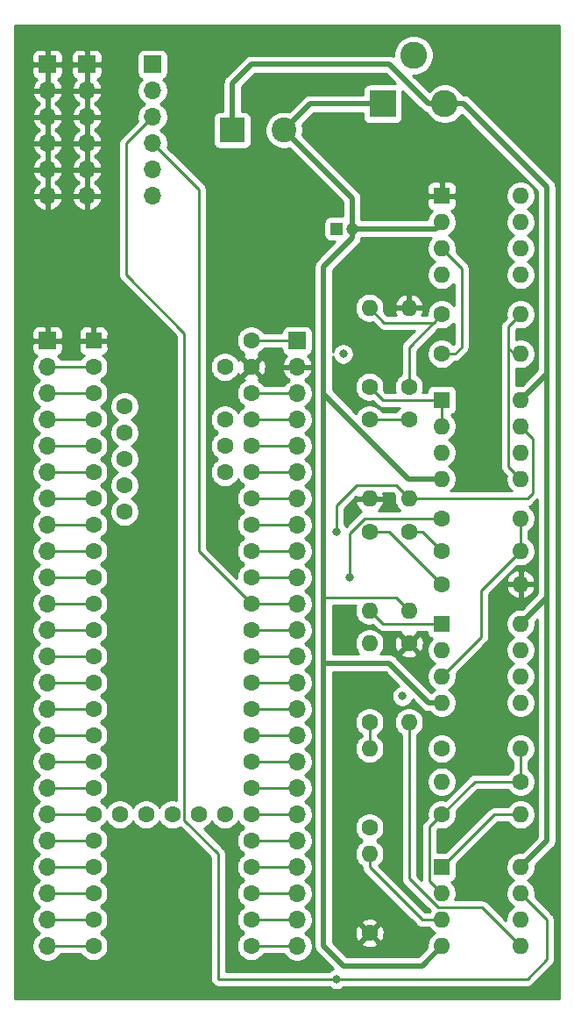
<source format=gbr>
%TF.GenerationSoftware,KiCad,Pcbnew,(5.1.10)-1*%
%TF.CreationDate,2022-09-02T22:27:05-04:00*%
%TF.ProjectId,dynamic clamp pcb,64796e61-6d69-4632-9063-6c616d702070,rev?*%
%TF.SameCoordinates,Original*%
%TF.FileFunction,Copper,L1,Top*%
%TF.FilePolarity,Positive*%
%FSLAX46Y46*%
G04 Gerber Fmt 4.6, Leading zero omitted, Abs format (unit mm)*
G04 Created by KiCad (PCBNEW (5.1.10)-1) date 2022-09-02 22:27:05*
%MOMM*%
%LPD*%
G01*
G04 APERTURE LIST*
%TA.AperFunction,ComponentPad*%
%ADD10O,1.600000X1.600000*%
%TD*%
%TA.AperFunction,ComponentPad*%
%ADD11C,1.600000*%
%TD*%
%TA.AperFunction,ComponentPad*%
%ADD12R,2.400000X2.400000*%
%TD*%
%TA.AperFunction,ComponentPad*%
%ADD13C,2.400000*%
%TD*%
%TA.AperFunction,ComponentPad*%
%ADD14R,1.200000X1.200000*%
%TD*%
%TA.AperFunction,ComponentPad*%
%ADD15C,1.200000*%
%TD*%
%TA.AperFunction,ComponentPad*%
%ADD16R,1.700000X1.700000*%
%TD*%
%TA.AperFunction,ComponentPad*%
%ADD17O,1.700000X1.700000*%
%TD*%
%TA.AperFunction,ComponentPad*%
%ADD18R,2.600000X2.600000*%
%TD*%
%TA.AperFunction,ComponentPad*%
%ADD19C,2.600000*%
%TD*%
%TA.AperFunction,ComponentPad*%
%ADD20R,1.600000X1.600000*%
%TD*%
%TA.AperFunction,ViaPad*%
%ADD21C,0.800000*%
%TD*%
%TA.AperFunction,Conductor*%
%ADD22C,0.518000*%
%TD*%
%TA.AperFunction,Conductor*%
%ADD23C,0.250000*%
%TD*%
%TA.AperFunction,Conductor*%
%ADD24C,0.254000*%
%TD*%
%TA.AperFunction,Conductor*%
%ADD25C,0.100000*%
%TD*%
G04 APERTURE END LIST*
D10*
%TO.P,R11 10k,2*%
%TO.N,Net-(R11-Pad2)*%
X83820000Y-150495000D03*
D11*
%TO.P,R11 10k,1*%
%TO.N,Net-(R10-Pad2)*%
X76200000Y-150495000D03*
%TD*%
D12*
%TO.P,C1 200uF,1*%
%TO.N,+9V*%
X55960000Y-90805000D03*
D13*
%TO.P,C1 200uF,2*%
%TO.N,-9V*%
X60960000Y-90805000D03*
%TD*%
D14*
%TO.P,C2 1uF,1*%
%TO.N,Net-(C2-Pad1)*%
X66040000Y-100330000D03*
D15*
%TO.P,C2 1uF,2*%
%TO.N,-9V*%
X67540000Y-100330000D03*
%TD*%
D16*
%TO.P,GND,1*%
%TO.N,0*%
X38100000Y-84455000D03*
D17*
%TO.P,GND,2*%
X38100000Y-86995000D03*
%TO.P,GND,3*%
X38100000Y-89535000D03*
%TO.P,GND,4*%
X38100000Y-92075000D03*
%TO.P,GND,5*%
X38100000Y-94615000D03*
%TO.P,GND,6*%
X38100000Y-97155000D03*
%TD*%
D18*
%TO.P,Power,1*%
%TO.N,-9V*%
X70485000Y-88265000D03*
D19*
%TO.P,Power,2*%
%TO.N,+9V*%
X76485000Y-88265000D03*
%TO.P,Power,3*%
%TO.N,N/C*%
X73485000Y-83565000D03*
%TD*%
D17*
%TO.P,Signal,6*%
%TO.N,N/C*%
X48260000Y-97155000D03*
%TO.P,Signal,5*%
X48260000Y-94615000D03*
%TO.P,Signal,4*%
%TO.N,Net-(J4-Pad4)*%
X48260000Y-92075000D03*
%TO.P,Signal,3*%
%TO.N,Net-(J4-Pad3)*%
X48260000Y-89535000D03*
%TO.P,Signal,2*%
%TO.N,Net-(J4-Pad2)*%
X48260000Y-86995000D03*
D16*
%TO.P,Signal,1*%
%TO.N,Net-(J4-Pad1)*%
X48260000Y-84455000D03*
%TD*%
%TO.P,J6,1*%
%TO.N,0*%
X38100000Y-111125000D03*
D17*
%TO.P,J6,2*%
%TO.N,Net-(J6-Pad2)*%
X38100000Y-113665000D03*
%TO.P,J6,3*%
%TO.N,Net-(J6-Pad3)*%
X38100000Y-116205000D03*
%TO.P,J6,4*%
%TO.N,Net-(J6-Pad4)*%
X38100000Y-118745000D03*
%TO.P,J6,5*%
%TO.N,Net-(J6-Pad5)*%
X38100000Y-121285000D03*
%TO.P,J6,6*%
%TO.N,Net-(J6-Pad6)*%
X38100000Y-123825000D03*
%TO.P,J6,7*%
%TO.N,Net-(J6-Pad7)*%
X38100000Y-126365000D03*
%TO.P,J6,8*%
%TO.N,Net-(J6-Pad8)*%
X38100000Y-128905000D03*
%TO.P,J6,9*%
%TO.N,Net-(J6-Pad9)*%
X38100000Y-131445000D03*
%TO.P,J6,10*%
%TO.N,Net-(J6-Pad10)*%
X38100000Y-133985000D03*
%TO.P,J6,11*%
%TO.N,Net-(J6-Pad11)*%
X38100000Y-136525000D03*
%TO.P,J6,12*%
%TO.N,Net-(J6-Pad12)*%
X38100000Y-139065000D03*
%TO.P,J6,13*%
%TO.N,Net-(J6-Pad13)*%
X38100000Y-141605000D03*
%TO.P,J6,14*%
%TO.N,Net-(J6-Pad14)*%
X38100000Y-144145000D03*
%TO.P,J6,15*%
%TO.N,Net-(J6-Pad15)*%
X38100000Y-146685000D03*
%TO.P,J6,16*%
%TO.N,Net-(J6-Pad16)*%
X38100000Y-149225000D03*
%TO.P,J6,17*%
%TO.N,Net-(J6-Pad17)*%
X38100000Y-151765000D03*
%TO.P,J6,18*%
%TO.N,Net-(J6-Pad18)*%
X38100000Y-154305000D03*
%TO.P,J6,19*%
%TO.N,Net-(J6-Pad19)*%
X38100000Y-156845000D03*
%TO.P,J6,20*%
%TO.N,Net-(J6-Pad20)*%
X38100000Y-159385000D03*
%TO.P,J6,21*%
%TO.N,Net-(J6-Pad21)*%
X38100000Y-161925000D03*
%TO.P,J6,22*%
%TO.N,Net-(J6-Pad22)*%
X38100000Y-164465000D03*
%TO.P,J6,23*%
%TO.N,Net-(J6-Pad23)*%
X38100000Y-167005000D03*
%TO.P,J6,24*%
%TO.N,Net-(J6-Pad24)*%
X38100000Y-169545000D03*
%TD*%
%TO.P,J7,24*%
%TO.N,Net-(J7-Pad24)*%
X62230000Y-169545000D03*
%TO.P,J7,23*%
%TO.N,Net-(J7-Pad23)*%
X62230000Y-167005000D03*
%TO.P,J7,22*%
%TO.N,Net-(J7-Pad22)*%
X62230000Y-164465000D03*
%TO.P,J7,21*%
%TO.N,Net-(J7-Pad21)*%
X62230000Y-161925000D03*
%TO.P,J7,20*%
%TO.N,Net-(J7-Pad20)*%
X62230000Y-159385000D03*
%TO.P,J7,19*%
%TO.N,Net-(J7-Pad19)*%
X62230000Y-156845000D03*
%TO.P,J7,18*%
%TO.N,Net-(J7-Pad18)*%
X62230000Y-154305000D03*
%TO.P,J7,17*%
%TO.N,Net-(J7-Pad17)*%
X62230000Y-151765000D03*
%TO.P,J7,16*%
%TO.N,Net-(J7-Pad16)*%
X62230000Y-149225000D03*
%TO.P,J7,15*%
%TO.N,Net-(J7-Pad15)*%
X62230000Y-146685000D03*
%TO.P,J7,14*%
%TO.N,Net-(J7-Pad14)*%
X62230000Y-144145000D03*
%TO.P,J7,13*%
%TO.N,Net-(J7-Pad13)*%
X62230000Y-141605000D03*
%TO.P,J7,12*%
%TO.N,Net-(J7-Pad12)*%
X62230000Y-139065000D03*
%TO.P,J7,11*%
%TO.N,Net-(J4-Pad4)*%
X62230000Y-136525000D03*
%TO.P,J7,10*%
%TO.N,Net-(J7-Pad10)*%
X62230000Y-133985000D03*
%TO.P,J7,9*%
%TO.N,Net-(J7-Pad9)*%
X62230000Y-131445000D03*
%TO.P,J7,8*%
%TO.N,Net-(J7-Pad8)*%
X62230000Y-128905000D03*
%TO.P,J7,7*%
%TO.N,Net-(J7-Pad7)*%
X62230000Y-126365000D03*
%TO.P,J7,6*%
%TO.N,Net-(J7-Pad6)*%
X62230000Y-123825000D03*
%TO.P,J7,5*%
%TO.N,Net-(J7-Pad5)*%
X62230000Y-121285000D03*
%TO.P,J7,4*%
%TO.N,Net-(J7-Pad4)*%
X62230000Y-118745000D03*
%TO.P,J7,3*%
%TO.N,Net-(J7-Pad3)*%
X62230000Y-116205000D03*
%TO.P,J7,2*%
%TO.N,0*%
X62230000Y-113665000D03*
D16*
%TO.P,J7,1*%
%TO.N,Net-(J7-Pad1)*%
X62230000Y-111125000D03*
%TD*%
%TO.P,GND,1*%
%TO.N,0*%
X41910000Y-84455000D03*
D17*
%TO.P,GND,2*%
X41910000Y-86995000D03*
%TO.P,GND,3*%
X41910000Y-89535000D03*
%TO.P,GND,4*%
X41910000Y-92075000D03*
%TO.P,GND,5*%
X41910000Y-94615000D03*
%TO.P,GND,6*%
X41910000Y-97155000D03*
%TD*%
D10*
%TO.P,R1 2.2k,2*%
%TO.N,Net-(R1-Pad2)*%
X69215000Y-107950000D03*
D11*
%TO.P,R1 2.2k,1*%
%TO.N,Net-(R1-Pad1)*%
X69215000Y-115570000D03*
%TD*%
D10*
%TO.P,R2 470,2*%
%TO.N,0*%
X73025000Y-107950000D03*
D11*
%TO.P,R2 470,1*%
%TO.N,Net-(R1-Pad2)*%
X73025000Y-115570000D03*
%TD*%
%TO.P,R3 4.7k,1*%
%TO.N,Net-(R1-Pad2)*%
X76200000Y-108585000D03*
D10*
%TO.P,R3 4.7k,2*%
%TO.N,Net-(R3-Pad2)*%
X83820000Y-108585000D03*
%TD*%
D11*
%TO.P,R4 22k,1*%
%TO.N,+9V*%
X76200000Y-112395000D03*
D10*
%TO.P,R4 22k,2*%
%TO.N,Net-(R3-Pad2)*%
X83820000Y-112395000D03*
%TD*%
%TO.P,R5 10k,2*%
%TO.N,0*%
X69215000Y-126365000D03*
D11*
%TO.P,R5 10k,1*%
%TO.N,Net-(R5-Pad1)*%
X69215000Y-118745000D03*
%TD*%
%TO.P,R6 100,1*%
%TO.N,Net-(R5-Pad1)*%
X73025000Y-118745000D03*
D10*
%TO.P,R6 100,2*%
%TO.N,Net-(J7-Pad13)*%
X73025000Y-126365000D03*
%TD*%
%TO.P,R7 2.2k,2*%
%TO.N,Net-(R7-Pad2)*%
X83820000Y-128270000D03*
D11*
%TO.P,R7 2.2k,1*%
%TO.N,Net-(J7-Pad17)*%
X76200000Y-128270000D03*
%TD*%
%TO.P,R8 10k,1*%
%TO.N,Net-(R18-Pad1)*%
X76200000Y-131445000D03*
D10*
%TO.P,R8 10k,2*%
%TO.N,Net-(R7-Pad2)*%
X83820000Y-131445000D03*
%TD*%
D11*
%TO.P,R9 10k,1*%
%TO.N,Net-(R10-Pad1)*%
X76200000Y-134620000D03*
D10*
%TO.P,R9 10k,2*%
%TO.N,0*%
X83820000Y-134620000D03*
%TD*%
%TO.P,R10 10k,2*%
%TO.N,Net-(R10-Pad2)*%
X69215000Y-137160000D03*
D11*
%TO.P,R10 10k,1*%
%TO.N,Net-(R10-Pad1)*%
X69215000Y-129540000D03*
%TD*%
%TO.P,R12 10k,1*%
%TO.N,Net-(R11-Pad2)*%
X83820000Y-153670000D03*
D10*
%TO.P,R12 10k,2*%
%TO.N,Net-(J4-Pad2)*%
X76200000Y-153670000D03*
%TD*%
%TO.P,R13 10k,2*%
%TO.N,Net-(R13-Pad2)*%
X83820000Y-156845000D03*
D11*
%TO.P,R13 10k,1*%
%TO.N,Net-(R11-Pad2)*%
X76200000Y-156845000D03*
%TD*%
%TO.P,R14 4.7k,1*%
%TO.N,0*%
X69215000Y-168275000D03*
D10*
%TO.P,R14 4.7k,2*%
%TO.N,Net-(R14-Pad2)*%
X69215000Y-160655000D03*
%TD*%
D11*
%TO.P,R15 10k,1*%
%TO.N,Net-(R13-Pad2)*%
X69215000Y-158115000D03*
D10*
%TO.P,R15 10k,2*%
%TO.N,Net-(R15-Pad2)*%
X69215000Y-150495000D03*
%TD*%
D11*
%TO.P,R16 10k,1*%
%TO.N,Net-(R15-Pad2)*%
X69215000Y-147955000D03*
D10*
%TO.P,R16 10k,2*%
%TO.N,Net-(J4-Pad3)*%
X69215000Y-140335000D03*
%TD*%
%TO.P,R17 4.7k,2*%
%TO.N,Net-(R17-Pad2)*%
X73025000Y-147955000D03*
D11*
%TO.P,R17 4.7k,1*%
%TO.N,0*%
X73025000Y-140335000D03*
%TD*%
D10*
%TO.P,R18 2.2k,2*%
%TO.N,-9V*%
X73025000Y-137160000D03*
D11*
%TO.P,R18 2.2k,1*%
%TO.N,Net-(R18-Pad1)*%
X73025000Y-129540000D03*
%TD*%
D10*
%TO.P,LM358,8*%
%TO.N,+9V*%
X83820000Y-116840000D03*
%TO.P,LM358,4*%
%TO.N,-9V*%
X76200000Y-124460000D03*
%TO.P,LM358,7*%
%TO.N,Net-(J7-Pad13)*%
X83820000Y-119380000D03*
%TO.P,LM358,3*%
%TO.N,Net-(J4-Pad1)*%
X76200000Y-121920000D03*
%TO.P,LM358,6*%
%TO.N,Net-(R5-Pad1)*%
X83820000Y-121920000D03*
%TO.P,LM358,2*%
%TO.N,Net-(R1-Pad1)*%
X76200000Y-119380000D03*
%TO.P,LM358,5*%
%TO.N,Net-(R3-Pad2)*%
X83820000Y-124460000D03*
D20*
%TO.P,LM358,1*%
%TO.N,Net-(R1-Pad1)*%
X76200000Y-116840000D03*
%TD*%
%TO.P,LM358,1*%
%TO.N,Net-(R10-Pad2)*%
X76200000Y-138430000D03*
D10*
%TO.P,LM358,5*%
%TO.N,N/C*%
X83820000Y-146050000D03*
%TO.P,LM358,2*%
%TO.N,Net-(R10-Pad1)*%
X76200000Y-140970000D03*
%TO.P,LM358,6*%
%TO.N,N/C*%
X83820000Y-143510000D03*
%TO.P,LM358,3*%
%TO.N,Net-(R7-Pad2)*%
X76200000Y-143510000D03*
%TO.P,LM358,7*%
%TO.N,N/C*%
X83820000Y-140970000D03*
%TO.P,LM358,4*%
%TO.N,-9V*%
X76200000Y-146050000D03*
%TO.P,LM358,8*%
%TO.N,+9V*%
X83820000Y-138430000D03*
%TD*%
D20*
%TO.P,LM358,1*%
%TO.N,Net-(R13-Pad2)*%
X76200000Y-161925000D03*
D10*
%TO.P,LM358,5*%
%TO.N,Net-(R17-Pad2)*%
X83820000Y-169545000D03*
%TO.P,LM358,2*%
%TO.N,Net-(R11-Pad2)*%
X76200000Y-164465000D03*
%TO.P,LM358,6*%
%TO.N,Net-(R15-Pad2)*%
X83820000Y-167005000D03*
%TO.P,LM358,3*%
%TO.N,Net-(R14-Pad2)*%
X76200000Y-167005000D03*
%TO.P,LM358,7*%
%TO.N,Net-(J4-Pad3)*%
X83820000Y-164465000D03*
%TO.P,LM358,4*%
%TO.N,-9V*%
X76200000Y-169545000D03*
%TO.P,LM358,8*%
%TO.N,+9V*%
X83820000Y-161925000D03*
%TD*%
%TO.P,TLE2426,8*%
%TO.N,Net-(C2-Pad1)*%
X83820000Y-97155000D03*
%TO.P,TLE2426,4*%
%TO.N,N/C*%
X76200000Y-104775000D03*
%TO.P,TLE2426,7*%
X83820000Y-99695000D03*
%TO.P,TLE2426,3*%
%TO.N,+9V*%
X76200000Y-102235000D03*
%TO.P,TLE2426,6*%
%TO.N,N/C*%
X83820000Y-102235000D03*
%TO.P,TLE2426,2*%
%TO.N,-9V*%
X76200000Y-99695000D03*
%TO.P,TLE2426,5*%
%TO.N,N/C*%
X83820000Y-104775000D03*
D20*
%TO.P,TLE2426,1*%
%TO.N,0*%
X76200000Y-97155000D03*
%TD*%
D11*
%TO.P,U5,17*%
%TO.N,Net-(J6-Pad17)*%
X42545000Y-151765000D03*
%TO.P,U5,18*%
%TO.N,Net-(J6-Pad18)*%
X42545000Y-154305000D03*
%TO.P,U5,19*%
%TO.N,Net-(J6-Pad19)*%
X42545000Y-156845000D03*
%TO.P,U5,20*%
%TO.N,Net-(J6-Pad20)*%
X42545000Y-159385000D03*
%TO.P,U5,16*%
%TO.N,Net-(J6-Pad16)*%
X42545000Y-149225000D03*
%TO.P,U5,15*%
%TO.N,Net-(J6-Pad15)*%
X42545000Y-146685000D03*
%TO.P,U5,14*%
%TO.N,Net-(J6-Pad14)*%
X42545000Y-144145000D03*
%TO.P,U5,21*%
%TO.N,Net-(J6-Pad21)*%
X42545000Y-161925000D03*
%TO.P,U5,22*%
%TO.N,Net-(J6-Pad22)*%
X42545000Y-164465000D03*
%TO.P,U5,23*%
%TO.N,Net-(J6-Pad23)*%
X42545000Y-167005000D03*
%TO.P,U5,24*%
%TO.N,Net-(J6-Pad24)*%
X42545000Y-169545000D03*
%TO.P,U5,25*%
%TO.N,N/C*%
X45085000Y-156845000D03*
%TO.P,U5,26*%
X47625000Y-156845000D03*
%TO.P,U5,27*%
X50165000Y-156845000D03*
%TO.P,U5,28*%
X52705000Y-156845000D03*
%TO.P,U5,29*%
X55245000Y-156845000D03*
%TO.P,U5,30*%
%TO.N,Net-(J7-Pad24)*%
X57785000Y-169545000D03*
%TO.P,U5,31*%
%TO.N,Net-(J7-Pad23)*%
X57785000Y-167005000D03*
%TO.P,U5,32*%
%TO.N,Net-(J7-Pad22)*%
X57785000Y-164465000D03*
%TO.P,U5,33*%
%TO.N,Net-(J7-Pad21)*%
X57785000Y-161925000D03*
%TO.P,U5,34*%
%TO.N,Net-(J7-Pad20)*%
X57785000Y-159385000D03*
%TO.P,U5,35*%
%TO.N,Net-(J7-Pad19)*%
X57785000Y-156845000D03*
%TO.P,U5,36*%
%TO.N,Net-(J7-Pad18)*%
X57785000Y-154305000D03*
%TO.P,U5,37*%
%TO.N,Net-(J7-Pad17)*%
X57785000Y-151765000D03*
%TO.P,U5,13*%
%TO.N,Net-(J6-Pad13)*%
X42545000Y-141605000D03*
%TO.P,U5,12*%
%TO.N,Net-(J6-Pad12)*%
X42545000Y-139065000D03*
%TO.P,U5,11*%
%TO.N,Net-(J6-Pad11)*%
X42545000Y-136525000D03*
%TO.P,U5,10*%
%TO.N,Net-(J6-Pad10)*%
X42545000Y-133985000D03*
%TO.P,U5,9*%
%TO.N,Net-(J6-Pad9)*%
X42545000Y-131445000D03*
%TO.P,U5,8*%
%TO.N,Net-(J6-Pad8)*%
X42545000Y-128905000D03*
%TO.P,U5,7*%
%TO.N,Net-(J6-Pad7)*%
X42545000Y-126365000D03*
%TO.P,U5,6*%
%TO.N,Net-(J6-Pad6)*%
X42545000Y-123825000D03*
%TO.P,U5,5*%
%TO.N,Net-(J6-Pad5)*%
X42545000Y-121285000D03*
%TO.P,U5,4*%
%TO.N,Net-(J6-Pad4)*%
X42545000Y-118745000D03*
%TO.P,U5,3*%
%TO.N,Net-(J6-Pad3)*%
X42545000Y-116205000D03*
%TO.P,U5,2*%
%TO.N,Net-(J6-Pad2)*%
X42545000Y-113665000D03*
D20*
%TO.P,U5,1*%
%TO.N,0*%
X42545000Y-111125000D03*
D11*
%TO.P,U5,38*%
%TO.N,Net-(J7-Pad16)*%
X57785000Y-149225000D03*
%TO.P,U5,39*%
%TO.N,Net-(J7-Pad15)*%
X57785000Y-146685000D03*
%TO.P,U5,40*%
%TO.N,Net-(J7-Pad14)*%
X57785000Y-144145000D03*
%TO.P,U5,41*%
%TO.N,Net-(J7-Pad13)*%
X57785000Y-141605000D03*
%TO.P,U5,42*%
%TO.N,Net-(J7-Pad12)*%
X57785000Y-139065000D03*
%TO.P,U5,43*%
%TO.N,Net-(J4-Pad4)*%
X57785000Y-136525000D03*
%TO.P,U5,44*%
%TO.N,Net-(J7-Pad10)*%
X57785000Y-133985000D03*
%TO.P,U5,45*%
%TO.N,Net-(J7-Pad9)*%
X57785000Y-131445000D03*
%TO.P,U5,46*%
%TO.N,Net-(J7-Pad8)*%
X57785000Y-128905000D03*
%TO.P,U5,47*%
%TO.N,Net-(J7-Pad7)*%
X57785000Y-126365000D03*
%TO.P,U5,48*%
%TO.N,Net-(J7-Pad6)*%
X57785000Y-123825000D03*
%TO.P,U5,49*%
%TO.N,Net-(J7-Pad5)*%
X57785000Y-121285000D03*
%TO.P,U5,50*%
%TO.N,Net-(J7-Pad4)*%
X57785000Y-118745000D03*
%TO.P,U5,51*%
%TO.N,Net-(J7-Pad3)*%
X57785000Y-116205000D03*
%TO.P,U5,52*%
%TO.N,0*%
X57785000Y-113665000D03*
%TO.P,U5,53*%
%TO.N,Net-(J7-Pad1)*%
X57785000Y-111125000D03*
%TO.P,U5,54*%
%TO.N,N/C*%
X55245000Y-113665000D03*
%TO.P,U5,55*%
X55245000Y-118745000D03*
%TO.P,U5,56*%
X55245000Y-121285000D03*
%TO.P,U5,57*%
X55245000Y-123825000D03*
%TO.P,U5,58*%
X45545000Y-117475000D03*
%TO.P,U5,59*%
X45545000Y-120015000D03*
%TO.P,U5,60*%
X45545000Y-122555000D03*
%TO.P,U5,61*%
X45545000Y-125095000D03*
%TO.P,U5,62*%
X45545000Y-127635000D03*
%TD*%
D21*
%TO.N,*%
X66675000Y-112395000D03*
X72390000Y-145415000D03*
%TO.N,Net-(J7-Pad17)*%
X67310000Y-133985000D03*
%TO.N,Net-(J7-Pad13)*%
X66040000Y-129540000D03*
%TO.N,Net-(J4-Pad3)*%
X66040000Y-172720000D03*
%TD*%
D22*
%TO.N,+9V*%
X78323477Y-88265000D02*
X86360000Y-96301523D01*
X76485000Y-88265000D02*
X78323477Y-88265000D01*
X86360000Y-114300000D02*
X83820000Y-116840000D01*
X86360000Y-96301523D02*
X86360000Y-114300000D01*
X86360000Y-135890000D02*
X86360000Y-114300000D01*
X83820000Y-138430000D02*
X86360000Y-135890000D01*
X86360000Y-159385000D02*
X86360000Y-135890000D01*
X83820000Y-161925000D02*
X86360000Y-159385000D01*
X74930000Y-88265000D02*
X76485000Y-88265000D01*
X71120000Y-84455000D02*
X74930000Y-88265000D01*
X57785000Y-84455000D02*
X71120000Y-84455000D01*
X55960000Y-86280000D02*
X57785000Y-84455000D01*
X55960000Y-90805000D02*
X55960000Y-86280000D01*
D23*
X77470000Y-112395000D02*
X76200000Y-112395000D01*
X78105000Y-111760000D02*
X77470000Y-112395000D01*
X78105000Y-104140000D02*
X78105000Y-111760000D01*
X76200000Y-102235000D02*
X78105000Y-104140000D01*
D22*
%TO.N,-9V*%
X63500000Y-88265000D02*
X60960000Y-90805000D01*
X70485000Y-88265000D02*
X63500000Y-88265000D01*
X67540000Y-97385000D02*
X67540000Y-100330000D01*
X60960000Y-90805000D02*
X67540000Y-97385000D01*
X75565000Y-100330000D02*
X76200000Y-99695000D01*
X74295000Y-100330000D02*
X75565000Y-100330000D01*
X73025000Y-100330000D02*
X74295000Y-100330000D01*
X67540000Y-100330000D02*
X73025000Y-100330000D01*
X67540000Y-101178528D02*
X64770000Y-103948528D01*
X67540000Y-100330000D02*
X67540000Y-101178528D01*
X72992678Y-124460000D02*
X76200000Y-124460000D01*
X64770000Y-116237322D02*
X72992678Y-124460000D01*
X64770000Y-103948528D02*
X64770000Y-116237322D01*
X76200000Y-169545000D02*
X74295000Y-171450000D01*
X74295000Y-171450000D02*
X66675000Y-171450000D01*
X66675000Y-171450000D02*
X64770000Y-169545000D01*
X64770000Y-169545000D02*
X64770000Y-163830000D01*
D23*
X71755000Y-135890000D02*
X64770000Y-135890000D01*
X73025000Y-137160000D02*
X71755000Y-135890000D01*
D22*
X64770000Y-135890000D02*
X64770000Y-139065000D01*
X64770000Y-116237322D02*
X64770000Y-135890000D01*
X76200000Y-146050000D02*
X74930000Y-146050000D01*
X71120000Y-142240000D02*
X64770000Y-142240000D01*
X74930000Y-146050000D02*
X71120000Y-142240000D01*
X64770000Y-142240000D02*
X64770000Y-163830000D01*
X64770000Y-139065000D02*
X64770000Y-142240000D01*
D23*
%TO.N,Net-(J4-Pad3)*%
X86360000Y-167005000D02*
X83820000Y-164465000D01*
X86360000Y-170815000D02*
X86360000Y-167005000D01*
X84455000Y-172720000D02*
X86360000Y-170815000D01*
X54610000Y-160655000D02*
X54610000Y-172720000D01*
X51340001Y-157385001D02*
X54610000Y-160655000D01*
X51340001Y-110395001D02*
X51340001Y-157385001D01*
X54610000Y-172720000D02*
X84455000Y-172720000D01*
X45720000Y-104775000D02*
X51340001Y-110395001D01*
X45720000Y-92075000D02*
X45720000Y-104775000D01*
X48260000Y-89535000D02*
X45720000Y-92075000D01*
%TO.N,Net-(R1-Pad2)*%
X75400001Y-109384999D02*
X76200000Y-108585000D01*
X70649999Y-109384999D02*
X75400001Y-109384999D01*
X69215000Y-107950000D02*
X70649999Y-109384999D01*
X73025000Y-111760000D02*
X73025000Y-115570000D01*
X76200000Y-108585000D02*
X73025000Y-111760000D01*
%TO.N,Net-(R1-Pad1)*%
X76200000Y-116840000D02*
X76200000Y-119380000D01*
X70485000Y-116840000D02*
X76200000Y-116840000D01*
X69215000Y-115570000D02*
X70485000Y-116840000D01*
%TO.N,Net-(R3-Pad2)*%
X82644999Y-123284999D02*
X83820000Y-124460000D01*
X83820000Y-108585000D02*
X82644999Y-109760001D01*
X83185000Y-112395000D02*
X82644999Y-111854999D01*
X83820000Y-112395000D02*
X83185000Y-112395000D01*
X82644999Y-111854999D02*
X82644999Y-123284999D01*
X82644999Y-109760001D02*
X82644999Y-111854999D01*
%TO.N,Net-(R5-Pad1)*%
X69215000Y-118745000D02*
X73025000Y-118745000D01*
%TO.N,Net-(R7-Pad2)*%
X83820000Y-128270000D02*
X83820000Y-131445000D01*
X83820000Y-131445000D02*
X80010000Y-135255000D01*
X80010000Y-139700000D02*
X76200000Y-143510000D01*
X80010000Y-135255000D02*
X80010000Y-139700000D01*
%TO.N,Net-(R18-Pad1)*%
X74295000Y-129540000D02*
X76200000Y-131445000D01*
X73025000Y-129540000D02*
X74295000Y-129540000D01*
%TO.N,Net-(R10-Pad1)*%
X71120000Y-129540000D02*
X76200000Y-134620000D01*
X69215000Y-129540000D02*
X71120000Y-129540000D01*
%TO.N,Net-(R10-Pad2)*%
X70485000Y-138430000D02*
X76200000Y-138430000D01*
X69215000Y-137160000D02*
X70485000Y-138430000D01*
%TO.N,Net-(R11-Pad2)*%
X83820000Y-150495000D02*
X83820000Y-153670000D01*
X79375000Y-153670000D02*
X76200000Y-156845000D01*
X83820000Y-153670000D02*
X79375000Y-153670000D01*
X75024999Y-163289999D02*
X76200000Y-164465000D01*
X75024999Y-158020001D02*
X75024999Y-163289999D01*
X76200000Y-156845000D02*
X75024999Y-158020001D01*
%TO.N,Net-(R13-Pad2)*%
X81280000Y-156845000D02*
X76200000Y-161925000D01*
X83820000Y-156845000D02*
X81280000Y-156845000D01*
%TO.N,Net-(R14-Pad2)*%
X74295000Y-167005000D02*
X76200000Y-167005000D01*
X69215000Y-161925000D02*
X74295000Y-167005000D01*
X69215000Y-160655000D02*
X69215000Y-161925000D01*
%TO.N,Net-(R15-Pad2)*%
X69215000Y-147955000D02*
X69215000Y-150495000D01*
%TO.N,Net-(R17-Pad2)*%
X80104999Y-165829999D02*
X83820000Y-169545000D01*
X75825997Y-165829999D02*
X80104999Y-165829999D01*
X73025000Y-163029002D02*
X75825997Y-165829999D01*
X73025000Y-147955000D02*
X73025000Y-163029002D01*
%TO.N,Net-(J4-Pad4)*%
X57785000Y-136525000D02*
X62230000Y-136525000D01*
X52705000Y-96520000D02*
X48260000Y-92075000D01*
X52705000Y-131445000D02*
X52705000Y-96520000D01*
X57785000Y-136525000D02*
X52705000Y-131445000D01*
%TO.N,Net-(J6-Pad24)*%
X38100000Y-169545000D02*
X42545000Y-169545000D01*
%TO.N,Net-(J6-Pad23)*%
X38100000Y-167005000D02*
X42545000Y-167005000D01*
%TO.N,Net-(J6-Pad22)*%
X38100000Y-164465000D02*
X42545000Y-164465000D01*
%TO.N,Net-(J6-Pad21)*%
X38100000Y-161925000D02*
X42545000Y-161925000D01*
%TO.N,Net-(J6-Pad20)*%
X38100000Y-159385000D02*
X42545000Y-159385000D01*
%TO.N,Net-(J6-Pad19)*%
X38100000Y-156845000D02*
X42545000Y-156845000D01*
%TO.N,Net-(J6-Pad18)*%
X38100000Y-154305000D02*
X42545000Y-154305000D01*
%TO.N,Net-(J6-Pad17)*%
X41744002Y-151765000D02*
X42545000Y-151765000D01*
X38100000Y-151765000D02*
X41744002Y-151765000D01*
%TO.N,Net-(J6-Pad16)*%
X38100000Y-149225000D02*
X42545000Y-149225000D01*
%TO.N,Net-(J6-Pad15)*%
X38100000Y-146685000D02*
X42545000Y-146685000D01*
%TO.N,Net-(J6-Pad14)*%
X38100000Y-144145000D02*
X42545000Y-144145000D01*
%TO.N,Net-(J6-Pad13)*%
X38100000Y-141605000D02*
X42545000Y-141605000D01*
%TO.N,Net-(J6-Pad12)*%
X38100000Y-139065000D02*
X42545000Y-139065000D01*
%TO.N,Net-(J6-Pad11)*%
X38100000Y-136525000D02*
X42545000Y-136525000D01*
%TO.N,Net-(J6-Pad10)*%
X38100000Y-133985000D02*
X42545000Y-133985000D01*
%TO.N,Net-(J6-Pad9)*%
X38100000Y-131445000D02*
X42545000Y-131445000D01*
%TO.N,Net-(J6-Pad8)*%
X38100000Y-128905000D02*
X42545000Y-128905000D01*
%TO.N,Net-(J6-Pad7)*%
X38100000Y-126365000D02*
X42545000Y-126365000D01*
%TO.N,Net-(J6-Pad6)*%
X38100000Y-123825000D02*
X42545000Y-123825000D01*
%TO.N,Net-(J6-Pad5)*%
X38100000Y-121285000D02*
X42545000Y-121285000D01*
%TO.N,Net-(J6-Pad4)*%
X38100000Y-118745000D02*
X42545000Y-118745000D01*
%TO.N,Net-(J6-Pad3)*%
X38100000Y-116205000D02*
X42545000Y-116205000D01*
%TO.N,Net-(J6-Pad2)*%
X38100000Y-113665000D02*
X42545000Y-113665000D01*
%TO.N,Net-(J7-Pad1)*%
X57785000Y-111125000D02*
X62230000Y-111125000D01*
%TO.N,Net-(J7-Pad3)*%
X57785000Y-116205000D02*
X62230000Y-116205000D01*
%TO.N,Net-(J7-Pad4)*%
X57785000Y-118745000D02*
X62230000Y-118745000D01*
%TO.N,Net-(J7-Pad5)*%
X57785000Y-121285000D02*
X62230000Y-121285000D01*
%TO.N,Net-(J7-Pad6)*%
X57785000Y-123825000D02*
X62230000Y-123825000D01*
%TO.N,Net-(J7-Pad7)*%
X57785000Y-126365000D02*
X62230000Y-126365000D01*
%TO.N,Net-(J7-Pad8)*%
X57785000Y-128905000D02*
X62230000Y-128905000D01*
%TO.N,Net-(J7-Pad9)*%
X57785000Y-131445000D02*
X62230000Y-131445000D01*
%TO.N,Net-(J7-Pad10)*%
X57785000Y-133985000D02*
X62230000Y-133985000D01*
%TO.N,Net-(J7-Pad12)*%
X57785000Y-139065000D02*
X62230000Y-139065000D01*
%TO.N,Net-(J7-Pad13)*%
X84995001Y-120555001D02*
X84995001Y-125824999D01*
X83820000Y-119380000D02*
X84995001Y-120555001D01*
X84455000Y-126365000D02*
X73025000Y-126365000D01*
X84995001Y-125824999D02*
X84455000Y-126365000D01*
X73025000Y-126365000D02*
X71755000Y-125095000D01*
X71755000Y-125095000D02*
X67945000Y-125095000D01*
X67945000Y-125095000D02*
X66040000Y-127000000D01*
X66040000Y-127000000D02*
X66040000Y-129399999D01*
X57785000Y-141605000D02*
X62230000Y-141605000D01*
%TO.N,Net-(J7-Pad14)*%
X57785000Y-144145000D02*
X62230000Y-144145000D01*
%TO.N,Net-(J7-Pad15)*%
X57785000Y-146685000D02*
X62230000Y-146685000D01*
%TO.N,Net-(J7-Pad16)*%
X57785000Y-149225000D02*
X62230000Y-149225000D01*
%TO.N,Net-(J7-Pad17)*%
X68745998Y-128270000D02*
X67310000Y-129705998D01*
X76200000Y-128270000D02*
X68745998Y-128270000D01*
X67310000Y-129705998D02*
X67310000Y-133844999D01*
X57785000Y-151765000D02*
X62230000Y-151765000D01*
%TO.N,Net-(J7-Pad18)*%
X57785000Y-154305000D02*
X62230000Y-154305000D01*
%TO.N,Net-(J7-Pad19)*%
X57785000Y-156845000D02*
X62230000Y-156845000D01*
%TO.N,Net-(J7-Pad20)*%
X57785000Y-159385000D02*
X62230000Y-159385000D01*
%TO.N,Net-(J7-Pad21)*%
X57785000Y-161925000D02*
X62230000Y-161925000D01*
%TO.N,Net-(J7-Pad22)*%
X57785000Y-164465000D02*
X62230000Y-164465000D01*
%TO.N,Net-(J7-Pad23)*%
X57785000Y-167005000D02*
X62230000Y-167005000D01*
%TO.N,Net-(J7-Pad24)*%
X57785000Y-169545000D02*
X62230000Y-169545000D01*
%TD*%
D24*
%TO.N,0*%
X87580001Y-174575000D02*
X34975000Y-174575000D01*
X34975000Y-111975000D01*
X36611928Y-111975000D01*
X36624188Y-112099482D01*
X36660498Y-112219180D01*
X36719463Y-112329494D01*
X36798815Y-112426185D01*
X36895506Y-112505537D01*
X37005820Y-112564502D01*
X37078380Y-112586513D01*
X36946525Y-112718368D01*
X36784010Y-112961589D01*
X36672068Y-113231842D01*
X36615000Y-113518740D01*
X36615000Y-113811260D01*
X36672068Y-114098158D01*
X36784010Y-114368411D01*
X36946525Y-114611632D01*
X37153368Y-114818475D01*
X37327760Y-114935000D01*
X37153368Y-115051525D01*
X36946525Y-115258368D01*
X36784010Y-115501589D01*
X36672068Y-115771842D01*
X36615000Y-116058740D01*
X36615000Y-116351260D01*
X36672068Y-116638158D01*
X36784010Y-116908411D01*
X36946525Y-117151632D01*
X37153368Y-117358475D01*
X37327760Y-117475000D01*
X37153368Y-117591525D01*
X36946525Y-117798368D01*
X36784010Y-118041589D01*
X36672068Y-118311842D01*
X36615000Y-118598740D01*
X36615000Y-118891260D01*
X36672068Y-119178158D01*
X36784010Y-119448411D01*
X36946525Y-119691632D01*
X37153368Y-119898475D01*
X37327760Y-120015000D01*
X37153368Y-120131525D01*
X36946525Y-120338368D01*
X36784010Y-120581589D01*
X36672068Y-120851842D01*
X36615000Y-121138740D01*
X36615000Y-121431260D01*
X36672068Y-121718158D01*
X36784010Y-121988411D01*
X36946525Y-122231632D01*
X37153368Y-122438475D01*
X37327760Y-122555000D01*
X37153368Y-122671525D01*
X36946525Y-122878368D01*
X36784010Y-123121589D01*
X36672068Y-123391842D01*
X36615000Y-123678740D01*
X36615000Y-123971260D01*
X36672068Y-124258158D01*
X36784010Y-124528411D01*
X36946525Y-124771632D01*
X37153368Y-124978475D01*
X37327760Y-125095000D01*
X37153368Y-125211525D01*
X36946525Y-125418368D01*
X36784010Y-125661589D01*
X36672068Y-125931842D01*
X36615000Y-126218740D01*
X36615000Y-126511260D01*
X36672068Y-126798158D01*
X36784010Y-127068411D01*
X36946525Y-127311632D01*
X37153368Y-127518475D01*
X37327760Y-127635000D01*
X37153368Y-127751525D01*
X36946525Y-127958368D01*
X36784010Y-128201589D01*
X36672068Y-128471842D01*
X36615000Y-128758740D01*
X36615000Y-129051260D01*
X36672068Y-129338158D01*
X36784010Y-129608411D01*
X36946525Y-129851632D01*
X37153368Y-130058475D01*
X37327760Y-130175000D01*
X37153368Y-130291525D01*
X36946525Y-130498368D01*
X36784010Y-130741589D01*
X36672068Y-131011842D01*
X36615000Y-131298740D01*
X36615000Y-131591260D01*
X36672068Y-131878158D01*
X36784010Y-132148411D01*
X36946525Y-132391632D01*
X37153368Y-132598475D01*
X37327760Y-132715000D01*
X37153368Y-132831525D01*
X36946525Y-133038368D01*
X36784010Y-133281589D01*
X36672068Y-133551842D01*
X36615000Y-133838740D01*
X36615000Y-134131260D01*
X36672068Y-134418158D01*
X36784010Y-134688411D01*
X36946525Y-134931632D01*
X37153368Y-135138475D01*
X37327760Y-135255000D01*
X37153368Y-135371525D01*
X36946525Y-135578368D01*
X36784010Y-135821589D01*
X36672068Y-136091842D01*
X36615000Y-136378740D01*
X36615000Y-136671260D01*
X36672068Y-136958158D01*
X36784010Y-137228411D01*
X36946525Y-137471632D01*
X37153368Y-137678475D01*
X37327760Y-137795000D01*
X37153368Y-137911525D01*
X36946525Y-138118368D01*
X36784010Y-138361589D01*
X36672068Y-138631842D01*
X36615000Y-138918740D01*
X36615000Y-139211260D01*
X36672068Y-139498158D01*
X36784010Y-139768411D01*
X36946525Y-140011632D01*
X37153368Y-140218475D01*
X37327760Y-140335000D01*
X37153368Y-140451525D01*
X36946525Y-140658368D01*
X36784010Y-140901589D01*
X36672068Y-141171842D01*
X36615000Y-141458740D01*
X36615000Y-141751260D01*
X36672068Y-142038158D01*
X36784010Y-142308411D01*
X36946525Y-142551632D01*
X37153368Y-142758475D01*
X37327760Y-142875000D01*
X37153368Y-142991525D01*
X36946525Y-143198368D01*
X36784010Y-143441589D01*
X36672068Y-143711842D01*
X36615000Y-143998740D01*
X36615000Y-144291260D01*
X36672068Y-144578158D01*
X36784010Y-144848411D01*
X36946525Y-145091632D01*
X37153368Y-145298475D01*
X37327760Y-145415000D01*
X37153368Y-145531525D01*
X36946525Y-145738368D01*
X36784010Y-145981589D01*
X36672068Y-146251842D01*
X36615000Y-146538740D01*
X36615000Y-146831260D01*
X36672068Y-147118158D01*
X36784010Y-147388411D01*
X36946525Y-147631632D01*
X37153368Y-147838475D01*
X37327760Y-147955000D01*
X37153368Y-148071525D01*
X36946525Y-148278368D01*
X36784010Y-148521589D01*
X36672068Y-148791842D01*
X36615000Y-149078740D01*
X36615000Y-149371260D01*
X36672068Y-149658158D01*
X36784010Y-149928411D01*
X36946525Y-150171632D01*
X37153368Y-150378475D01*
X37327760Y-150495000D01*
X37153368Y-150611525D01*
X36946525Y-150818368D01*
X36784010Y-151061589D01*
X36672068Y-151331842D01*
X36615000Y-151618740D01*
X36615000Y-151911260D01*
X36672068Y-152198158D01*
X36784010Y-152468411D01*
X36946525Y-152711632D01*
X37153368Y-152918475D01*
X37327760Y-153035000D01*
X37153368Y-153151525D01*
X36946525Y-153358368D01*
X36784010Y-153601589D01*
X36672068Y-153871842D01*
X36615000Y-154158740D01*
X36615000Y-154451260D01*
X36672068Y-154738158D01*
X36784010Y-155008411D01*
X36946525Y-155251632D01*
X37153368Y-155458475D01*
X37327760Y-155575000D01*
X37153368Y-155691525D01*
X36946525Y-155898368D01*
X36784010Y-156141589D01*
X36672068Y-156411842D01*
X36615000Y-156698740D01*
X36615000Y-156991260D01*
X36672068Y-157278158D01*
X36784010Y-157548411D01*
X36946525Y-157791632D01*
X37153368Y-157998475D01*
X37327760Y-158115000D01*
X37153368Y-158231525D01*
X36946525Y-158438368D01*
X36784010Y-158681589D01*
X36672068Y-158951842D01*
X36615000Y-159238740D01*
X36615000Y-159531260D01*
X36672068Y-159818158D01*
X36784010Y-160088411D01*
X36946525Y-160331632D01*
X37153368Y-160538475D01*
X37327760Y-160655000D01*
X37153368Y-160771525D01*
X36946525Y-160978368D01*
X36784010Y-161221589D01*
X36672068Y-161491842D01*
X36615000Y-161778740D01*
X36615000Y-162071260D01*
X36672068Y-162358158D01*
X36784010Y-162628411D01*
X36946525Y-162871632D01*
X37153368Y-163078475D01*
X37327760Y-163195000D01*
X37153368Y-163311525D01*
X36946525Y-163518368D01*
X36784010Y-163761589D01*
X36672068Y-164031842D01*
X36615000Y-164318740D01*
X36615000Y-164611260D01*
X36672068Y-164898158D01*
X36784010Y-165168411D01*
X36946525Y-165411632D01*
X37153368Y-165618475D01*
X37327760Y-165735000D01*
X37153368Y-165851525D01*
X36946525Y-166058368D01*
X36784010Y-166301589D01*
X36672068Y-166571842D01*
X36615000Y-166858740D01*
X36615000Y-167151260D01*
X36672068Y-167438158D01*
X36784010Y-167708411D01*
X36946525Y-167951632D01*
X37153368Y-168158475D01*
X37327760Y-168275000D01*
X37153368Y-168391525D01*
X36946525Y-168598368D01*
X36784010Y-168841589D01*
X36672068Y-169111842D01*
X36615000Y-169398740D01*
X36615000Y-169691260D01*
X36672068Y-169978158D01*
X36784010Y-170248411D01*
X36946525Y-170491632D01*
X37153368Y-170698475D01*
X37396589Y-170860990D01*
X37666842Y-170972932D01*
X37953740Y-171030000D01*
X38246260Y-171030000D01*
X38533158Y-170972932D01*
X38803411Y-170860990D01*
X39046632Y-170698475D01*
X39253475Y-170491632D01*
X39378178Y-170305000D01*
X41326957Y-170305000D01*
X41430363Y-170459759D01*
X41630241Y-170659637D01*
X41865273Y-170816680D01*
X42126426Y-170924853D01*
X42403665Y-170980000D01*
X42686335Y-170980000D01*
X42963574Y-170924853D01*
X43224727Y-170816680D01*
X43459759Y-170659637D01*
X43659637Y-170459759D01*
X43816680Y-170224727D01*
X43924853Y-169963574D01*
X43980000Y-169686335D01*
X43980000Y-169403665D01*
X43924853Y-169126426D01*
X43816680Y-168865273D01*
X43659637Y-168630241D01*
X43459759Y-168430363D01*
X43227241Y-168275000D01*
X43459759Y-168119637D01*
X43659637Y-167919759D01*
X43816680Y-167684727D01*
X43924853Y-167423574D01*
X43980000Y-167146335D01*
X43980000Y-166863665D01*
X43924853Y-166586426D01*
X43816680Y-166325273D01*
X43659637Y-166090241D01*
X43459759Y-165890363D01*
X43227241Y-165735000D01*
X43459759Y-165579637D01*
X43659637Y-165379759D01*
X43816680Y-165144727D01*
X43924853Y-164883574D01*
X43980000Y-164606335D01*
X43980000Y-164323665D01*
X43924853Y-164046426D01*
X43816680Y-163785273D01*
X43659637Y-163550241D01*
X43459759Y-163350363D01*
X43227241Y-163195000D01*
X43459759Y-163039637D01*
X43659637Y-162839759D01*
X43816680Y-162604727D01*
X43924853Y-162343574D01*
X43980000Y-162066335D01*
X43980000Y-161783665D01*
X43924853Y-161506426D01*
X43816680Y-161245273D01*
X43659637Y-161010241D01*
X43459759Y-160810363D01*
X43227241Y-160655000D01*
X43459759Y-160499637D01*
X43659637Y-160299759D01*
X43816680Y-160064727D01*
X43924853Y-159803574D01*
X43980000Y-159526335D01*
X43980000Y-159243665D01*
X43924853Y-158966426D01*
X43816680Y-158705273D01*
X43659637Y-158470241D01*
X43459759Y-158270363D01*
X43227241Y-158115000D01*
X43459759Y-157959637D01*
X43659637Y-157759759D01*
X43815000Y-157527241D01*
X43970363Y-157759759D01*
X44170241Y-157959637D01*
X44405273Y-158116680D01*
X44666426Y-158224853D01*
X44943665Y-158280000D01*
X45226335Y-158280000D01*
X45503574Y-158224853D01*
X45764727Y-158116680D01*
X45999759Y-157959637D01*
X46199637Y-157759759D01*
X46355000Y-157527241D01*
X46510363Y-157759759D01*
X46710241Y-157959637D01*
X46945273Y-158116680D01*
X47206426Y-158224853D01*
X47483665Y-158280000D01*
X47766335Y-158280000D01*
X48043574Y-158224853D01*
X48304727Y-158116680D01*
X48539759Y-157959637D01*
X48739637Y-157759759D01*
X48895000Y-157527241D01*
X49050363Y-157759759D01*
X49250241Y-157959637D01*
X49485273Y-158116680D01*
X49746426Y-158224853D01*
X50023665Y-158280000D01*
X50306335Y-158280000D01*
X50583574Y-158224853D01*
X50844727Y-158116680D01*
X50935936Y-158055737D01*
X53850000Y-160969802D01*
X53850001Y-172682657D01*
X53846323Y-172720000D01*
X53860997Y-172868986D01*
X53904454Y-173012247D01*
X53975026Y-173144276D01*
X54069999Y-173260001D01*
X54185724Y-173354974D01*
X54317753Y-173425546D01*
X54461014Y-173469003D01*
X54572667Y-173480000D01*
X54610000Y-173483677D01*
X54647333Y-173480000D01*
X65336289Y-173480000D01*
X65380226Y-173523937D01*
X65549744Y-173637205D01*
X65738102Y-173715226D01*
X65938061Y-173755000D01*
X66141939Y-173755000D01*
X66341898Y-173715226D01*
X66530256Y-173637205D01*
X66699774Y-173523937D01*
X66743711Y-173480000D01*
X84417678Y-173480000D01*
X84455000Y-173483676D01*
X84492322Y-173480000D01*
X84492333Y-173480000D01*
X84603986Y-173469003D01*
X84747247Y-173425546D01*
X84879276Y-173354974D01*
X84995001Y-173260001D01*
X85018804Y-173230997D01*
X86871004Y-171378798D01*
X86900001Y-171355001D01*
X86994974Y-171239276D01*
X87065546Y-171107247D01*
X87109003Y-170963986D01*
X87120000Y-170852333D01*
X87120000Y-170852323D01*
X87123676Y-170815000D01*
X87120000Y-170777677D01*
X87120000Y-167042322D01*
X87123676Y-167004999D01*
X87120000Y-166967676D01*
X87120000Y-166967667D01*
X87109003Y-166856014D01*
X87065546Y-166712753D01*
X86994974Y-166580724D01*
X86957897Y-166535545D01*
X86923799Y-166493996D01*
X86923795Y-166493992D01*
X86900001Y-166464999D01*
X86871008Y-166441205D01*
X85218688Y-164788886D01*
X85255000Y-164606335D01*
X85255000Y-164323665D01*
X85199853Y-164046426D01*
X85091680Y-163785273D01*
X84934637Y-163550241D01*
X84734759Y-163350363D01*
X84502241Y-163195000D01*
X84734759Y-163039637D01*
X84934637Y-162839759D01*
X85091680Y-162604727D01*
X85199853Y-162343574D01*
X85255000Y-162066335D01*
X85255000Y-161783665D01*
X85250129Y-161759177D01*
X86961101Y-160048206D01*
X86995212Y-160020212D01*
X87106930Y-159884083D01*
X87189944Y-159728774D01*
X87241064Y-159560255D01*
X87254000Y-159428913D01*
X87254000Y-159428911D01*
X87258325Y-159385001D01*
X87254000Y-159341091D01*
X87254000Y-135933911D01*
X87258325Y-135890001D01*
X87254000Y-135846087D01*
X87254000Y-114343911D01*
X87258325Y-114300001D01*
X87254000Y-114256087D01*
X87254000Y-96345435D01*
X87258325Y-96301523D01*
X87241064Y-96126268D01*
X87189944Y-95957749D01*
X87106930Y-95802440D01*
X87079056Y-95768475D01*
X86995212Y-95666311D01*
X86961101Y-95638317D01*
X78986688Y-87663905D01*
X78958689Y-87629788D01*
X78822560Y-87518070D01*
X78667251Y-87435056D01*
X78498732Y-87383936D01*
X78367390Y-87371000D01*
X78367389Y-87371000D01*
X78323477Y-87366675D01*
X78279565Y-87371000D01*
X78209122Y-87371000D01*
X78199775Y-87348434D01*
X77988013Y-87031509D01*
X77718491Y-86761987D01*
X77401566Y-86550225D01*
X77049419Y-86404361D01*
X76675581Y-86330000D01*
X76294419Y-86330000D01*
X75920581Y-86404361D01*
X75568434Y-86550225D01*
X75251509Y-86761987D01*
X74981987Y-87031509D01*
X74973507Y-87044200D01*
X73429306Y-85500000D01*
X73675581Y-85500000D01*
X74049419Y-85425639D01*
X74401566Y-85279775D01*
X74718491Y-85068013D01*
X74988013Y-84798491D01*
X75199775Y-84481566D01*
X75345639Y-84129419D01*
X75420000Y-83755581D01*
X75420000Y-83374419D01*
X75345639Y-83000581D01*
X75199775Y-82648434D01*
X74988013Y-82331509D01*
X74718491Y-82061987D01*
X74401566Y-81850225D01*
X74049419Y-81704361D01*
X73675581Y-81630000D01*
X73294419Y-81630000D01*
X72920581Y-81704361D01*
X72568434Y-81850225D01*
X72251509Y-82061987D01*
X71981987Y-82331509D01*
X71770225Y-82648434D01*
X71624361Y-83000581D01*
X71550000Y-83374419D01*
X71550000Y-83671145D01*
X71463774Y-83625056D01*
X71295255Y-83573936D01*
X71163913Y-83561000D01*
X71163912Y-83561000D01*
X71120000Y-83556675D01*
X71076088Y-83561000D01*
X57828912Y-83561000D01*
X57785000Y-83556675D01*
X57741087Y-83561000D01*
X57609745Y-83573936D01*
X57441226Y-83625056D01*
X57285917Y-83708070D01*
X57149788Y-83819788D01*
X57121793Y-83853900D01*
X55358901Y-85616793D01*
X55324789Y-85644788D01*
X55296796Y-85678898D01*
X55213070Y-85780918D01*
X55130057Y-85936226D01*
X55078936Y-86104746D01*
X55061675Y-86280000D01*
X55066001Y-86323922D01*
X55066000Y-88966928D01*
X54760000Y-88966928D01*
X54635518Y-88979188D01*
X54515820Y-89015498D01*
X54405506Y-89074463D01*
X54308815Y-89153815D01*
X54229463Y-89250506D01*
X54170498Y-89360820D01*
X54134188Y-89480518D01*
X54121928Y-89605000D01*
X54121928Y-92005000D01*
X54134188Y-92129482D01*
X54170498Y-92249180D01*
X54229463Y-92359494D01*
X54308815Y-92456185D01*
X54405506Y-92535537D01*
X54515820Y-92594502D01*
X54635518Y-92630812D01*
X54760000Y-92643072D01*
X57160000Y-92643072D01*
X57284482Y-92630812D01*
X57404180Y-92594502D01*
X57514494Y-92535537D01*
X57611185Y-92456185D01*
X57690537Y-92359494D01*
X57749502Y-92249180D01*
X57785812Y-92129482D01*
X57798072Y-92005000D01*
X57798072Y-89605000D01*
X57785812Y-89480518D01*
X57749502Y-89360820D01*
X57690537Y-89250506D01*
X57611185Y-89153815D01*
X57514494Y-89074463D01*
X57404180Y-89015498D01*
X57284482Y-88979188D01*
X57160000Y-88966928D01*
X56854000Y-88966928D01*
X56854000Y-86650306D01*
X58155307Y-85349000D01*
X70749694Y-85349000D01*
X71727622Y-86326928D01*
X69185000Y-86326928D01*
X69060518Y-86339188D01*
X68940820Y-86375498D01*
X68830506Y-86434463D01*
X68733815Y-86513815D01*
X68654463Y-86610506D01*
X68595498Y-86720820D01*
X68559188Y-86840518D01*
X68546928Y-86965000D01*
X68546928Y-87371000D01*
X63543909Y-87371000D01*
X63499999Y-87366675D01*
X63456089Y-87371000D01*
X63456087Y-87371000D01*
X63324745Y-87383936D01*
X63156226Y-87435056D01*
X63000917Y-87518070D01*
X62864788Y-87629788D01*
X62836796Y-87663897D01*
X61465995Y-89034699D01*
X61140732Y-88970000D01*
X60779268Y-88970000D01*
X60424750Y-89040518D01*
X60090801Y-89178844D01*
X59790256Y-89379662D01*
X59534662Y-89635256D01*
X59333844Y-89935801D01*
X59195518Y-90269750D01*
X59125000Y-90624268D01*
X59125000Y-90985732D01*
X59195518Y-91340250D01*
X59333844Y-91674199D01*
X59534662Y-91974744D01*
X59790256Y-92230338D01*
X60090801Y-92431156D01*
X60424750Y-92569482D01*
X60779268Y-92640000D01*
X61140732Y-92640000D01*
X61465995Y-92575301D01*
X66646000Y-97755307D01*
X66646001Y-99092519D01*
X66640000Y-99091928D01*
X65440000Y-99091928D01*
X65315518Y-99104188D01*
X65195820Y-99140498D01*
X65085506Y-99199463D01*
X64988815Y-99278815D01*
X64909463Y-99375506D01*
X64850498Y-99485820D01*
X64814188Y-99605518D01*
X64801928Y-99730000D01*
X64801928Y-100930000D01*
X64814188Y-101054482D01*
X64850498Y-101174180D01*
X64909463Y-101284494D01*
X64988815Y-101381185D01*
X65085506Y-101460537D01*
X65195820Y-101519502D01*
X65315518Y-101555812D01*
X65440000Y-101568072D01*
X65886150Y-101568072D01*
X64168905Y-103285317D01*
X64134788Y-103313316D01*
X64023070Y-103449446D01*
X63940056Y-103604755D01*
X63888936Y-103773273D01*
X63888936Y-103773274D01*
X63871675Y-103948528D01*
X63876000Y-103992441D01*
X63876001Y-116193399D01*
X63871675Y-116237322D01*
X63876000Y-116281235D01*
X63876001Y-135846078D01*
X63876000Y-135846088D01*
X63876001Y-139021078D01*
X63876000Y-139021088D01*
X63876001Y-142196077D01*
X63871675Y-142240000D01*
X63876000Y-142283913D01*
X63876001Y-163786087D01*
X63876000Y-169501087D01*
X63871675Y-169545000D01*
X63876000Y-169588912D01*
X63888936Y-169720254D01*
X63940056Y-169888773D01*
X64023070Y-170044082D01*
X64134788Y-170180212D01*
X64168905Y-170208211D01*
X65700884Y-171740190D01*
X65549744Y-171802795D01*
X65380226Y-171916063D01*
X65336289Y-171960000D01*
X55370000Y-171960000D01*
X55370000Y-160692323D01*
X55373676Y-160655000D01*
X55370000Y-160617677D01*
X55370000Y-160617667D01*
X55359003Y-160506014D01*
X55315546Y-160362753D01*
X55281875Y-160299759D01*
X55244974Y-160230723D01*
X55173799Y-160143997D01*
X55150001Y-160114999D01*
X55121004Y-160091202D01*
X53216262Y-158186460D01*
X53384727Y-158116680D01*
X53619759Y-157959637D01*
X53819637Y-157759759D01*
X53975000Y-157527241D01*
X54130363Y-157759759D01*
X54330241Y-157959637D01*
X54565273Y-158116680D01*
X54826426Y-158224853D01*
X55103665Y-158280000D01*
X55386335Y-158280000D01*
X55663574Y-158224853D01*
X55924727Y-158116680D01*
X56159759Y-157959637D01*
X56359637Y-157759759D01*
X56515000Y-157527241D01*
X56670363Y-157759759D01*
X56870241Y-157959637D01*
X57102759Y-158115000D01*
X56870241Y-158270363D01*
X56670363Y-158470241D01*
X56513320Y-158705273D01*
X56405147Y-158966426D01*
X56350000Y-159243665D01*
X56350000Y-159526335D01*
X56405147Y-159803574D01*
X56513320Y-160064727D01*
X56670363Y-160299759D01*
X56870241Y-160499637D01*
X57102759Y-160655000D01*
X56870241Y-160810363D01*
X56670363Y-161010241D01*
X56513320Y-161245273D01*
X56405147Y-161506426D01*
X56350000Y-161783665D01*
X56350000Y-162066335D01*
X56405147Y-162343574D01*
X56513320Y-162604727D01*
X56670363Y-162839759D01*
X56870241Y-163039637D01*
X57102759Y-163195000D01*
X56870241Y-163350363D01*
X56670363Y-163550241D01*
X56513320Y-163785273D01*
X56405147Y-164046426D01*
X56350000Y-164323665D01*
X56350000Y-164606335D01*
X56405147Y-164883574D01*
X56513320Y-165144727D01*
X56670363Y-165379759D01*
X56870241Y-165579637D01*
X57102759Y-165735000D01*
X56870241Y-165890363D01*
X56670363Y-166090241D01*
X56513320Y-166325273D01*
X56405147Y-166586426D01*
X56350000Y-166863665D01*
X56350000Y-167146335D01*
X56405147Y-167423574D01*
X56513320Y-167684727D01*
X56670363Y-167919759D01*
X56870241Y-168119637D01*
X57102759Y-168275000D01*
X56870241Y-168430363D01*
X56670363Y-168630241D01*
X56513320Y-168865273D01*
X56405147Y-169126426D01*
X56350000Y-169403665D01*
X56350000Y-169686335D01*
X56405147Y-169963574D01*
X56513320Y-170224727D01*
X56670363Y-170459759D01*
X56870241Y-170659637D01*
X57105273Y-170816680D01*
X57366426Y-170924853D01*
X57643665Y-170980000D01*
X57926335Y-170980000D01*
X58203574Y-170924853D01*
X58464727Y-170816680D01*
X58699759Y-170659637D01*
X58899637Y-170459759D01*
X59003043Y-170305000D01*
X60951822Y-170305000D01*
X61076525Y-170491632D01*
X61283368Y-170698475D01*
X61526589Y-170860990D01*
X61796842Y-170972932D01*
X62083740Y-171030000D01*
X62376260Y-171030000D01*
X62663158Y-170972932D01*
X62933411Y-170860990D01*
X63176632Y-170698475D01*
X63383475Y-170491632D01*
X63545990Y-170248411D01*
X63657932Y-169978158D01*
X63715000Y-169691260D01*
X63715000Y-169398740D01*
X63657932Y-169111842D01*
X63545990Y-168841589D01*
X63383475Y-168598368D01*
X63176632Y-168391525D01*
X63002240Y-168275000D01*
X63176632Y-168158475D01*
X63383475Y-167951632D01*
X63545990Y-167708411D01*
X63657932Y-167438158D01*
X63715000Y-167151260D01*
X63715000Y-166858740D01*
X63657932Y-166571842D01*
X63545990Y-166301589D01*
X63383475Y-166058368D01*
X63176632Y-165851525D01*
X63002240Y-165735000D01*
X63176632Y-165618475D01*
X63383475Y-165411632D01*
X63545990Y-165168411D01*
X63657932Y-164898158D01*
X63715000Y-164611260D01*
X63715000Y-164318740D01*
X63657932Y-164031842D01*
X63545990Y-163761589D01*
X63383475Y-163518368D01*
X63176632Y-163311525D01*
X63002240Y-163195000D01*
X63176632Y-163078475D01*
X63383475Y-162871632D01*
X63545990Y-162628411D01*
X63657932Y-162358158D01*
X63715000Y-162071260D01*
X63715000Y-161778740D01*
X63657932Y-161491842D01*
X63545990Y-161221589D01*
X63383475Y-160978368D01*
X63176632Y-160771525D01*
X63002240Y-160655000D01*
X63176632Y-160538475D01*
X63383475Y-160331632D01*
X63545990Y-160088411D01*
X63657932Y-159818158D01*
X63715000Y-159531260D01*
X63715000Y-159238740D01*
X63657932Y-158951842D01*
X63545990Y-158681589D01*
X63383475Y-158438368D01*
X63176632Y-158231525D01*
X63002240Y-158115000D01*
X63176632Y-157998475D01*
X63383475Y-157791632D01*
X63545990Y-157548411D01*
X63657932Y-157278158D01*
X63715000Y-156991260D01*
X63715000Y-156698740D01*
X63657932Y-156411842D01*
X63545990Y-156141589D01*
X63383475Y-155898368D01*
X63176632Y-155691525D01*
X63002240Y-155575000D01*
X63176632Y-155458475D01*
X63383475Y-155251632D01*
X63545990Y-155008411D01*
X63657932Y-154738158D01*
X63715000Y-154451260D01*
X63715000Y-154158740D01*
X63657932Y-153871842D01*
X63545990Y-153601589D01*
X63383475Y-153358368D01*
X63176632Y-153151525D01*
X63002240Y-153035000D01*
X63176632Y-152918475D01*
X63383475Y-152711632D01*
X63545990Y-152468411D01*
X63657932Y-152198158D01*
X63715000Y-151911260D01*
X63715000Y-151618740D01*
X63657932Y-151331842D01*
X63545990Y-151061589D01*
X63383475Y-150818368D01*
X63176632Y-150611525D01*
X63002240Y-150495000D01*
X63176632Y-150378475D01*
X63383475Y-150171632D01*
X63545990Y-149928411D01*
X63657932Y-149658158D01*
X63715000Y-149371260D01*
X63715000Y-149078740D01*
X63657932Y-148791842D01*
X63545990Y-148521589D01*
X63383475Y-148278368D01*
X63176632Y-148071525D01*
X63002240Y-147955000D01*
X63176632Y-147838475D01*
X63383475Y-147631632D01*
X63545990Y-147388411D01*
X63657932Y-147118158D01*
X63715000Y-146831260D01*
X63715000Y-146538740D01*
X63657932Y-146251842D01*
X63545990Y-145981589D01*
X63383475Y-145738368D01*
X63176632Y-145531525D01*
X63002240Y-145415000D01*
X63176632Y-145298475D01*
X63383475Y-145091632D01*
X63545990Y-144848411D01*
X63657932Y-144578158D01*
X63715000Y-144291260D01*
X63715000Y-143998740D01*
X63657932Y-143711842D01*
X63545990Y-143441589D01*
X63383475Y-143198368D01*
X63176632Y-142991525D01*
X63002240Y-142875000D01*
X63176632Y-142758475D01*
X63383475Y-142551632D01*
X63545990Y-142308411D01*
X63657932Y-142038158D01*
X63715000Y-141751260D01*
X63715000Y-141458740D01*
X63657932Y-141171842D01*
X63545990Y-140901589D01*
X63383475Y-140658368D01*
X63176632Y-140451525D01*
X63002240Y-140335000D01*
X63176632Y-140218475D01*
X63383475Y-140011632D01*
X63545990Y-139768411D01*
X63657932Y-139498158D01*
X63715000Y-139211260D01*
X63715000Y-138918740D01*
X63657932Y-138631842D01*
X63545990Y-138361589D01*
X63383475Y-138118368D01*
X63176632Y-137911525D01*
X63002240Y-137795000D01*
X63176632Y-137678475D01*
X63383475Y-137471632D01*
X63545990Y-137228411D01*
X63657932Y-136958158D01*
X63715000Y-136671260D01*
X63715000Y-136378740D01*
X63657932Y-136091842D01*
X63545990Y-135821589D01*
X63383475Y-135578368D01*
X63176632Y-135371525D01*
X63002240Y-135255000D01*
X63176632Y-135138475D01*
X63383475Y-134931632D01*
X63545990Y-134688411D01*
X63657932Y-134418158D01*
X63715000Y-134131260D01*
X63715000Y-133838740D01*
X63657932Y-133551842D01*
X63545990Y-133281589D01*
X63383475Y-133038368D01*
X63176632Y-132831525D01*
X63002240Y-132715000D01*
X63176632Y-132598475D01*
X63383475Y-132391632D01*
X63545990Y-132148411D01*
X63657932Y-131878158D01*
X63715000Y-131591260D01*
X63715000Y-131298740D01*
X63657932Y-131011842D01*
X63545990Y-130741589D01*
X63383475Y-130498368D01*
X63176632Y-130291525D01*
X63002240Y-130175000D01*
X63176632Y-130058475D01*
X63383475Y-129851632D01*
X63545990Y-129608411D01*
X63657932Y-129338158D01*
X63715000Y-129051260D01*
X63715000Y-128758740D01*
X63657932Y-128471842D01*
X63545990Y-128201589D01*
X63383475Y-127958368D01*
X63176632Y-127751525D01*
X63002240Y-127635000D01*
X63176632Y-127518475D01*
X63383475Y-127311632D01*
X63545990Y-127068411D01*
X63657932Y-126798158D01*
X63715000Y-126511260D01*
X63715000Y-126218740D01*
X63657932Y-125931842D01*
X63545990Y-125661589D01*
X63383475Y-125418368D01*
X63176632Y-125211525D01*
X63002240Y-125095000D01*
X63176632Y-124978475D01*
X63383475Y-124771632D01*
X63545990Y-124528411D01*
X63657932Y-124258158D01*
X63715000Y-123971260D01*
X63715000Y-123678740D01*
X63657932Y-123391842D01*
X63545990Y-123121589D01*
X63383475Y-122878368D01*
X63176632Y-122671525D01*
X63002240Y-122555000D01*
X63176632Y-122438475D01*
X63383475Y-122231632D01*
X63545990Y-121988411D01*
X63657932Y-121718158D01*
X63715000Y-121431260D01*
X63715000Y-121138740D01*
X63657932Y-120851842D01*
X63545990Y-120581589D01*
X63383475Y-120338368D01*
X63176632Y-120131525D01*
X63002240Y-120015000D01*
X63176632Y-119898475D01*
X63383475Y-119691632D01*
X63545990Y-119448411D01*
X63657932Y-119178158D01*
X63715000Y-118891260D01*
X63715000Y-118598740D01*
X63657932Y-118311842D01*
X63545990Y-118041589D01*
X63383475Y-117798368D01*
X63176632Y-117591525D01*
X63002240Y-117475000D01*
X63176632Y-117358475D01*
X63383475Y-117151632D01*
X63545990Y-116908411D01*
X63657932Y-116638158D01*
X63715000Y-116351260D01*
X63715000Y-116058740D01*
X63657932Y-115771842D01*
X63545990Y-115501589D01*
X63383475Y-115258368D01*
X63176632Y-115051525D01*
X62994466Y-114929805D01*
X63111355Y-114860178D01*
X63327588Y-114665269D01*
X63501641Y-114431920D01*
X63626825Y-114169099D01*
X63671476Y-114021890D01*
X63550155Y-113792000D01*
X62357000Y-113792000D01*
X62357000Y-113812000D01*
X62103000Y-113812000D01*
X62103000Y-113792000D01*
X60909845Y-113792000D01*
X60788524Y-114021890D01*
X60833175Y-114169099D01*
X60958359Y-114431920D01*
X61132412Y-114665269D01*
X61348645Y-114860178D01*
X61465534Y-114929805D01*
X61283368Y-115051525D01*
X61076525Y-115258368D01*
X60951822Y-115445000D01*
X59003043Y-115445000D01*
X58899637Y-115290241D01*
X58699759Y-115090363D01*
X58465872Y-114934085D01*
X58526514Y-114901671D01*
X58598097Y-114657702D01*
X57785000Y-113844605D01*
X56971903Y-114657702D01*
X57043486Y-114901671D01*
X57107992Y-114932194D01*
X57105273Y-114933320D01*
X56870241Y-115090363D01*
X56670363Y-115290241D01*
X56513320Y-115525273D01*
X56405147Y-115786426D01*
X56350000Y-116063665D01*
X56350000Y-116346335D01*
X56405147Y-116623574D01*
X56513320Y-116884727D01*
X56670363Y-117119759D01*
X56870241Y-117319637D01*
X57102759Y-117475000D01*
X56870241Y-117630363D01*
X56670363Y-117830241D01*
X56515000Y-118062759D01*
X56359637Y-117830241D01*
X56159759Y-117630363D01*
X55924727Y-117473320D01*
X55663574Y-117365147D01*
X55386335Y-117310000D01*
X55103665Y-117310000D01*
X54826426Y-117365147D01*
X54565273Y-117473320D01*
X54330241Y-117630363D01*
X54130363Y-117830241D01*
X53973320Y-118065273D01*
X53865147Y-118326426D01*
X53810000Y-118603665D01*
X53810000Y-118886335D01*
X53865147Y-119163574D01*
X53973320Y-119424727D01*
X54130363Y-119659759D01*
X54330241Y-119859637D01*
X54562759Y-120015000D01*
X54330241Y-120170363D01*
X54130363Y-120370241D01*
X53973320Y-120605273D01*
X53865147Y-120866426D01*
X53810000Y-121143665D01*
X53810000Y-121426335D01*
X53865147Y-121703574D01*
X53973320Y-121964727D01*
X54130363Y-122199759D01*
X54330241Y-122399637D01*
X54562759Y-122555000D01*
X54330241Y-122710363D01*
X54130363Y-122910241D01*
X53973320Y-123145273D01*
X53865147Y-123406426D01*
X53810000Y-123683665D01*
X53810000Y-123966335D01*
X53865147Y-124243574D01*
X53973320Y-124504727D01*
X54130363Y-124739759D01*
X54330241Y-124939637D01*
X54565273Y-125096680D01*
X54826426Y-125204853D01*
X55103665Y-125260000D01*
X55386335Y-125260000D01*
X55663574Y-125204853D01*
X55924727Y-125096680D01*
X56159759Y-124939637D01*
X56359637Y-124739759D01*
X56515000Y-124507241D01*
X56670363Y-124739759D01*
X56870241Y-124939637D01*
X57102759Y-125095000D01*
X56870241Y-125250363D01*
X56670363Y-125450241D01*
X56513320Y-125685273D01*
X56405147Y-125946426D01*
X56350000Y-126223665D01*
X56350000Y-126506335D01*
X56405147Y-126783574D01*
X56513320Y-127044727D01*
X56670363Y-127279759D01*
X56870241Y-127479637D01*
X57102759Y-127635000D01*
X56870241Y-127790363D01*
X56670363Y-127990241D01*
X56513320Y-128225273D01*
X56405147Y-128486426D01*
X56350000Y-128763665D01*
X56350000Y-129046335D01*
X56405147Y-129323574D01*
X56513320Y-129584727D01*
X56670363Y-129819759D01*
X56870241Y-130019637D01*
X57102759Y-130175000D01*
X56870241Y-130330363D01*
X56670363Y-130530241D01*
X56513320Y-130765273D01*
X56405147Y-131026426D01*
X56350000Y-131303665D01*
X56350000Y-131586335D01*
X56405147Y-131863574D01*
X56513320Y-132124727D01*
X56670363Y-132359759D01*
X56870241Y-132559637D01*
X57102759Y-132715000D01*
X56870241Y-132870363D01*
X56670363Y-133070241D01*
X56513320Y-133305273D01*
X56405147Y-133566426D01*
X56350000Y-133843665D01*
X56350000Y-134015198D01*
X53465000Y-131130199D01*
X53465000Y-113523665D01*
X53810000Y-113523665D01*
X53810000Y-113806335D01*
X53865147Y-114083574D01*
X53973320Y-114344727D01*
X54130363Y-114579759D01*
X54330241Y-114779637D01*
X54565273Y-114936680D01*
X54826426Y-115044853D01*
X55103665Y-115100000D01*
X55386335Y-115100000D01*
X55663574Y-115044853D01*
X55924727Y-114936680D01*
X56159759Y-114779637D01*
X56359637Y-114579759D01*
X56515915Y-114345872D01*
X56548329Y-114406514D01*
X56792298Y-114478097D01*
X57605395Y-113665000D01*
X57964605Y-113665000D01*
X58777702Y-114478097D01*
X59021671Y-114406514D01*
X59142571Y-114151004D01*
X59211300Y-113876816D01*
X59225217Y-113594488D01*
X59183787Y-113314870D01*
X59088603Y-113048708D01*
X59021671Y-112923486D01*
X58777702Y-112851903D01*
X57964605Y-113665000D01*
X57605395Y-113665000D01*
X56792298Y-112851903D01*
X56548329Y-112923486D01*
X56517806Y-112987992D01*
X56516680Y-112985273D01*
X56359637Y-112750241D01*
X56159759Y-112550363D01*
X55924727Y-112393320D01*
X55663574Y-112285147D01*
X55386335Y-112230000D01*
X55103665Y-112230000D01*
X54826426Y-112285147D01*
X54565273Y-112393320D01*
X54330241Y-112550363D01*
X54130363Y-112750241D01*
X53973320Y-112985273D01*
X53865147Y-113246426D01*
X53810000Y-113523665D01*
X53465000Y-113523665D01*
X53465000Y-110983665D01*
X56350000Y-110983665D01*
X56350000Y-111266335D01*
X56405147Y-111543574D01*
X56513320Y-111804727D01*
X56670363Y-112039759D01*
X56870241Y-112239637D01*
X57104128Y-112395915D01*
X57043486Y-112428329D01*
X56971903Y-112672298D01*
X57785000Y-113485395D01*
X58598097Y-112672298D01*
X58526514Y-112428329D01*
X58462008Y-112397806D01*
X58464727Y-112396680D01*
X58699759Y-112239637D01*
X58899637Y-112039759D01*
X59003043Y-111885000D01*
X60741928Y-111885000D01*
X60741928Y-111975000D01*
X60754188Y-112099482D01*
X60790498Y-112219180D01*
X60849463Y-112329494D01*
X60928815Y-112426185D01*
X61025506Y-112505537D01*
X61135820Y-112564502D01*
X61216466Y-112588966D01*
X61132412Y-112664731D01*
X60958359Y-112898080D01*
X60833175Y-113160901D01*
X60788524Y-113308110D01*
X60909845Y-113538000D01*
X62103000Y-113538000D01*
X62103000Y-113518000D01*
X62357000Y-113518000D01*
X62357000Y-113538000D01*
X63550155Y-113538000D01*
X63671476Y-113308110D01*
X63626825Y-113160901D01*
X63501641Y-112898080D01*
X63327588Y-112664731D01*
X63243534Y-112588966D01*
X63324180Y-112564502D01*
X63434494Y-112505537D01*
X63531185Y-112426185D01*
X63610537Y-112329494D01*
X63669502Y-112219180D01*
X63705812Y-112099482D01*
X63718072Y-111975000D01*
X63718072Y-110275000D01*
X63705812Y-110150518D01*
X63669502Y-110030820D01*
X63610537Y-109920506D01*
X63531185Y-109823815D01*
X63434494Y-109744463D01*
X63324180Y-109685498D01*
X63204482Y-109649188D01*
X63080000Y-109636928D01*
X61380000Y-109636928D01*
X61255518Y-109649188D01*
X61135820Y-109685498D01*
X61025506Y-109744463D01*
X60928815Y-109823815D01*
X60849463Y-109920506D01*
X60790498Y-110030820D01*
X60754188Y-110150518D01*
X60741928Y-110275000D01*
X60741928Y-110365000D01*
X59003043Y-110365000D01*
X58899637Y-110210241D01*
X58699759Y-110010363D01*
X58464727Y-109853320D01*
X58203574Y-109745147D01*
X57926335Y-109690000D01*
X57643665Y-109690000D01*
X57366426Y-109745147D01*
X57105273Y-109853320D01*
X56870241Y-110010363D01*
X56670363Y-110210241D01*
X56513320Y-110445273D01*
X56405147Y-110706426D01*
X56350000Y-110983665D01*
X53465000Y-110983665D01*
X53465000Y-96557322D01*
X53468676Y-96519999D01*
X53465000Y-96482676D01*
X53465000Y-96482667D01*
X53454003Y-96371014D01*
X53410546Y-96227753D01*
X53339974Y-96095724D01*
X53245001Y-95979999D01*
X53216003Y-95956201D01*
X49701209Y-92441408D01*
X49745000Y-92221260D01*
X49745000Y-91928740D01*
X49687932Y-91641842D01*
X49575990Y-91371589D01*
X49413475Y-91128368D01*
X49206632Y-90921525D01*
X49032240Y-90805000D01*
X49206632Y-90688475D01*
X49413475Y-90481632D01*
X49575990Y-90238411D01*
X49687932Y-89968158D01*
X49745000Y-89681260D01*
X49745000Y-89388740D01*
X49687932Y-89101842D01*
X49575990Y-88831589D01*
X49413475Y-88588368D01*
X49206632Y-88381525D01*
X49032240Y-88265000D01*
X49206632Y-88148475D01*
X49413475Y-87941632D01*
X49575990Y-87698411D01*
X49687932Y-87428158D01*
X49745000Y-87141260D01*
X49745000Y-86848740D01*
X49687932Y-86561842D01*
X49575990Y-86291589D01*
X49413475Y-86048368D01*
X49281620Y-85916513D01*
X49354180Y-85894502D01*
X49464494Y-85835537D01*
X49561185Y-85756185D01*
X49640537Y-85659494D01*
X49699502Y-85549180D01*
X49735812Y-85429482D01*
X49748072Y-85305000D01*
X49748072Y-83605000D01*
X49735812Y-83480518D01*
X49699502Y-83360820D01*
X49640537Y-83250506D01*
X49561185Y-83153815D01*
X49464494Y-83074463D01*
X49354180Y-83015498D01*
X49234482Y-82979188D01*
X49110000Y-82966928D01*
X47410000Y-82966928D01*
X47285518Y-82979188D01*
X47165820Y-83015498D01*
X47055506Y-83074463D01*
X46958815Y-83153815D01*
X46879463Y-83250506D01*
X46820498Y-83360820D01*
X46784188Y-83480518D01*
X46771928Y-83605000D01*
X46771928Y-85305000D01*
X46784188Y-85429482D01*
X46820498Y-85549180D01*
X46879463Y-85659494D01*
X46958815Y-85756185D01*
X47055506Y-85835537D01*
X47165820Y-85894502D01*
X47238380Y-85916513D01*
X47106525Y-86048368D01*
X46944010Y-86291589D01*
X46832068Y-86561842D01*
X46775000Y-86848740D01*
X46775000Y-87141260D01*
X46832068Y-87428158D01*
X46944010Y-87698411D01*
X47106525Y-87941632D01*
X47313368Y-88148475D01*
X47487760Y-88265000D01*
X47313368Y-88381525D01*
X47106525Y-88588368D01*
X46944010Y-88831589D01*
X46832068Y-89101842D01*
X46775000Y-89388740D01*
X46775000Y-89681260D01*
X46818790Y-89901407D01*
X45209003Y-91511196D01*
X45179999Y-91534999D01*
X45124871Y-91602174D01*
X45085026Y-91650724D01*
X45056910Y-91703325D01*
X45014454Y-91782754D01*
X44970997Y-91926015D01*
X44960000Y-92037668D01*
X44960000Y-92037678D01*
X44956324Y-92075000D01*
X44960000Y-92112322D01*
X44960001Y-104737668D01*
X44956324Y-104775000D01*
X44960001Y-104812333D01*
X44970245Y-104916335D01*
X44970998Y-104923985D01*
X45014454Y-105067246D01*
X45085026Y-105199276D01*
X45156201Y-105286002D01*
X45180000Y-105315001D01*
X45208998Y-105338799D01*
X50580001Y-110709803D01*
X50580002Y-155464436D01*
X50306335Y-155410000D01*
X50023665Y-155410000D01*
X49746426Y-155465147D01*
X49485273Y-155573320D01*
X49250241Y-155730363D01*
X49050363Y-155930241D01*
X48895000Y-156162759D01*
X48739637Y-155930241D01*
X48539759Y-155730363D01*
X48304727Y-155573320D01*
X48043574Y-155465147D01*
X47766335Y-155410000D01*
X47483665Y-155410000D01*
X47206426Y-155465147D01*
X46945273Y-155573320D01*
X46710241Y-155730363D01*
X46510363Y-155930241D01*
X46355000Y-156162759D01*
X46199637Y-155930241D01*
X45999759Y-155730363D01*
X45764727Y-155573320D01*
X45503574Y-155465147D01*
X45226335Y-155410000D01*
X44943665Y-155410000D01*
X44666426Y-155465147D01*
X44405273Y-155573320D01*
X44170241Y-155730363D01*
X43970363Y-155930241D01*
X43815000Y-156162759D01*
X43659637Y-155930241D01*
X43459759Y-155730363D01*
X43227241Y-155575000D01*
X43459759Y-155419637D01*
X43659637Y-155219759D01*
X43816680Y-154984727D01*
X43924853Y-154723574D01*
X43980000Y-154446335D01*
X43980000Y-154163665D01*
X43924853Y-153886426D01*
X43816680Y-153625273D01*
X43659637Y-153390241D01*
X43459759Y-153190363D01*
X43227241Y-153035000D01*
X43459759Y-152879637D01*
X43659637Y-152679759D01*
X43816680Y-152444727D01*
X43924853Y-152183574D01*
X43980000Y-151906335D01*
X43980000Y-151623665D01*
X43924853Y-151346426D01*
X43816680Y-151085273D01*
X43659637Y-150850241D01*
X43459759Y-150650363D01*
X43227241Y-150495000D01*
X43459759Y-150339637D01*
X43659637Y-150139759D01*
X43816680Y-149904727D01*
X43924853Y-149643574D01*
X43980000Y-149366335D01*
X43980000Y-149083665D01*
X43924853Y-148806426D01*
X43816680Y-148545273D01*
X43659637Y-148310241D01*
X43459759Y-148110363D01*
X43227241Y-147955000D01*
X43459759Y-147799637D01*
X43659637Y-147599759D01*
X43816680Y-147364727D01*
X43924853Y-147103574D01*
X43980000Y-146826335D01*
X43980000Y-146543665D01*
X43924853Y-146266426D01*
X43816680Y-146005273D01*
X43659637Y-145770241D01*
X43459759Y-145570363D01*
X43227241Y-145415000D01*
X43459759Y-145259637D01*
X43659637Y-145059759D01*
X43816680Y-144824727D01*
X43924853Y-144563574D01*
X43980000Y-144286335D01*
X43980000Y-144003665D01*
X43924853Y-143726426D01*
X43816680Y-143465273D01*
X43659637Y-143230241D01*
X43459759Y-143030363D01*
X43227241Y-142875000D01*
X43459759Y-142719637D01*
X43659637Y-142519759D01*
X43816680Y-142284727D01*
X43924853Y-142023574D01*
X43980000Y-141746335D01*
X43980000Y-141463665D01*
X43924853Y-141186426D01*
X43816680Y-140925273D01*
X43659637Y-140690241D01*
X43459759Y-140490363D01*
X43227241Y-140335000D01*
X43459759Y-140179637D01*
X43659637Y-139979759D01*
X43816680Y-139744727D01*
X43924853Y-139483574D01*
X43980000Y-139206335D01*
X43980000Y-138923665D01*
X43924853Y-138646426D01*
X43816680Y-138385273D01*
X43659637Y-138150241D01*
X43459759Y-137950363D01*
X43227241Y-137795000D01*
X43459759Y-137639637D01*
X43659637Y-137439759D01*
X43816680Y-137204727D01*
X43924853Y-136943574D01*
X43980000Y-136666335D01*
X43980000Y-136383665D01*
X43924853Y-136106426D01*
X43816680Y-135845273D01*
X43659637Y-135610241D01*
X43459759Y-135410363D01*
X43227241Y-135255000D01*
X43459759Y-135099637D01*
X43659637Y-134899759D01*
X43816680Y-134664727D01*
X43924853Y-134403574D01*
X43980000Y-134126335D01*
X43980000Y-133843665D01*
X43924853Y-133566426D01*
X43816680Y-133305273D01*
X43659637Y-133070241D01*
X43459759Y-132870363D01*
X43227241Y-132715000D01*
X43459759Y-132559637D01*
X43659637Y-132359759D01*
X43816680Y-132124727D01*
X43924853Y-131863574D01*
X43980000Y-131586335D01*
X43980000Y-131303665D01*
X43924853Y-131026426D01*
X43816680Y-130765273D01*
X43659637Y-130530241D01*
X43459759Y-130330363D01*
X43227241Y-130175000D01*
X43459759Y-130019637D01*
X43659637Y-129819759D01*
X43816680Y-129584727D01*
X43924853Y-129323574D01*
X43980000Y-129046335D01*
X43980000Y-128763665D01*
X43924853Y-128486426D01*
X43816680Y-128225273D01*
X43659637Y-127990241D01*
X43459759Y-127790363D01*
X43227241Y-127635000D01*
X43459759Y-127479637D01*
X43659637Y-127279759D01*
X43816680Y-127044727D01*
X43924853Y-126783574D01*
X43980000Y-126506335D01*
X43980000Y-126223665D01*
X43924853Y-125946426D01*
X43816680Y-125685273D01*
X43659637Y-125450241D01*
X43459759Y-125250363D01*
X43227241Y-125095000D01*
X43459759Y-124939637D01*
X43659637Y-124739759D01*
X43816680Y-124504727D01*
X43924853Y-124243574D01*
X43980000Y-123966335D01*
X43980000Y-123683665D01*
X43924853Y-123406426D01*
X43816680Y-123145273D01*
X43659637Y-122910241D01*
X43459759Y-122710363D01*
X43227241Y-122555000D01*
X43459759Y-122399637D01*
X43659637Y-122199759D01*
X43816680Y-121964727D01*
X43924853Y-121703574D01*
X43980000Y-121426335D01*
X43980000Y-121143665D01*
X43924853Y-120866426D01*
X43816680Y-120605273D01*
X43659637Y-120370241D01*
X43459759Y-120170363D01*
X43227241Y-120015000D01*
X43459759Y-119859637D01*
X43659637Y-119659759D01*
X43816680Y-119424727D01*
X43924853Y-119163574D01*
X43980000Y-118886335D01*
X43980000Y-118603665D01*
X43924853Y-118326426D01*
X43816680Y-118065273D01*
X43659637Y-117830241D01*
X43459759Y-117630363D01*
X43227241Y-117475000D01*
X43438764Y-117333665D01*
X44110000Y-117333665D01*
X44110000Y-117616335D01*
X44165147Y-117893574D01*
X44273320Y-118154727D01*
X44430363Y-118389759D01*
X44630241Y-118589637D01*
X44862759Y-118745000D01*
X44630241Y-118900363D01*
X44430363Y-119100241D01*
X44273320Y-119335273D01*
X44165147Y-119596426D01*
X44110000Y-119873665D01*
X44110000Y-120156335D01*
X44165147Y-120433574D01*
X44273320Y-120694727D01*
X44430363Y-120929759D01*
X44630241Y-121129637D01*
X44862759Y-121285000D01*
X44630241Y-121440363D01*
X44430363Y-121640241D01*
X44273320Y-121875273D01*
X44165147Y-122136426D01*
X44110000Y-122413665D01*
X44110000Y-122696335D01*
X44165147Y-122973574D01*
X44273320Y-123234727D01*
X44430363Y-123469759D01*
X44630241Y-123669637D01*
X44862759Y-123825000D01*
X44630241Y-123980363D01*
X44430363Y-124180241D01*
X44273320Y-124415273D01*
X44165147Y-124676426D01*
X44110000Y-124953665D01*
X44110000Y-125236335D01*
X44165147Y-125513574D01*
X44273320Y-125774727D01*
X44430363Y-126009759D01*
X44630241Y-126209637D01*
X44862759Y-126365000D01*
X44630241Y-126520363D01*
X44430363Y-126720241D01*
X44273320Y-126955273D01*
X44165147Y-127216426D01*
X44110000Y-127493665D01*
X44110000Y-127776335D01*
X44165147Y-128053574D01*
X44273320Y-128314727D01*
X44430363Y-128549759D01*
X44630241Y-128749637D01*
X44865273Y-128906680D01*
X45126426Y-129014853D01*
X45403665Y-129070000D01*
X45686335Y-129070000D01*
X45963574Y-129014853D01*
X46224727Y-128906680D01*
X46459759Y-128749637D01*
X46659637Y-128549759D01*
X46816680Y-128314727D01*
X46924853Y-128053574D01*
X46980000Y-127776335D01*
X46980000Y-127493665D01*
X46924853Y-127216426D01*
X46816680Y-126955273D01*
X46659637Y-126720241D01*
X46459759Y-126520363D01*
X46227241Y-126365000D01*
X46459759Y-126209637D01*
X46659637Y-126009759D01*
X46816680Y-125774727D01*
X46924853Y-125513574D01*
X46980000Y-125236335D01*
X46980000Y-124953665D01*
X46924853Y-124676426D01*
X46816680Y-124415273D01*
X46659637Y-124180241D01*
X46459759Y-123980363D01*
X46227241Y-123825000D01*
X46459759Y-123669637D01*
X46659637Y-123469759D01*
X46816680Y-123234727D01*
X46924853Y-122973574D01*
X46980000Y-122696335D01*
X46980000Y-122413665D01*
X46924853Y-122136426D01*
X46816680Y-121875273D01*
X46659637Y-121640241D01*
X46459759Y-121440363D01*
X46227241Y-121285000D01*
X46459759Y-121129637D01*
X46659637Y-120929759D01*
X46816680Y-120694727D01*
X46924853Y-120433574D01*
X46980000Y-120156335D01*
X46980000Y-119873665D01*
X46924853Y-119596426D01*
X46816680Y-119335273D01*
X46659637Y-119100241D01*
X46459759Y-118900363D01*
X46227241Y-118745000D01*
X46459759Y-118589637D01*
X46659637Y-118389759D01*
X46816680Y-118154727D01*
X46924853Y-117893574D01*
X46980000Y-117616335D01*
X46980000Y-117333665D01*
X46924853Y-117056426D01*
X46816680Y-116795273D01*
X46659637Y-116560241D01*
X46459759Y-116360363D01*
X46224727Y-116203320D01*
X45963574Y-116095147D01*
X45686335Y-116040000D01*
X45403665Y-116040000D01*
X45126426Y-116095147D01*
X44865273Y-116203320D01*
X44630241Y-116360363D01*
X44430363Y-116560241D01*
X44273320Y-116795273D01*
X44165147Y-117056426D01*
X44110000Y-117333665D01*
X43438764Y-117333665D01*
X43459759Y-117319637D01*
X43659637Y-117119759D01*
X43816680Y-116884727D01*
X43924853Y-116623574D01*
X43980000Y-116346335D01*
X43980000Y-116063665D01*
X43924853Y-115786426D01*
X43816680Y-115525273D01*
X43659637Y-115290241D01*
X43459759Y-115090363D01*
X43227241Y-114935000D01*
X43459759Y-114779637D01*
X43659637Y-114579759D01*
X43816680Y-114344727D01*
X43924853Y-114083574D01*
X43980000Y-113806335D01*
X43980000Y-113523665D01*
X43924853Y-113246426D01*
X43816680Y-112985273D01*
X43659637Y-112750241D01*
X43461039Y-112551643D01*
X43469482Y-112550812D01*
X43589180Y-112514502D01*
X43699494Y-112455537D01*
X43796185Y-112376185D01*
X43875537Y-112279494D01*
X43934502Y-112169180D01*
X43970812Y-112049482D01*
X43983072Y-111925000D01*
X43980000Y-111410750D01*
X43821250Y-111252000D01*
X42672000Y-111252000D01*
X42672000Y-111272000D01*
X42418000Y-111272000D01*
X42418000Y-111252000D01*
X41268750Y-111252000D01*
X41110000Y-111410750D01*
X41106928Y-111925000D01*
X41119188Y-112049482D01*
X41155498Y-112169180D01*
X41214463Y-112279494D01*
X41293815Y-112376185D01*
X41390506Y-112455537D01*
X41500820Y-112514502D01*
X41620518Y-112550812D01*
X41628961Y-112551643D01*
X41430363Y-112750241D01*
X41326957Y-112905000D01*
X39378178Y-112905000D01*
X39253475Y-112718368D01*
X39121620Y-112586513D01*
X39194180Y-112564502D01*
X39304494Y-112505537D01*
X39401185Y-112426185D01*
X39480537Y-112329494D01*
X39539502Y-112219180D01*
X39575812Y-112099482D01*
X39588072Y-111975000D01*
X39585000Y-111410750D01*
X39426250Y-111252000D01*
X38227000Y-111252000D01*
X38227000Y-111272000D01*
X37973000Y-111272000D01*
X37973000Y-111252000D01*
X36773750Y-111252000D01*
X36615000Y-111410750D01*
X36611928Y-111975000D01*
X34975000Y-111975000D01*
X34975000Y-110275000D01*
X36611928Y-110275000D01*
X36615000Y-110839250D01*
X36773750Y-110998000D01*
X37973000Y-110998000D01*
X37973000Y-109798750D01*
X38227000Y-109798750D01*
X38227000Y-110998000D01*
X39426250Y-110998000D01*
X39585000Y-110839250D01*
X39587799Y-110325000D01*
X41106928Y-110325000D01*
X41110000Y-110839250D01*
X41268750Y-110998000D01*
X42418000Y-110998000D01*
X42418000Y-109848750D01*
X42672000Y-109848750D01*
X42672000Y-110998000D01*
X43821250Y-110998000D01*
X43980000Y-110839250D01*
X43983072Y-110325000D01*
X43970812Y-110200518D01*
X43934502Y-110080820D01*
X43875537Y-109970506D01*
X43796185Y-109873815D01*
X43699494Y-109794463D01*
X43589180Y-109735498D01*
X43469482Y-109699188D01*
X43345000Y-109686928D01*
X42830750Y-109690000D01*
X42672000Y-109848750D01*
X42418000Y-109848750D01*
X42259250Y-109690000D01*
X41745000Y-109686928D01*
X41620518Y-109699188D01*
X41500820Y-109735498D01*
X41390506Y-109794463D01*
X41293815Y-109873815D01*
X41214463Y-109970506D01*
X41155498Y-110080820D01*
X41119188Y-110200518D01*
X41106928Y-110325000D01*
X39587799Y-110325000D01*
X39588072Y-110275000D01*
X39575812Y-110150518D01*
X39539502Y-110030820D01*
X39480537Y-109920506D01*
X39401185Y-109823815D01*
X39304494Y-109744463D01*
X39194180Y-109685498D01*
X39074482Y-109649188D01*
X38950000Y-109636928D01*
X38385750Y-109640000D01*
X38227000Y-109798750D01*
X37973000Y-109798750D01*
X37814250Y-109640000D01*
X37250000Y-109636928D01*
X37125518Y-109649188D01*
X37005820Y-109685498D01*
X36895506Y-109744463D01*
X36798815Y-109823815D01*
X36719463Y-109920506D01*
X36660498Y-110030820D01*
X36624188Y-110150518D01*
X36611928Y-110275000D01*
X34975000Y-110275000D01*
X34975000Y-97511890D01*
X36658524Y-97511890D01*
X36703175Y-97659099D01*
X36828359Y-97921920D01*
X37002412Y-98155269D01*
X37218645Y-98350178D01*
X37468748Y-98499157D01*
X37743109Y-98596481D01*
X37973000Y-98475814D01*
X37973000Y-97282000D01*
X38227000Y-97282000D01*
X38227000Y-98475814D01*
X38456891Y-98596481D01*
X38731252Y-98499157D01*
X38981355Y-98350178D01*
X39197588Y-98155269D01*
X39371641Y-97921920D01*
X39496825Y-97659099D01*
X39541476Y-97511890D01*
X40468524Y-97511890D01*
X40513175Y-97659099D01*
X40638359Y-97921920D01*
X40812412Y-98155269D01*
X41028645Y-98350178D01*
X41278748Y-98499157D01*
X41553109Y-98596481D01*
X41783000Y-98475814D01*
X41783000Y-97282000D01*
X42037000Y-97282000D01*
X42037000Y-98475814D01*
X42266891Y-98596481D01*
X42541252Y-98499157D01*
X42791355Y-98350178D01*
X43007588Y-98155269D01*
X43181641Y-97921920D01*
X43306825Y-97659099D01*
X43351476Y-97511890D01*
X43230155Y-97282000D01*
X42037000Y-97282000D01*
X41783000Y-97282000D01*
X40589845Y-97282000D01*
X40468524Y-97511890D01*
X39541476Y-97511890D01*
X39420155Y-97282000D01*
X38227000Y-97282000D01*
X37973000Y-97282000D01*
X36779845Y-97282000D01*
X36658524Y-97511890D01*
X34975000Y-97511890D01*
X34975000Y-94971890D01*
X36658524Y-94971890D01*
X36703175Y-95119099D01*
X36828359Y-95381920D01*
X37002412Y-95615269D01*
X37218645Y-95810178D01*
X37344255Y-95885000D01*
X37218645Y-95959822D01*
X37002412Y-96154731D01*
X36828359Y-96388080D01*
X36703175Y-96650901D01*
X36658524Y-96798110D01*
X36779845Y-97028000D01*
X37973000Y-97028000D01*
X37973000Y-94742000D01*
X38227000Y-94742000D01*
X38227000Y-97028000D01*
X39420155Y-97028000D01*
X39541476Y-96798110D01*
X39496825Y-96650901D01*
X39371641Y-96388080D01*
X39197588Y-96154731D01*
X38981355Y-95959822D01*
X38855745Y-95885000D01*
X38981355Y-95810178D01*
X39197588Y-95615269D01*
X39371641Y-95381920D01*
X39496825Y-95119099D01*
X39541476Y-94971890D01*
X40468524Y-94971890D01*
X40513175Y-95119099D01*
X40638359Y-95381920D01*
X40812412Y-95615269D01*
X41028645Y-95810178D01*
X41154255Y-95885000D01*
X41028645Y-95959822D01*
X40812412Y-96154731D01*
X40638359Y-96388080D01*
X40513175Y-96650901D01*
X40468524Y-96798110D01*
X40589845Y-97028000D01*
X41783000Y-97028000D01*
X41783000Y-94742000D01*
X42037000Y-94742000D01*
X42037000Y-97028000D01*
X43230155Y-97028000D01*
X43351476Y-96798110D01*
X43306825Y-96650901D01*
X43181641Y-96388080D01*
X43007588Y-96154731D01*
X42791355Y-95959822D01*
X42665745Y-95885000D01*
X42791355Y-95810178D01*
X43007588Y-95615269D01*
X43181641Y-95381920D01*
X43306825Y-95119099D01*
X43351476Y-94971890D01*
X43230155Y-94742000D01*
X42037000Y-94742000D01*
X41783000Y-94742000D01*
X40589845Y-94742000D01*
X40468524Y-94971890D01*
X39541476Y-94971890D01*
X39420155Y-94742000D01*
X38227000Y-94742000D01*
X37973000Y-94742000D01*
X36779845Y-94742000D01*
X36658524Y-94971890D01*
X34975000Y-94971890D01*
X34975000Y-92431890D01*
X36658524Y-92431890D01*
X36703175Y-92579099D01*
X36828359Y-92841920D01*
X37002412Y-93075269D01*
X37218645Y-93270178D01*
X37344255Y-93345000D01*
X37218645Y-93419822D01*
X37002412Y-93614731D01*
X36828359Y-93848080D01*
X36703175Y-94110901D01*
X36658524Y-94258110D01*
X36779845Y-94488000D01*
X37973000Y-94488000D01*
X37973000Y-92202000D01*
X38227000Y-92202000D01*
X38227000Y-94488000D01*
X39420155Y-94488000D01*
X39541476Y-94258110D01*
X39496825Y-94110901D01*
X39371641Y-93848080D01*
X39197588Y-93614731D01*
X38981355Y-93419822D01*
X38855745Y-93345000D01*
X38981355Y-93270178D01*
X39197588Y-93075269D01*
X39371641Y-92841920D01*
X39496825Y-92579099D01*
X39541476Y-92431890D01*
X40468524Y-92431890D01*
X40513175Y-92579099D01*
X40638359Y-92841920D01*
X40812412Y-93075269D01*
X41028645Y-93270178D01*
X41154255Y-93345000D01*
X41028645Y-93419822D01*
X40812412Y-93614731D01*
X40638359Y-93848080D01*
X40513175Y-94110901D01*
X40468524Y-94258110D01*
X40589845Y-94488000D01*
X41783000Y-94488000D01*
X41783000Y-92202000D01*
X42037000Y-92202000D01*
X42037000Y-94488000D01*
X43230155Y-94488000D01*
X43351476Y-94258110D01*
X43306825Y-94110901D01*
X43181641Y-93848080D01*
X43007588Y-93614731D01*
X42791355Y-93419822D01*
X42665745Y-93345000D01*
X42791355Y-93270178D01*
X43007588Y-93075269D01*
X43181641Y-92841920D01*
X43306825Y-92579099D01*
X43351476Y-92431890D01*
X43230155Y-92202000D01*
X42037000Y-92202000D01*
X41783000Y-92202000D01*
X40589845Y-92202000D01*
X40468524Y-92431890D01*
X39541476Y-92431890D01*
X39420155Y-92202000D01*
X38227000Y-92202000D01*
X37973000Y-92202000D01*
X36779845Y-92202000D01*
X36658524Y-92431890D01*
X34975000Y-92431890D01*
X34975000Y-89891890D01*
X36658524Y-89891890D01*
X36703175Y-90039099D01*
X36828359Y-90301920D01*
X37002412Y-90535269D01*
X37218645Y-90730178D01*
X37344255Y-90805000D01*
X37218645Y-90879822D01*
X37002412Y-91074731D01*
X36828359Y-91308080D01*
X36703175Y-91570901D01*
X36658524Y-91718110D01*
X36779845Y-91948000D01*
X37973000Y-91948000D01*
X37973000Y-89662000D01*
X38227000Y-89662000D01*
X38227000Y-91948000D01*
X39420155Y-91948000D01*
X39541476Y-91718110D01*
X39496825Y-91570901D01*
X39371641Y-91308080D01*
X39197588Y-91074731D01*
X38981355Y-90879822D01*
X38855745Y-90805000D01*
X38981355Y-90730178D01*
X39197588Y-90535269D01*
X39371641Y-90301920D01*
X39496825Y-90039099D01*
X39541476Y-89891890D01*
X40468524Y-89891890D01*
X40513175Y-90039099D01*
X40638359Y-90301920D01*
X40812412Y-90535269D01*
X41028645Y-90730178D01*
X41154255Y-90805000D01*
X41028645Y-90879822D01*
X40812412Y-91074731D01*
X40638359Y-91308080D01*
X40513175Y-91570901D01*
X40468524Y-91718110D01*
X40589845Y-91948000D01*
X41783000Y-91948000D01*
X41783000Y-89662000D01*
X42037000Y-89662000D01*
X42037000Y-91948000D01*
X43230155Y-91948000D01*
X43351476Y-91718110D01*
X43306825Y-91570901D01*
X43181641Y-91308080D01*
X43007588Y-91074731D01*
X42791355Y-90879822D01*
X42665745Y-90805000D01*
X42791355Y-90730178D01*
X43007588Y-90535269D01*
X43181641Y-90301920D01*
X43306825Y-90039099D01*
X43351476Y-89891890D01*
X43230155Y-89662000D01*
X42037000Y-89662000D01*
X41783000Y-89662000D01*
X40589845Y-89662000D01*
X40468524Y-89891890D01*
X39541476Y-89891890D01*
X39420155Y-89662000D01*
X38227000Y-89662000D01*
X37973000Y-89662000D01*
X36779845Y-89662000D01*
X36658524Y-89891890D01*
X34975000Y-89891890D01*
X34975000Y-87351890D01*
X36658524Y-87351890D01*
X36703175Y-87499099D01*
X36828359Y-87761920D01*
X37002412Y-87995269D01*
X37218645Y-88190178D01*
X37344255Y-88265000D01*
X37218645Y-88339822D01*
X37002412Y-88534731D01*
X36828359Y-88768080D01*
X36703175Y-89030901D01*
X36658524Y-89178110D01*
X36779845Y-89408000D01*
X37973000Y-89408000D01*
X37973000Y-87122000D01*
X38227000Y-87122000D01*
X38227000Y-89408000D01*
X39420155Y-89408000D01*
X39541476Y-89178110D01*
X39496825Y-89030901D01*
X39371641Y-88768080D01*
X39197588Y-88534731D01*
X38981355Y-88339822D01*
X38855745Y-88265000D01*
X38981355Y-88190178D01*
X39197588Y-87995269D01*
X39371641Y-87761920D01*
X39496825Y-87499099D01*
X39541476Y-87351890D01*
X40468524Y-87351890D01*
X40513175Y-87499099D01*
X40638359Y-87761920D01*
X40812412Y-87995269D01*
X41028645Y-88190178D01*
X41154255Y-88265000D01*
X41028645Y-88339822D01*
X40812412Y-88534731D01*
X40638359Y-88768080D01*
X40513175Y-89030901D01*
X40468524Y-89178110D01*
X40589845Y-89408000D01*
X41783000Y-89408000D01*
X41783000Y-87122000D01*
X42037000Y-87122000D01*
X42037000Y-89408000D01*
X43230155Y-89408000D01*
X43351476Y-89178110D01*
X43306825Y-89030901D01*
X43181641Y-88768080D01*
X43007588Y-88534731D01*
X42791355Y-88339822D01*
X42665745Y-88265000D01*
X42791355Y-88190178D01*
X43007588Y-87995269D01*
X43181641Y-87761920D01*
X43306825Y-87499099D01*
X43351476Y-87351890D01*
X43230155Y-87122000D01*
X42037000Y-87122000D01*
X41783000Y-87122000D01*
X40589845Y-87122000D01*
X40468524Y-87351890D01*
X39541476Y-87351890D01*
X39420155Y-87122000D01*
X38227000Y-87122000D01*
X37973000Y-87122000D01*
X36779845Y-87122000D01*
X36658524Y-87351890D01*
X34975000Y-87351890D01*
X34975000Y-85305000D01*
X36611928Y-85305000D01*
X36624188Y-85429482D01*
X36660498Y-85549180D01*
X36719463Y-85659494D01*
X36798815Y-85756185D01*
X36895506Y-85835537D01*
X37005820Y-85894502D01*
X37086466Y-85918966D01*
X37002412Y-85994731D01*
X36828359Y-86228080D01*
X36703175Y-86490901D01*
X36658524Y-86638110D01*
X36779845Y-86868000D01*
X37973000Y-86868000D01*
X37973000Y-84582000D01*
X38227000Y-84582000D01*
X38227000Y-86868000D01*
X39420155Y-86868000D01*
X39541476Y-86638110D01*
X39496825Y-86490901D01*
X39371641Y-86228080D01*
X39197588Y-85994731D01*
X39113534Y-85918966D01*
X39194180Y-85894502D01*
X39304494Y-85835537D01*
X39401185Y-85756185D01*
X39480537Y-85659494D01*
X39539502Y-85549180D01*
X39575812Y-85429482D01*
X39588072Y-85305000D01*
X40421928Y-85305000D01*
X40434188Y-85429482D01*
X40470498Y-85549180D01*
X40529463Y-85659494D01*
X40608815Y-85756185D01*
X40705506Y-85835537D01*
X40815820Y-85894502D01*
X40896466Y-85918966D01*
X40812412Y-85994731D01*
X40638359Y-86228080D01*
X40513175Y-86490901D01*
X40468524Y-86638110D01*
X40589845Y-86868000D01*
X41783000Y-86868000D01*
X41783000Y-84582000D01*
X42037000Y-84582000D01*
X42037000Y-86868000D01*
X43230155Y-86868000D01*
X43351476Y-86638110D01*
X43306825Y-86490901D01*
X43181641Y-86228080D01*
X43007588Y-85994731D01*
X42923534Y-85918966D01*
X43004180Y-85894502D01*
X43114494Y-85835537D01*
X43211185Y-85756185D01*
X43290537Y-85659494D01*
X43349502Y-85549180D01*
X43385812Y-85429482D01*
X43398072Y-85305000D01*
X43395000Y-84740750D01*
X43236250Y-84582000D01*
X42037000Y-84582000D01*
X41783000Y-84582000D01*
X40583750Y-84582000D01*
X40425000Y-84740750D01*
X40421928Y-85305000D01*
X39588072Y-85305000D01*
X39585000Y-84740750D01*
X39426250Y-84582000D01*
X38227000Y-84582000D01*
X37973000Y-84582000D01*
X36773750Y-84582000D01*
X36615000Y-84740750D01*
X36611928Y-85305000D01*
X34975000Y-85305000D01*
X34975000Y-83605000D01*
X36611928Y-83605000D01*
X36615000Y-84169250D01*
X36773750Y-84328000D01*
X37973000Y-84328000D01*
X37973000Y-83128750D01*
X38227000Y-83128750D01*
X38227000Y-84328000D01*
X39426250Y-84328000D01*
X39585000Y-84169250D01*
X39588072Y-83605000D01*
X40421928Y-83605000D01*
X40425000Y-84169250D01*
X40583750Y-84328000D01*
X41783000Y-84328000D01*
X41783000Y-83128750D01*
X42037000Y-83128750D01*
X42037000Y-84328000D01*
X43236250Y-84328000D01*
X43395000Y-84169250D01*
X43398072Y-83605000D01*
X43385812Y-83480518D01*
X43349502Y-83360820D01*
X43290537Y-83250506D01*
X43211185Y-83153815D01*
X43114494Y-83074463D01*
X43004180Y-83015498D01*
X42884482Y-82979188D01*
X42760000Y-82966928D01*
X42195750Y-82970000D01*
X42037000Y-83128750D01*
X41783000Y-83128750D01*
X41624250Y-82970000D01*
X41060000Y-82966928D01*
X40935518Y-82979188D01*
X40815820Y-83015498D01*
X40705506Y-83074463D01*
X40608815Y-83153815D01*
X40529463Y-83250506D01*
X40470498Y-83360820D01*
X40434188Y-83480518D01*
X40421928Y-83605000D01*
X39588072Y-83605000D01*
X39575812Y-83480518D01*
X39539502Y-83360820D01*
X39480537Y-83250506D01*
X39401185Y-83153815D01*
X39304494Y-83074463D01*
X39194180Y-83015498D01*
X39074482Y-82979188D01*
X38950000Y-82966928D01*
X38385750Y-82970000D01*
X38227000Y-83128750D01*
X37973000Y-83128750D01*
X37814250Y-82970000D01*
X37250000Y-82966928D01*
X37125518Y-82979188D01*
X37005820Y-83015498D01*
X36895506Y-83074463D01*
X36798815Y-83153815D01*
X36719463Y-83250506D01*
X36660498Y-83360820D01*
X36624188Y-83480518D01*
X36611928Y-83605000D01*
X34975000Y-83605000D01*
X34975000Y-80695000D01*
X87580000Y-80695000D01*
X87580001Y-174575000D01*
%TA.AperFunction,Conductor*%
D25*
G36*
X87580001Y-174575000D02*
G01*
X34975000Y-174575000D01*
X34975000Y-111975000D01*
X36611928Y-111975000D01*
X36624188Y-112099482D01*
X36660498Y-112219180D01*
X36719463Y-112329494D01*
X36798815Y-112426185D01*
X36895506Y-112505537D01*
X37005820Y-112564502D01*
X37078380Y-112586513D01*
X36946525Y-112718368D01*
X36784010Y-112961589D01*
X36672068Y-113231842D01*
X36615000Y-113518740D01*
X36615000Y-113811260D01*
X36672068Y-114098158D01*
X36784010Y-114368411D01*
X36946525Y-114611632D01*
X37153368Y-114818475D01*
X37327760Y-114935000D01*
X37153368Y-115051525D01*
X36946525Y-115258368D01*
X36784010Y-115501589D01*
X36672068Y-115771842D01*
X36615000Y-116058740D01*
X36615000Y-116351260D01*
X36672068Y-116638158D01*
X36784010Y-116908411D01*
X36946525Y-117151632D01*
X37153368Y-117358475D01*
X37327760Y-117475000D01*
X37153368Y-117591525D01*
X36946525Y-117798368D01*
X36784010Y-118041589D01*
X36672068Y-118311842D01*
X36615000Y-118598740D01*
X36615000Y-118891260D01*
X36672068Y-119178158D01*
X36784010Y-119448411D01*
X36946525Y-119691632D01*
X37153368Y-119898475D01*
X37327760Y-120015000D01*
X37153368Y-120131525D01*
X36946525Y-120338368D01*
X36784010Y-120581589D01*
X36672068Y-120851842D01*
X36615000Y-121138740D01*
X36615000Y-121431260D01*
X36672068Y-121718158D01*
X36784010Y-121988411D01*
X36946525Y-122231632D01*
X37153368Y-122438475D01*
X37327760Y-122555000D01*
X37153368Y-122671525D01*
X36946525Y-122878368D01*
X36784010Y-123121589D01*
X36672068Y-123391842D01*
X36615000Y-123678740D01*
X36615000Y-123971260D01*
X36672068Y-124258158D01*
X36784010Y-124528411D01*
X36946525Y-124771632D01*
X37153368Y-124978475D01*
X37327760Y-125095000D01*
X37153368Y-125211525D01*
X36946525Y-125418368D01*
X36784010Y-125661589D01*
X36672068Y-125931842D01*
X36615000Y-126218740D01*
X36615000Y-126511260D01*
X36672068Y-126798158D01*
X36784010Y-127068411D01*
X36946525Y-127311632D01*
X37153368Y-127518475D01*
X37327760Y-127635000D01*
X37153368Y-127751525D01*
X36946525Y-127958368D01*
X36784010Y-128201589D01*
X36672068Y-128471842D01*
X36615000Y-128758740D01*
X36615000Y-129051260D01*
X36672068Y-129338158D01*
X36784010Y-129608411D01*
X36946525Y-129851632D01*
X37153368Y-130058475D01*
X37327760Y-130175000D01*
X37153368Y-130291525D01*
X36946525Y-130498368D01*
X36784010Y-130741589D01*
X36672068Y-131011842D01*
X36615000Y-131298740D01*
X36615000Y-131591260D01*
X36672068Y-131878158D01*
X36784010Y-132148411D01*
X36946525Y-132391632D01*
X37153368Y-132598475D01*
X37327760Y-132715000D01*
X37153368Y-132831525D01*
X36946525Y-133038368D01*
X36784010Y-133281589D01*
X36672068Y-133551842D01*
X36615000Y-133838740D01*
X36615000Y-134131260D01*
X36672068Y-134418158D01*
X36784010Y-134688411D01*
X36946525Y-134931632D01*
X37153368Y-135138475D01*
X37327760Y-135255000D01*
X37153368Y-135371525D01*
X36946525Y-135578368D01*
X36784010Y-135821589D01*
X36672068Y-136091842D01*
X36615000Y-136378740D01*
X36615000Y-136671260D01*
X36672068Y-136958158D01*
X36784010Y-137228411D01*
X36946525Y-137471632D01*
X37153368Y-137678475D01*
X37327760Y-137795000D01*
X37153368Y-137911525D01*
X36946525Y-138118368D01*
X36784010Y-138361589D01*
X36672068Y-138631842D01*
X36615000Y-138918740D01*
X36615000Y-139211260D01*
X36672068Y-139498158D01*
X36784010Y-139768411D01*
X36946525Y-140011632D01*
X37153368Y-140218475D01*
X37327760Y-140335000D01*
X37153368Y-140451525D01*
X36946525Y-140658368D01*
X36784010Y-140901589D01*
X36672068Y-141171842D01*
X36615000Y-141458740D01*
X36615000Y-141751260D01*
X36672068Y-142038158D01*
X36784010Y-142308411D01*
X36946525Y-142551632D01*
X37153368Y-142758475D01*
X37327760Y-142875000D01*
X37153368Y-142991525D01*
X36946525Y-143198368D01*
X36784010Y-143441589D01*
X36672068Y-143711842D01*
X36615000Y-143998740D01*
X36615000Y-144291260D01*
X36672068Y-144578158D01*
X36784010Y-144848411D01*
X36946525Y-145091632D01*
X37153368Y-145298475D01*
X37327760Y-145415000D01*
X37153368Y-145531525D01*
X36946525Y-145738368D01*
X36784010Y-145981589D01*
X36672068Y-146251842D01*
X36615000Y-146538740D01*
X36615000Y-146831260D01*
X36672068Y-147118158D01*
X36784010Y-147388411D01*
X36946525Y-147631632D01*
X37153368Y-147838475D01*
X37327760Y-147955000D01*
X37153368Y-148071525D01*
X36946525Y-148278368D01*
X36784010Y-148521589D01*
X36672068Y-148791842D01*
X36615000Y-149078740D01*
X36615000Y-149371260D01*
X36672068Y-149658158D01*
X36784010Y-149928411D01*
X36946525Y-150171632D01*
X37153368Y-150378475D01*
X37327760Y-150495000D01*
X37153368Y-150611525D01*
X36946525Y-150818368D01*
X36784010Y-151061589D01*
X36672068Y-151331842D01*
X36615000Y-151618740D01*
X36615000Y-151911260D01*
X36672068Y-152198158D01*
X36784010Y-152468411D01*
X36946525Y-152711632D01*
X37153368Y-152918475D01*
X37327760Y-153035000D01*
X37153368Y-153151525D01*
X36946525Y-153358368D01*
X36784010Y-153601589D01*
X36672068Y-153871842D01*
X36615000Y-154158740D01*
X36615000Y-154451260D01*
X36672068Y-154738158D01*
X36784010Y-155008411D01*
X36946525Y-155251632D01*
X37153368Y-155458475D01*
X37327760Y-155575000D01*
X37153368Y-155691525D01*
X36946525Y-155898368D01*
X36784010Y-156141589D01*
X36672068Y-156411842D01*
X36615000Y-156698740D01*
X36615000Y-156991260D01*
X36672068Y-157278158D01*
X36784010Y-157548411D01*
X36946525Y-157791632D01*
X37153368Y-157998475D01*
X37327760Y-158115000D01*
X37153368Y-158231525D01*
X36946525Y-158438368D01*
X36784010Y-158681589D01*
X36672068Y-158951842D01*
X36615000Y-159238740D01*
X36615000Y-159531260D01*
X36672068Y-159818158D01*
X36784010Y-160088411D01*
X36946525Y-160331632D01*
X37153368Y-160538475D01*
X37327760Y-160655000D01*
X37153368Y-160771525D01*
X36946525Y-160978368D01*
X36784010Y-161221589D01*
X36672068Y-161491842D01*
X36615000Y-161778740D01*
X36615000Y-162071260D01*
X36672068Y-162358158D01*
X36784010Y-162628411D01*
X36946525Y-162871632D01*
X37153368Y-163078475D01*
X37327760Y-163195000D01*
X37153368Y-163311525D01*
X36946525Y-163518368D01*
X36784010Y-163761589D01*
X36672068Y-164031842D01*
X36615000Y-164318740D01*
X36615000Y-164611260D01*
X36672068Y-164898158D01*
X36784010Y-165168411D01*
X36946525Y-165411632D01*
X37153368Y-165618475D01*
X37327760Y-165735000D01*
X37153368Y-165851525D01*
X36946525Y-166058368D01*
X36784010Y-166301589D01*
X36672068Y-166571842D01*
X36615000Y-166858740D01*
X36615000Y-167151260D01*
X36672068Y-167438158D01*
X36784010Y-167708411D01*
X36946525Y-167951632D01*
X37153368Y-168158475D01*
X37327760Y-168275000D01*
X37153368Y-168391525D01*
X36946525Y-168598368D01*
X36784010Y-168841589D01*
X36672068Y-169111842D01*
X36615000Y-169398740D01*
X36615000Y-169691260D01*
X36672068Y-169978158D01*
X36784010Y-170248411D01*
X36946525Y-170491632D01*
X37153368Y-170698475D01*
X37396589Y-170860990D01*
X37666842Y-170972932D01*
X37953740Y-171030000D01*
X38246260Y-171030000D01*
X38533158Y-170972932D01*
X38803411Y-170860990D01*
X39046632Y-170698475D01*
X39253475Y-170491632D01*
X39378178Y-170305000D01*
X41326957Y-170305000D01*
X41430363Y-170459759D01*
X41630241Y-170659637D01*
X41865273Y-170816680D01*
X42126426Y-170924853D01*
X42403665Y-170980000D01*
X42686335Y-170980000D01*
X42963574Y-170924853D01*
X43224727Y-170816680D01*
X43459759Y-170659637D01*
X43659637Y-170459759D01*
X43816680Y-170224727D01*
X43924853Y-169963574D01*
X43980000Y-169686335D01*
X43980000Y-169403665D01*
X43924853Y-169126426D01*
X43816680Y-168865273D01*
X43659637Y-168630241D01*
X43459759Y-168430363D01*
X43227241Y-168275000D01*
X43459759Y-168119637D01*
X43659637Y-167919759D01*
X43816680Y-167684727D01*
X43924853Y-167423574D01*
X43980000Y-167146335D01*
X43980000Y-166863665D01*
X43924853Y-166586426D01*
X43816680Y-166325273D01*
X43659637Y-166090241D01*
X43459759Y-165890363D01*
X43227241Y-165735000D01*
X43459759Y-165579637D01*
X43659637Y-165379759D01*
X43816680Y-165144727D01*
X43924853Y-164883574D01*
X43980000Y-164606335D01*
X43980000Y-164323665D01*
X43924853Y-164046426D01*
X43816680Y-163785273D01*
X43659637Y-163550241D01*
X43459759Y-163350363D01*
X43227241Y-163195000D01*
X43459759Y-163039637D01*
X43659637Y-162839759D01*
X43816680Y-162604727D01*
X43924853Y-162343574D01*
X43980000Y-162066335D01*
X43980000Y-161783665D01*
X43924853Y-161506426D01*
X43816680Y-161245273D01*
X43659637Y-161010241D01*
X43459759Y-160810363D01*
X43227241Y-160655000D01*
X43459759Y-160499637D01*
X43659637Y-160299759D01*
X43816680Y-160064727D01*
X43924853Y-159803574D01*
X43980000Y-159526335D01*
X43980000Y-159243665D01*
X43924853Y-158966426D01*
X43816680Y-158705273D01*
X43659637Y-158470241D01*
X43459759Y-158270363D01*
X43227241Y-158115000D01*
X43459759Y-157959637D01*
X43659637Y-157759759D01*
X43815000Y-157527241D01*
X43970363Y-157759759D01*
X44170241Y-157959637D01*
X44405273Y-158116680D01*
X44666426Y-158224853D01*
X44943665Y-158280000D01*
X45226335Y-158280000D01*
X45503574Y-158224853D01*
X45764727Y-158116680D01*
X45999759Y-157959637D01*
X46199637Y-157759759D01*
X46355000Y-157527241D01*
X46510363Y-157759759D01*
X46710241Y-157959637D01*
X46945273Y-158116680D01*
X47206426Y-158224853D01*
X47483665Y-158280000D01*
X47766335Y-158280000D01*
X48043574Y-158224853D01*
X48304727Y-158116680D01*
X48539759Y-157959637D01*
X48739637Y-157759759D01*
X48895000Y-157527241D01*
X49050363Y-157759759D01*
X49250241Y-157959637D01*
X49485273Y-158116680D01*
X49746426Y-158224853D01*
X50023665Y-158280000D01*
X50306335Y-158280000D01*
X50583574Y-158224853D01*
X50844727Y-158116680D01*
X50935936Y-158055737D01*
X53850000Y-160969802D01*
X53850001Y-172682657D01*
X53846323Y-172720000D01*
X53860997Y-172868986D01*
X53904454Y-173012247D01*
X53975026Y-173144276D01*
X54069999Y-173260001D01*
X54185724Y-173354974D01*
X54317753Y-173425546D01*
X54461014Y-173469003D01*
X54572667Y-173480000D01*
X54610000Y-173483677D01*
X54647333Y-173480000D01*
X65336289Y-173480000D01*
X65380226Y-173523937D01*
X65549744Y-173637205D01*
X65738102Y-173715226D01*
X65938061Y-173755000D01*
X66141939Y-173755000D01*
X66341898Y-173715226D01*
X66530256Y-173637205D01*
X66699774Y-173523937D01*
X66743711Y-173480000D01*
X84417678Y-173480000D01*
X84455000Y-173483676D01*
X84492322Y-173480000D01*
X84492333Y-173480000D01*
X84603986Y-173469003D01*
X84747247Y-173425546D01*
X84879276Y-173354974D01*
X84995001Y-173260001D01*
X85018804Y-173230997D01*
X86871004Y-171378798D01*
X86900001Y-171355001D01*
X86994974Y-171239276D01*
X87065546Y-171107247D01*
X87109003Y-170963986D01*
X87120000Y-170852333D01*
X87120000Y-170852323D01*
X87123676Y-170815000D01*
X87120000Y-170777677D01*
X87120000Y-167042322D01*
X87123676Y-167004999D01*
X87120000Y-166967676D01*
X87120000Y-166967667D01*
X87109003Y-166856014D01*
X87065546Y-166712753D01*
X86994974Y-166580724D01*
X86957897Y-166535545D01*
X86923799Y-166493996D01*
X86923795Y-166493992D01*
X86900001Y-166464999D01*
X86871008Y-166441205D01*
X85218688Y-164788886D01*
X85255000Y-164606335D01*
X85255000Y-164323665D01*
X85199853Y-164046426D01*
X85091680Y-163785273D01*
X84934637Y-163550241D01*
X84734759Y-163350363D01*
X84502241Y-163195000D01*
X84734759Y-163039637D01*
X84934637Y-162839759D01*
X85091680Y-162604727D01*
X85199853Y-162343574D01*
X85255000Y-162066335D01*
X85255000Y-161783665D01*
X85250129Y-161759177D01*
X86961101Y-160048206D01*
X86995212Y-160020212D01*
X87106930Y-159884083D01*
X87189944Y-159728774D01*
X87241064Y-159560255D01*
X87254000Y-159428913D01*
X87254000Y-159428911D01*
X87258325Y-159385001D01*
X87254000Y-159341091D01*
X87254000Y-135933911D01*
X87258325Y-135890001D01*
X87254000Y-135846087D01*
X87254000Y-114343911D01*
X87258325Y-114300001D01*
X87254000Y-114256087D01*
X87254000Y-96345435D01*
X87258325Y-96301523D01*
X87241064Y-96126268D01*
X87189944Y-95957749D01*
X87106930Y-95802440D01*
X87079056Y-95768475D01*
X86995212Y-95666311D01*
X86961101Y-95638317D01*
X78986688Y-87663905D01*
X78958689Y-87629788D01*
X78822560Y-87518070D01*
X78667251Y-87435056D01*
X78498732Y-87383936D01*
X78367390Y-87371000D01*
X78367389Y-87371000D01*
X78323477Y-87366675D01*
X78279565Y-87371000D01*
X78209122Y-87371000D01*
X78199775Y-87348434D01*
X77988013Y-87031509D01*
X77718491Y-86761987D01*
X77401566Y-86550225D01*
X77049419Y-86404361D01*
X76675581Y-86330000D01*
X76294419Y-86330000D01*
X75920581Y-86404361D01*
X75568434Y-86550225D01*
X75251509Y-86761987D01*
X74981987Y-87031509D01*
X74973507Y-87044200D01*
X73429306Y-85500000D01*
X73675581Y-85500000D01*
X74049419Y-85425639D01*
X74401566Y-85279775D01*
X74718491Y-85068013D01*
X74988013Y-84798491D01*
X75199775Y-84481566D01*
X75345639Y-84129419D01*
X75420000Y-83755581D01*
X75420000Y-83374419D01*
X75345639Y-83000581D01*
X75199775Y-82648434D01*
X74988013Y-82331509D01*
X74718491Y-82061987D01*
X74401566Y-81850225D01*
X74049419Y-81704361D01*
X73675581Y-81630000D01*
X73294419Y-81630000D01*
X72920581Y-81704361D01*
X72568434Y-81850225D01*
X72251509Y-82061987D01*
X71981987Y-82331509D01*
X71770225Y-82648434D01*
X71624361Y-83000581D01*
X71550000Y-83374419D01*
X71550000Y-83671145D01*
X71463774Y-83625056D01*
X71295255Y-83573936D01*
X71163913Y-83561000D01*
X71163912Y-83561000D01*
X71120000Y-83556675D01*
X71076088Y-83561000D01*
X57828912Y-83561000D01*
X57785000Y-83556675D01*
X57741087Y-83561000D01*
X57609745Y-83573936D01*
X57441226Y-83625056D01*
X57285917Y-83708070D01*
X57149788Y-83819788D01*
X57121793Y-83853900D01*
X55358901Y-85616793D01*
X55324789Y-85644788D01*
X55296796Y-85678898D01*
X55213070Y-85780918D01*
X55130057Y-85936226D01*
X55078936Y-86104746D01*
X55061675Y-86280000D01*
X55066001Y-86323922D01*
X55066000Y-88966928D01*
X54760000Y-88966928D01*
X54635518Y-88979188D01*
X54515820Y-89015498D01*
X54405506Y-89074463D01*
X54308815Y-89153815D01*
X54229463Y-89250506D01*
X54170498Y-89360820D01*
X54134188Y-89480518D01*
X54121928Y-89605000D01*
X54121928Y-92005000D01*
X54134188Y-92129482D01*
X54170498Y-92249180D01*
X54229463Y-92359494D01*
X54308815Y-92456185D01*
X54405506Y-92535537D01*
X54515820Y-92594502D01*
X54635518Y-92630812D01*
X54760000Y-92643072D01*
X57160000Y-92643072D01*
X57284482Y-92630812D01*
X57404180Y-92594502D01*
X57514494Y-92535537D01*
X57611185Y-92456185D01*
X57690537Y-92359494D01*
X57749502Y-92249180D01*
X57785812Y-92129482D01*
X57798072Y-92005000D01*
X57798072Y-89605000D01*
X57785812Y-89480518D01*
X57749502Y-89360820D01*
X57690537Y-89250506D01*
X57611185Y-89153815D01*
X57514494Y-89074463D01*
X57404180Y-89015498D01*
X57284482Y-88979188D01*
X57160000Y-88966928D01*
X56854000Y-88966928D01*
X56854000Y-86650306D01*
X58155307Y-85349000D01*
X70749694Y-85349000D01*
X71727622Y-86326928D01*
X69185000Y-86326928D01*
X69060518Y-86339188D01*
X68940820Y-86375498D01*
X68830506Y-86434463D01*
X68733815Y-86513815D01*
X68654463Y-86610506D01*
X68595498Y-86720820D01*
X68559188Y-86840518D01*
X68546928Y-86965000D01*
X68546928Y-87371000D01*
X63543909Y-87371000D01*
X63499999Y-87366675D01*
X63456089Y-87371000D01*
X63456087Y-87371000D01*
X63324745Y-87383936D01*
X63156226Y-87435056D01*
X63000917Y-87518070D01*
X62864788Y-87629788D01*
X62836796Y-87663897D01*
X61465995Y-89034699D01*
X61140732Y-88970000D01*
X60779268Y-88970000D01*
X60424750Y-89040518D01*
X60090801Y-89178844D01*
X59790256Y-89379662D01*
X59534662Y-89635256D01*
X59333844Y-89935801D01*
X59195518Y-90269750D01*
X59125000Y-90624268D01*
X59125000Y-90985732D01*
X59195518Y-91340250D01*
X59333844Y-91674199D01*
X59534662Y-91974744D01*
X59790256Y-92230338D01*
X60090801Y-92431156D01*
X60424750Y-92569482D01*
X60779268Y-92640000D01*
X61140732Y-92640000D01*
X61465995Y-92575301D01*
X66646000Y-97755307D01*
X66646001Y-99092519D01*
X66640000Y-99091928D01*
X65440000Y-99091928D01*
X65315518Y-99104188D01*
X65195820Y-99140498D01*
X65085506Y-99199463D01*
X64988815Y-99278815D01*
X64909463Y-99375506D01*
X64850498Y-99485820D01*
X64814188Y-99605518D01*
X64801928Y-99730000D01*
X64801928Y-100930000D01*
X64814188Y-101054482D01*
X64850498Y-101174180D01*
X64909463Y-101284494D01*
X64988815Y-101381185D01*
X65085506Y-101460537D01*
X65195820Y-101519502D01*
X65315518Y-101555812D01*
X65440000Y-101568072D01*
X65886150Y-101568072D01*
X64168905Y-103285317D01*
X64134788Y-103313316D01*
X64023070Y-103449446D01*
X63940056Y-103604755D01*
X63888936Y-103773273D01*
X63888936Y-103773274D01*
X63871675Y-103948528D01*
X63876000Y-103992441D01*
X63876001Y-116193399D01*
X63871675Y-116237322D01*
X63876000Y-116281235D01*
X63876001Y-135846078D01*
X63876000Y-135846088D01*
X63876001Y-139021078D01*
X63876000Y-139021088D01*
X63876001Y-142196077D01*
X63871675Y-142240000D01*
X63876000Y-142283913D01*
X63876001Y-163786087D01*
X63876000Y-169501087D01*
X63871675Y-169545000D01*
X63876000Y-169588912D01*
X63888936Y-169720254D01*
X63940056Y-169888773D01*
X64023070Y-170044082D01*
X64134788Y-170180212D01*
X64168905Y-170208211D01*
X65700884Y-171740190D01*
X65549744Y-171802795D01*
X65380226Y-171916063D01*
X65336289Y-171960000D01*
X55370000Y-171960000D01*
X55370000Y-160692323D01*
X55373676Y-160655000D01*
X55370000Y-160617677D01*
X55370000Y-160617667D01*
X55359003Y-160506014D01*
X55315546Y-160362753D01*
X55281875Y-160299759D01*
X55244974Y-160230723D01*
X55173799Y-160143997D01*
X55150001Y-160114999D01*
X55121004Y-160091202D01*
X53216262Y-158186460D01*
X53384727Y-158116680D01*
X53619759Y-157959637D01*
X53819637Y-157759759D01*
X53975000Y-157527241D01*
X54130363Y-157759759D01*
X54330241Y-157959637D01*
X54565273Y-158116680D01*
X54826426Y-158224853D01*
X55103665Y-158280000D01*
X55386335Y-158280000D01*
X55663574Y-158224853D01*
X55924727Y-158116680D01*
X56159759Y-157959637D01*
X56359637Y-157759759D01*
X56515000Y-157527241D01*
X56670363Y-157759759D01*
X56870241Y-157959637D01*
X57102759Y-158115000D01*
X56870241Y-158270363D01*
X56670363Y-158470241D01*
X56513320Y-158705273D01*
X56405147Y-158966426D01*
X56350000Y-159243665D01*
X56350000Y-159526335D01*
X56405147Y-159803574D01*
X56513320Y-160064727D01*
X56670363Y-160299759D01*
X56870241Y-160499637D01*
X57102759Y-160655000D01*
X56870241Y-160810363D01*
X56670363Y-161010241D01*
X56513320Y-161245273D01*
X56405147Y-161506426D01*
X56350000Y-161783665D01*
X56350000Y-162066335D01*
X56405147Y-162343574D01*
X56513320Y-162604727D01*
X56670363Y-162839759D01*
X56870241Y-163039637D01*
X57102759Y-163195000D01*
X56870241Y-163350363D01*
X56670363Y-163550241D01*
X56513320Y-163785273D01*
X56405147Y-164046426D01*
X56350000Y-164323665D01*
X56350000Y-164606335D01*
X56405147Y-164883574D01*
X56513320Y-165144727D01*
X56670363Y-165379759D01*
X56870241Y-165579637D01*
X57102759Y-165735000D01*
X56870241Y-165890363D01*
X56670363Y-166090241D01*
X56513320Y-166325273D01*
X56405147Y-166586426D01*
X56350000Y-166863665D01*
X56350000Y-167146335D01*
X56405147Y-167423574D01*
X56513320Y-167684727D01*
X56670363Y-167919759D01*
X56870241Y-168119637D01*
X57102759Y-168275000D01*
X56870241Y-168430363D01*
X56670363Y-168630241D01*
X56513320Y-168865273D01*
X56405147Y-169126426D01*
X56350000Y-169403665D01*
X56350000Y-169686335D01*
X56405147Y-169963574D01*
X56513320Y-170224727D01*
X56670363Y-170459759D01*
X56870241Y-170659637D01*
X57105273Y-170816680D01*
X57366426Y-170924853D01*
X57643665Y-170980000D01*
X57926335Y-170980000D01*
X58203574Y-170924853D01*
X58464727Y-170816680D01*
X58699759Y-170659637D01*
X58899637Y-170459759D01*
X59003043Y-170305000D01*
X60951822Y-170305000D01*
X61076525Y-170491632D01*
X61283368Y-170698475D01*
X61526589Y-170860990D01*
X61796842Y-170972932D01*
X62083740Y-171030000D01*
X62376260Y-171030000D01*
X62663158Y-170972932D01*
X62933411Y-170860990D01*
X63176632Y-170698475D01*
X63383475Y-170491632D01*
X63545990Y-170248411D01*
X63657932Y-169978158D01*
X63715000Y-169691260D01*
X63715000Y-169398740D01*
X63657932Y-169111842D01*
X63545990Y-168841589D01*
X63383475Y-168598368D01*
X63176632Y-168391525D01*
X63002240Y-168275000D01*
X63176632Y-168158475D01*
X63383475Y-167951632D01*
X63545990Y-167708411D01*
X63657932Y-167438158D01*
X63715000Y-167151260D01*
X63715000Y-166858740D01*
X63657932Y-166571842D01*
X63545990Y-166301589D01*
X63383475Y-166058368D01*
X63176632Y-165851525D01*
X63002240Y-165735000D01*
X63176632Y-165618475D01*
X63383475Y-165411632D01*
X63545990Y-165168411D01*
X63657932Y-164898158D01*
X63715000Y-164611260D01*
X63715000Y-164318740D01*
X63657932Y-164031842D01*
X63545990Y-163761589D01*
X63383475Y-163518368D01*
X63176632Y-163311525D01*
X63002240Y-163195000D01*
X63176632Y-163078475D01*
X63383475Y-162871632D01*
X63545990Y-162628411D01*
X63657932Y-162358158D01*
X63715000Y-162071260D01*
X63715000Y-161778740D01*
X63657932Y-161491842D01*
X63545990Y-161221589D01*
X63383475Y-160978368D01*
X63176632Y-160771525D01*
X63002240Y-160655000D01*
X63176632Y-160538475D01*
X63383475Y-160331632D01*
X63545990Y-160088411D01*
X63657932Y-159818158D01*
X63715000Y-159531260D01*
X63715000Y-159238740D01*
X63657932Y-158951842D01*
X63545990Y-158681589D01*
X63383475Y-158438368D01*
X63176632Y-158231525D01*
X63002240Y-158115000D01*
X63176632Y-157998475D01*
X63383475Y-157791632D01*
X63545990Y-157548411D01*
X63657932Y-157278158D01*
X63715000Y-156991260D01*
X63715000Y-156698740D01*
X63657932Y-156411842D01*
X63545990Y-156141589D01*
X63383475Y-155898368D01*
X63176632Y-155691525D01*
X63002240Y-155575000D01*
X63176632Y-155458475D01*
X63383475Y-155251632D01*
X63545990Y-155008411D01*
X63657932Y-154738158D01*
X63715000Y-154451260D01*
X63715000Y-154158740D01*
X63657932Y-153871842D01*
X63545990Y-153601589D01*
X63383475Y-153358368D01*
X63176632Y-153151525D01*
X63002240Y-153035000D01*
X63176632Y-152918475D01*
X63383475Y-152711632D01*
X63545990Y-152468411D01*
X63657932Y-152198158D01*
X63715000Y-151911260D01*
X63715000Y-151618740D01*
X63657932Y-151331842D01*
X63545990Y-151061589D01*
X63383475Y-150818368D01*
X63176632Y-150611525D01*
X63002240Y-150495000D01*
X63176632Y-150378475D01*
X63383475Y-150171632D01*
X63545990Y-149928411D01*
X63657932Y-149658158D01*
X63715000Y-149371260D01*
X63715000Y-149078740D01*
X63657932Y-148791842D01*
X63545990Y-148521589D01*
X63383475Y-148278368D01*
X63176632Y-148071525D01*
X63002240Y-147955000D01*
X63176632Y-147838475D01*
X63383475Y-147631632D01*
X63545990Y-147388411D01*
X63657932Y-147118158D01*
X63715000Y-146831260D01*
X63715000Y-146538740D01*
X63657932Y-146251842D01*
X63545990Y-145981589D01*
X63383475Y-145738368D01*
X63176632Y-145531525D01*
X63002240Y-145415000D01*
X63176632Y-145298475D01*
X63383475Y-145091632D01*
X63545990Y-144848411D01*
X63657932Y-144578158D01*
X63715000Y-144291260D01*
X63715000Y-143998740D01*
X63657932Y-143711842D01*
X63545990Y-143441589D01*
X63383475Y-143198368D01*
X63176632Y-142991525D01*
X63002240Y-142875000D01*
X63176632Y-142758475D01*
X63383475Y-142551632D01*
X63545990Y-142308411D01*
X63657932Y-142038158D01*
X63715000Y-141751260D01*
X63715000Y-141458740D01*
X63657932Y-141171842D01*
X63545990Y-140901589D01*
X63383475Y-140658368D01*
X63176632Y-140451525D01*
X63002240Y-140335000D01*
X63176632Y-140218475D01*
X63383475Y-140011632D01*
X63545990Y-139768411D01*
X63657932Y-139498158D01*
X63715000Y-139211260D01*
X63715000Y-138918740D01*
X63657932Y-138631842D01*
X63545990Y-138361589D01*
X63383475Y-138118368D01*
X63176632Y-137911525D01*
X63002240Y-137795000D01*
X63176632Y-137678475D01*
X63383475Y-137471632D01*
X63545990Y-137228411D01*
X63657932Y-136958158D01*
X63715000Y-136671260D01*
X63715000Y-136378740D01*
X63657932Y-136091842D01*
X63545990Y-135821589D01*
X63383475Y-135578368D01*
X63176632Y-135371525D01*
X63002240Y-135255000D01*
X63176632Y-135138475D01*
X63383475Y-134931632D01*
X63545990Y-134688411D01*
X63657932Y-134418158D01*
X63715000Y-134131260D01*
X63715000Y-133838740D01*
X63657932Y-133551842D01*
X63545990Y-133281589D01*
X63383475Y-133038368D01*
X63176632Y-132831525D01*
X63002240Y-132715000D01*
X63176632Y-132598475D01*
X63383475Y-132391632D01*
X63545990Y-132148411D01*
X63657932Y-131878158D01*
X63715000Y-131591260D01*
X63715000Y-131298740D01*
X63657932Y-131011842D01*
X63545990Y-130741589D01*
X63383475Y-130498368D01*
X63176632Y-130291525D01*
X63002240Y-130175000D01*
X63176632Y-130058475D01*
X63383475Y-129851632D01*
X63545990Y-129608411D01*
X63657932Y-129338158D01*
X63715000Y-129051260D01*
X63715000Y-128758740D01*
X63657932Y-128471842D01*
X63545990Y-128201589D01*
X63383475Y-127958368D01*
X63176632Y-127751525D01*
X63002240Y-127635000D01*
X63176632Y-127518475D01*
X63383475Y-127311632D01*
X63545990Y-127068411D01*
X63657932Y-126798158D01*
X63715000Y-126511260D01*
X63715000Y-126218740D01*
X63657932Y-125931842D01*
X63545990Y-125661589D01*
X63383475Y-125418368D01*
X63176632Y-125211525D01*
X63002240Y-125095000D01*
X63176632Y-124978475D01*
X63383475Y-124771632D01*
X63545990Y-124528411D01*
X63657932Y-124258158D01*
X63715000Y-123971260D01*
X63715000Y-123678740D01*
X63657932Y-123391842D01*
X63545990Y-123121589D01*
X63383475Y-122878368D01*
X63176632Y-122671525D01*
X63002240Y-122555000D01*
X63176632Y-122438475D01*
X63383475Y-122231632D01*
X63545990Y-121988411D01*
X63657932Y-121718158D01*
X63715000Y-121431260D01*
X63715000Y-121138740D01*
X63657932Y-120851842D01*
X63545990Y-120581589D01*
X63383475Y-120338368D01*
X63176632Y-120131525D01*
X63002240Y-120015000D01*
X63176632Y-119898475D01*
X63383475Y-119691632D01*
X63545990Y-119448411D01*
X63657932Y-119178158D01*
X63715000Y-118891260D01*
X63715000Y-118598740D01*
X63657932Y-118311842D01*
X63545990Y-118041589D01*
X63383475Y-117798368D01*
X63176632Y-117591525D01*
X63002240Y-117475000D01*
X63176632Y-117358475D01*
X63383475Y-117151632D01*
X63545990Y-116908411D01*
X63657932Y-116638158D01*
X63715000Y-116351260D01*
X63715000Y-116058740D01*
X63657932Y-115771842D01*
X63545990Y-115501589D01*
X63383475Y-115258368D01*
X63176632Y-115051525D01*
X62994466Y-114929805D01*
X63111355Y-114860178D01*
X63327588Y-114665269D01*
X63501641Y-114431920D01*
X63626825Y-114169099D01*
X63671476Y-114021890D01*
X63550155Y-113792000D01*
X62357000Y-113792000D01*
X62357000Y-113812000D01*
X62103000Y-113812000D01*
X62103000Y-113792000D01*
X60909845Y-113792000D01*
X60788524Y-114021890D01*
X60833175Y-114169099D01*
X60958359Y-114431920D01*
X61132412Y-114665269D01*
X61348645Y-114860178D01*
X61465534Y-114929805D01*
X61283368Y-115051525D01*
X61076525Y-115258368D01*
X60951822Y-115445000D01*
X59003043Y-115445000D01*
X58899637Y-115290241D01*
X58699759Y-115090363D01*
X58465872Y-114934085D01*
X58526514Y-114901671D01*
X58598097Y-114657702D01*
X57785000Y-113844605D01*
X56971903Y-114657702D01*
X57043486Y-114901671D01*
X57107992Y-114932194D01*
X57105273Y-114933320D01*
X56870241Y-115090363D01*
X56670363Y-115290241D01*
X56513320Y-115525273D01*
X56405147Y-115786426D01*
X56350000Y-116063665D01*
X56350000Y-116346335D01*
X56405147Y-116623574D01*
X56513320Y-116884727D01*
X56670363Y-117119759D01*
X56870241Y-117319637D01*
X57102759Y-117475000D01*
X56870241Y-117630363D01*
X56670363Y-117830241D01*
X56515000Y-118062759D01*
X56359637Y-117830241D01*
X56159759Y-117630363D01*
X55924727Y-117473320D01*
X55663574Y-117365147D01*
X55386335Y-117310000D01*
X55103665Y-117310000D01*
X54826426Y-117365147D01*
X54565273Y-117473320D01*
X54330241Y-117630363D01*
X54130363Y-117830241D01*
X53973320Y-118065273D01*
X53865147Y-118326426D01*
X53810000Y-118603665D01*
X53810000Y-118886335D01*
X53865147Y-119163574D01*
X53973320Y-119424727D01*
X54130363Y-119659759D01*
X54330241Y-119859637D01*
X54562759Y-120015000D01*
X54330241Y-120170363D01*
X54130363Y-120370241D01*
X53973320Y-120605273D01*
X53865147Y-120866426D01*
X53810000Y-121143665D01*
X53810000Y-121426335D01*
X53865147Y-121703574D01*
X53973320Y-121964727D01*
X54130363Y-122199759D01*
X54330241Y-122399637D01*
X54562759Y-122555000D01*
X54330241Y-122710363D01*
X54130363Y-122910241D01*
X53973320Y-123145273D01*
X53865147Y-123406426D01*
X53810000Y-123683665D01*
X53810000Y-123966335D01*
X53865147Y-124243574D01*
X53973320Y-124504727D01*
X54130363Y-124739759D01*
X54330241Y-124939637D01*
X54565273Y-125096680D01*
X54826426Y-125204853D01*
X55103665Y-125260000D01*
X55386335Y-125260000D01*
X55663574Y-125204853D01*
X55924727Y-125096680D01*
X56159759Y-124939637D01*
X56359637Y-124739759D01*
X56515000Y-124507241D01*
X56670363Y-124739759D01*
X56870241Y-124939637D01*
X57102759Y-125095000D01*
X56870241Y-125250363D01*
X56670363Y-125450241D01*
X56513320Y-125685273D01*
X56405147Y-125946426D01*
X56350000Y-126223665D01*
X56350000Y-126506335D01*
X56405147Y-126783574D01*
X56513320Y-127044727D01*
X56670363Y-127279759D01*
X56870241Y-127479637D01*
X57102759Y-127635000D01*
X56870241Y-127790363D01*
X56670363Y-127990241D01*
X56513320Y-128225273D01*
X56405147Y-128486426D01*
X56350000Y-128763665D01*
X56350000Y-129046335D01*
X56405147Y-129323574D01*
X56513320Y-129584727D01*
X56670363Y-129819759D01*
X56870241Y-130019637D01*
X57102759Y-130175000D01*
X56870241Y-130330363D01*
X56670363Y-130530241D01*
X56513320Y-130765273D01*
X56405147Y-131026426D01*
X56350000Y-131303665D01*
X56350000Y-131586335D01*
X56405147Y-131863574D01*
X56513320Y-132124727D01*
X56670363Y-132359759D01*
X56870241Y-132559637D01*
X57102759Y-132715000D01*
X56870241Y-132870363D01*
X56670363Y-133070241D01*
X56513320Y-133305273D01*
X56405147Y-133566426D01*
X56350000Y-133843665D01*
X56350000Y-134015198D01*
X53465000Y-131130199D01*
X53465000Y-113523665D01*
X53810000Y-113523665D01*
X53810000Y-113806335D01*
X53865147Y-114083574D01*
X53973320Y-114344727D01*
X54130363Y-114579759D01*
X54330241Y-114779637D01*
X54565273Y-114936680D01*
X54826426Y-115044853D01*
X55103665Y-115100000D01*
X55386335Y-115100000D01*
X55663574Y-115044853D01*
X55924727Y-114936680D01*
X56159759Y-114779637D01*
X56359637Y-114579759D01*
X56515915Y-114345872D01*
X56548329Y-114406514D01*
X56792298Y-114478097D01*
X57605395Y-113665000D01*
X57964605Y-113665000D01*
X58777702Y-114478097D01*
X59021671Y-114406514D01*
X59142571Y-114151004D01*
X59211300Y-113876816D01*
X59225217Y-113594488D01*
X59183787Y-113314870D01*
X59088603Y-113048708D01*
X59021671Y-112923486D01*
X58777702Y-112851903D01*
X57964605Y-113665000D01*
X57605395Y-113665000D01*
X56792298Y-112851903D01*
X56548329Y-112923486D01*
X56517806Y-112987992D01*
X56516680Y-112985273D01*
X56359637Y-112750241D01*
X56159759Y-112550363D01*
X55924727Y-112393320D01*
X55663574Y-112285147D01*
X55386335Y-112230000D01*
X55103665Y-112230000D01*
X54826426Y-112285147D01*
X54565273Y-112393320D01*
X54330241Y-112550363D01*
X54130363Y-112750241D01*
X53973320Y-112985273D01*
X53865147Y-113246426D01*
X53810000Y-113523665D01*
X53465000Y-113523665D01*
X53465000Y-110983665D01*
X56350000Y-110983665D01*
X56350000Y-111266335D01*
X56405147Y-111543574D01*
X56513320Y-111804727D01*
X56670363Y-112039759D01*
X56870241Y-112239637D01*
X57104128Y-112395915D01*
X57043486Y-112428329D01*
X56971903Y-112672298D01*
X57785000Y-113485395D01*
X58598097Y-112672298D01*
X58526514Y-112428329D01*
X58462008Y-112397806D01*
X58464727Y-112396680D01*
X58699759Y-112239637D01*
X58899637Y-112039759D01*
X59003043Y-111885000D01*
X60741928Y-111885000D01*
X60741928Y-111975000D01*
X60754188Y-112099482D01*
X60790498Y-112219180D01*
X60849463Y-112329494D01*
X60928815Y-112426185D01*
X61025506Y-112505537D01*
X61135820Y-112564502D01*
X61216466Y-112588966D01*
X61132412Y-112664731D01*
X60958359Y-112898080D01*
X60833175Y-113160901D01*
X60788524Y-113308110D01*
X60909845Y-113538000D01*
X62103000Y-113538000D01*
X62103000Y-113518000D01*
X62357000Y-113518000D01*
X62357000Y-113538000D01*
X63550155Y-113538000D01*
X63671476Y-113308110D01*
X63626825Y-113160901D01*
X63501641Y-112898080D01*
X63327588Y-112664731D01*
X63243534Y-112588966D01*
X63324180Y-112564502D01*
X63434494Y-112505537D01*
X63531185Y-112426185D01*
X63610537Y-112329494D01*
X63669502Y-112219180D01*
X63705812Y-112099482D01*
X63718072Y-111975000D01*
X63718072Y-110275000D01*
X63705812Y-110150518D01*
X63669502Y-110030820D01*
X63610537Y-109920506D01*
X63531185Y-109823815D01*
X63434494Y-109744463D01*
X63324180Y-109685498D01*
X63204482Y-109649188D01*
X63080000Y-109636928D01*
X61380000Y-109636928D01*
X61255518Y-109649188D01*
X61135820Y-109685498D01*
X61025506Y-109744463D01*
X60928815Y-109823815D01*
X60849463Y-109920506D01*
X60790498Y-110030820D01*
X60754188Y-110150518D01*
X60741928Y-110275000D01*
X60741928Y-110365000D01*
X59003043Y-110365000D01*
X58899637Y-110210241D01*
X58699759Y-110010363D01*
X58464727Y-109853320D01*
X58203574Y-109745147D01*
X57926335Y-109690000D01*
X57643665Y-109690000D01*
X57366426Y-109745147D01*
X57105273Y-109853320D01*
X56870241Y-110010363D01*
X56670363Y-110210241D01*
X56513320Y-110445273D01*
X56405147Y-110706426D01*
X56350000Y-110983665D01*
X53465000Y-110983665D01*
X53465000Y-96557322D01*
X53468676Y-96519999D01*
X53465000Y-96482676D01*
X53465000Y-96482667D01*
X53454003Y-96371014D01*
X53410546Y-96227753D01*
X53339974Y-96095724D01*
X53245001Y-95979999D01*
X53216003Y-95956201D01*
X49701209Y-92441408D01*
X49745000Y-92221260D01*
X49745000Y-91928740D01*
X49687932Y-91641842D01*
X49575990Y-91371589D01*
X49413475Y-91128368D01*
X49206632Y-90921525D01*
X49032240Y-90805000D01*
X49206632Y-90688475D01*
X49413475Y-90481632D01*
X49575990Y-90238411D01*
X49687932Y-89968158D01*
X49745000Y-89681260D01*
X49745000Y-89388740D01*
X49687932Y-89101842D01*
X49575990Y-88831589D01*
X49413475Y-88588368D01*
X49206632Y-88381525D01*
X49032240Y-88265000D01*
X49206632Y-88148475D01*
X49413475Y-87941632D01*
X49575990Y-87698411D01*
X49687932Y-87428158D01*
X49745000Y-87141260D01*
X49745000Y-86848740D01*
X49687932Y-86561842D01*
X49575990Y-86291589D01*
X49413475Y-86048368D01*
X49281620Y-85916513D01*
X49354180Y-85894502D01*
X49464494Y-85835537D01*
X49561185Y-85756185D01*
X49640537Y-85659494D01*
X49699502Y-85549180D01*
X49735812Y-85429482D01*
X49748072Y-85305000D01*
X49748072Y-83605000D01*
X49735812Y-83480518D01*
X49699502Y-83360820D01*
X49640537Y-83250506D01*
X49561185Y-83153815D01*
X49464494Y-83074463D01*
X49354180Y-83015498D01*
X49234482Y-82979188D01*
X49110000Y-82966928D01*
X47410000Y-82966928D01*
X47285518Y-82979188D01*
X47165820Y-83015498D01*
X47055506Y-83074463D01*
X46958815Y-83153815D01*
X46879463Y-83250506D01*
X46820498Y-83360820D01*
X46784188Y-83480518D01*
X46771928Y-83605000D01*
X46771928Y-85305000D01*
X46784188Y-85429482D01*
X46820498Y-85549180D01*
X46879463Y-85659494D01*
X46958815Y-85756185D01*
X47055506Y-85835537D01*
X47165820Y-85894502D01*
X47238380Y-85916513D01*
X47106525Y-86048368D01*
X46944010Y-86291589D01*
X46832068Y-86561842D01*
X46775000Y-86848740D01*
X46775000Y-87141260D01*
X46832068Y-87428158D01*
X46944010Y-87698411D01*
X47106525Y-87941632D01*
X47313368Y-88148475D01*
X47487760Y-88265000D01*
X47313368Y-88381525D01*
X47106525Y-88588368D01*
X46944010Y-88831589D01*
X46832068Y-89101842D01*
X46775000Y-89388740D01*
X46775000Y-89681260D01*
X46818790Y-89901407D01*
X45209003Y-91511196D01*
X45179999Y-91534999D01*
X45124871Y-91602174D01*
X45085026Y-91650724D01*
X45056910Y-91703325D01*
X45014454Y-91782754D01*
X44970997Y-91926015D01*
X44960000Y-92037668D01*
X44960000Y-92037678D01*
X44956324Y-92075000D01*
X44960000Y-92112322D01*
X44960001Y-104737668D01*
X44956324Y-104775000D01*
X44960001Y-104812333D01*
X44970245Y-104916335D01*
X44970998Y-104923985D01*
X45014454Y-105067246D01*
X45085026Y-105199276D01*
X45156201Y-105286002D01*
X45180000Y-105315001D01*
X45208998Y-105338799D01*
X50580001Y-110709803D01*
X50580002Y-155464436D01*
X50306335Y-155410000D01*
X50023665Y-155410000D01*
X49746426Y-155465147D01*
X49485273Y-155573320D01*
X49250241Y-155730363D01*
X49050363Y-155930241D01*
X48895000Y-156162759D01*
X48739637Y-155930241D01*
X48539759Y-155730363D01*
X48304727Y-155573320D01*
X48043574Y-155465147D01*
X47766335Y-155410000D01*
X47483665Y-155410000D01*
X47206426Y-155465147D01*
X46945273Y-155573320D01*
X46710241Y-155730363D01*
X46510363Y-155930241D01*
X46355000Y-156162759D01*
X46199637Y-155930241D01*
X45999759Y-155730363D01*
X45764727Y-155573320D01*
X45503574Y-155465147D01*
X45226335Y-155410000D01*
X44943665Y-155410000D01*
X44666426Y-155465147D01*
X44405273Y-155573320D01*
X44170241Y-155730363D01*
X43970363Y-155930241D01*
X43815000Y-156162759D01*
X43659637Y-155930241D01*
X43459759Y-155730363D01*
X43227241Y-155575000D01*
X43459759Y-155419637D01*
X43659637Y-155219759D01*
X43816680Y-154984727D01*
X43924853Y-154723574D01*
X43980000Y-154446335D01*
X43980000Y-154163665D01*
X43924853Y-153886426D01*
X43816680Y-153625273D01*
X43659637Y-153390241D01*
X43459759Y-153190363D01*
X43227241Y-153035000D01*
X43459759Y-152879637D01*
X43659637Y-152679759D01*
X43816680Y-152444727D01*
X43924853Y-152183574D01*
X43980000Y-151906335D01*
X43980000Y-151623665D01*
X43924853Y-151346426D01*
X43816680Y-151085273D01*
X43659637Y-150850241D01*
X43459759Y-150650363D01*
X43227241Y-150495000D01*
X43459759Y-150339637D01*
X43659637Y-150139759D01*
X43816680Y-149904727D01*
X43924853Y-149643574D01*
X43980000Y-149366335D01*
X43980000Y-149083665D01*
X43924853Y-148806426D01*
X43816680Y-148545273D01*
X43659637Y-148310241D01*
X43459759Y-148110363D01*
X43227241Y-147955000D01*
X43459759Y-147799637D01*
X43659637Y-147599759D01*
X43816680Y-147364727D01*
X43924853Y-147103574D01*
X43980000Y-146826335D01*
X43980000Y-146543665D01*
X43924853Y-146266426D01*
X43816680Y-146005273D01*
X43659637Y-145770241D01*
X43459759Y-145570363D01*
X43227241Y-145415000D01*
X43459759Y-145259637D01*
X43659637Y-145059759D01*
X43816680Y-144824727D01*
X43924853Y-144563574D01*
X43980000Y-144286335D01*
X43980000Y-144003665D01*
X43924853Y-143726426D01*
X43816680Y-143465273D01*
X43659637Y-143230241D01*
X43459759Y-143030363D01*
X43227241Y-142875000D01*
X43459759Y-142719637D01*
X43659637Y-142519759D01*
X43816680Y-142284727D01*
X43924853Y-142023574D01*
X43980000Y-141746335D01*
X43980000Y-141463665D01*
X43924853Y-141186426D01*
X43816680Y-140925273D01*
X43659637Y-140690241D01*
X43459759Y-140490363D01*
X43227241Y-140335000D01*
X43459759Y-140179637D01*
X43659637Y-139979759D01*
X43816680Y-139744727D01*
X43924853Y-139483574D01*
X43980000Y-139206335D01*
X43980000Y-138923665D01*
X43924853Y-138646426D01*
X43816680Y-138385273D01*
X43659637Y-138150241D01*
X43459759Y-137950363D01*
X43227241Y-137795000D01*
X43459759Y-137639637D01*
X43659637Y-137439759D01*
X43816680Y-137204727D01*
X43924853Y-136943574D01*
X43980000Y-136666335D01*
X43980000Y-136383665D01*
X43924853Y-136106426D01*
X43816680Y-135845273D01*
X43659637Y-135610241D01*
X43459759Y-135410363D01*
X43227241Y-135255000D01*
X43459759Y-135099637D01*
X43659637Y-134899759D01*
X43816680Y-134664727D01*
X43924853Y-134403574D01*
X43980000Y-134126335D01*
X43980000Y-133843665D01*
X43924853Y-133566426D01*
X43816680Y-133305273D01*
X43659637Y-133070241D01*
X43459759Y-132870363D01*
X43227241Y-132715000D01*
X43459759Y-132559637D01*
X43659637Y-132359759D01*
X43816680Y-132124727D01*
X43924853Y-131863574D01*
X43980000Y-131586335D01*
X43980000Y-131303665D01*
X43924853Y-131026426D01*
X43816680Y-130765273D01*
X43659637Y-130530241D01*
X43459759Y-130330363D01*
X43227241Y-130175000D01*
X43459759Y-130019637D01*
X43659637Y-129819759D01*
X43816680Y-129584727D01*
X43924853Y-129323574D01*
X43980000Y-129046335D01*
X43980000Y-128763665D01*
X43924853Y-128486426D01*
X43816680Y-128225273D01*
X43659637Y-127990241D01*
X43459759Y-127790363D01*
X43227241Y-127635000D01*
X43459759Y-127479637D01*
X43659637Y-127279759D01*
X43816680Y-127044727D01*
X43924853Y-126783574D01*
X43980000Y-126506335D01*
X43980000Y-126223665D01*
X43924853Y-125946426D01*
X43816680Y-125685273D01*
X43659637Y-125450241D01*
X43459759Y-125250363D01*
X43227241Y-125095000D01*
X43459759Y-124939637D01*
X43659637Y-124739759D01*
X43816680Y-124504727D01*
X43924853Y-124243574D01*
X43980000Y-123966335D01*
X43980000Y-123683665D01*
X43924853Y-123406426D01*
X43816680Y-123145273D01*
X43659637Y-122910241D01*
X43459759Y-122710363D01*
X43227241Y-122555000D01*
X43459759Y-122399637D01*
X43659637Y-122199759D01*
X43816680Y-121964727D01*
X43924853Y-121703574D01*
X43980000Y-121426335D01*
X43980000Y-121143665D01*
X43924853Y-120866426D01*
X43816680Y-120605273D01*
X43659637Y-120370241D01*
X43459759Y-120170363D01*
X43227241Y-120015000D01*
X43459759Y-119859637D01*
X43659637Y-119659759D01*
X43816680Y-119424727D01*
X43924853Y-119163574D01*
X43980000Y-118886335D01*
X43980000Y-118603665D01*
X43924853Y-118326426D01*
X43816680Y-118065273D01*
X43659637Y-117830241D01*
X43459759Y-117630363D01*
X43227241Y-117475000D01*
X43438764Y-117333665D01*
X44110000Y-117333665D01*
X44110000Y-117616335D01*
X44165147Y-117893574D01*
X44273320Y-118154727D01*
X44430363Y-118389759D01*
X44630241Y-118589637D01*
X44862759Y-118745000D01*
X44630241Y-118900363D01*
X44430363Y-119100241D01*
X44273320Y-119335273D01*
X44165147Y-119596426D01*
X44110000Y-119873665D01*
X44110000Y-120156335D01*
X44165147Y-120433574D01*
X44273320Y-120694727D01*
X44430363Y-120929759D01*
X44630241Y-121129637D01*
X44862759Y-121285000D01*
X44630241Y-121440363D01*
X44430363Y-121640241D01*
X44273320Y-121875273D01*
X44165147Y-122136426D01*
X44110000Y-122413665D01*
X44110000Y-122696335D01*
X44165147Y-122973574D01*
X44273320Y-123234727D01*
X44430363Y-123469759D01*
X44630241Y-123669637D01*
X44862759Y-123825000D01*
X44630241Y-123980363D01*
X44430363Y-124180241D01*
X44273320Y-124415273D01*
X44165147Y-124676426D01*
X44110000Y-124953665D01*
X44110000Y-125236335D01*
X44165147Y-125513574D01*
X44273320Y-125774727D01*
X44430363Y-126009759D01*
X44630241Y-126209637D01*
X44862759Y-126365000D01*
X44630241Y-126520363D01*
X44430363Y-126720241D01*
X44273320Y-126955273D01*
X44165147Y-127216426D01*
X44110000Y-127493665D01*
X44110000Y-127776335D01*
X44165147Y-128053574D01*
X44273320Y-128314727D01*
X44430363Y-128549759D01*
X44630241Y-128749637D01*
X44865273Y-128906680D01*
X45126426Y-129014853D01*
X45403665Y-129070000D01*
X45686335Y-129070000D01*
X45963574Y-129014853D01*
X46224727Y-128906680D01*
X46459759Y-128749637D01*
X46659637Y-128549759D01*
X46816680Y-128314727D01*
X46924853Y-128053574D01*
X46980000Y-127776335D01*
X46980000Y-127493665D01*
X46924853Y-127216426D01*
X46816680Y-126955273D01*
X46659637Y-126720241D01*
X46459759Y-126520363D01*
X46227241Y-126365000D01*
X46459759Y-126209637D01*
X46659637Y-126009759D01*
X46816680Y-125774727D01*
X46924853Y-125513574D01*
X46980000Y-125236335D01*
X46980000Y-124953665D01*
X46924853Y-124676426D01*
X46816680Y-124415273D01*
X46659637Y-124180241D01*
X46459759Y-123980363D01*
X46227241Y-123825000D01*
X46459759Y-123669637D01*
X46659637Y-123469759D01*
X46816680Y-123234727D01*
X46924853Y-122973574D01*
X46980000Y-122696335D01*
X46980000Y-122413665D01*
X46924853Y-122136426D01*
X46816680Y-121875273D01*
X46659637Y-121640241D01*
X46459759Y-121440363D01*
X46227241Y-121285000D01*
X46459759Y-121129637D01*
X46659637Y-120929759D01*
X46816680Y-120694727D01*
X46924853Y-120433574D01*
X46980000Y-120156335D01*
X46980000Y-119873665D01*
X46924853Y-119596426D01*
X46816680Y-119335273D01*
X46659637Y-119100241D01*
X46459759Y-118900363D01*
X46227241Y-118745000D01*
X46459759Y-118589637D01*
X46659637Y-118389759D01*
X46816680Y-118154727D01*
X46924853Y-117893574D01*
X46980000Y-117616335D01*
X46980000Y-117333665D01*
X46924853Y-117056426D01*
X46816680Y-116795273D01*
X46659637Y-116560241D01*
X46459759Y-116360363D01*
X46224727Y-116203320D01*
X45963574Y-116095147D01*
X45686335Y-116040000D01*
X45403665Y-116040000D01*
X45126426Y-116095147D01*
X44865273Y-116203320D01*
X44630241Y-116360363D01*
X44430363Y-116560241D01*
X44273320Y-116795273D01*
X44165147Y-117056426D01*
X44110000Y-117333665D01*
X43438764Y-117333665D01*
X43459759Y-117319637D01*
X43659637Y-117119759D01*
X43816680Y-116884727D01*
X43924853Y-116623574D01*
X43980000Y-116346335D01*
X43980000Y-116063665D01*
X43924853Y-115786426D01*
X43816680Y-115525273D01*
X43659637Y-115290241D01*
X43459759Y-115090363D01*
X43227241Y-114935000D01*
X43459759Y-114779637D01*
X43659637Y-114579759D01*
X43816680Y-114344727D01*
X43924853Y-114083574D01*
X43980000Y-113806335D01*
X43980000Y-113523665D01*
X43924853Y-113246426D01*
X43816680Y-112985273D01*
X43659637Y-112750241D01*
X43461039Y-112551643D01*
X43469482Y-112550812D01*
X43589180Y-112514502D01*
X43699494Y-112455537D01*
X43796185Y-112376185D01*
X43875537Y-112279494D01*
X43934502Y-112169180D01*
X43970812Y-112049482D01*
X43983072Y-111925000D01*
X43980000Y-111410750D01*
X43821250Y-111252000D01*
X42672000Y-111252000D01*
X42672000Y-111272000D01*
X42418000Y-111272000D01*
X42418000Y-111252000D01*
X41268750Y-111252000D01*
X41110000Y-111410750D01*
X41106928Y-111925000D01*
X41119188Y-112049482D01*
X41155498Y-112169180D01*
X41214463Y-112279494D01*
X41293815Y-112376185D01*
X41390506Y-112455537D01*
X41500820Y-112514502D01*
X41620518Y-112550812D01*
X41628961Y-112551643D01*
X41430363Y-112750241D01*
X41326957Y-112905000D01*
X39378178Y-112905000D01*
X39253475Y-112718368D01*
X39121620Y-112586513D01*
X39194180Y-112564502D01*
X39304494Y-112505537D01*
X39401185Y-112426185D01*
X39480537Y-112329494D01*
X39539502Y-112219180D01*
X39575812Y-112099482D01*
X39588072Y-111975000D01*
X39585000Y-111410750D01*
X39426250Y-111252000D01*
X38227000Y-111252000D01*
X38227000Y-111272000D01*
X37973000Y-111272000D01*
X37973000Y-111252000D01*
X36773750Y-111252000D01*
X36615000Y-111410750D01*
X36611928Y-111975000D01*
X34975000Y-111975000D01*
X34975000Y-110275000D01*
X36611928Y-110275000D01*
X36615000Y-110839250D01*
X36773750Y-110998000D01*
X37973000Y-110998000D01*
X37973000Y-109798750D01*
X38227000Y-109798750D01*
X38227000Y-110998000D01*
X39426250Y-110998000D01*
X39585000Y-110839250D01*
X39587799Y-110325000D01*
X41106928Y-110325000D01*
X41110000Y-110839250D01*
X41268750Y-110998000D01*
X42418000Y-110998000D01*
X42418000Y-109848750D01*
X42672000Y-109848750D01*
X42672000Y-110998000D01*
X43821250Y-110998000D01*
X43980000Y-110839250D01*
X43983072Y-110325000D01*
X43970812Y-110200518D01*
X43934502Y-110080820D01*
X43875537Y-109970506D01*
X43796185Y-109873815D01*
X43699494Y-109794463D01*
X43589180Y-109735498D01*
X43469482Y-109699188D01*
X43345000Y-109686928D01*
X42830750Y-109690000D01*
X42672000Y-109848750D01*
X42418000Y-109848750D01*
X42259250Y-109690000D01*
X41745000Y-109686928D01*
X41620518Y-109699188D01*
X41500820Y-109735498D01*
X41390506Y-109794463D01*
X41293815Y-109873815D01*
X41214463Y-109970506D01*
X41155498Y-110080820D01*
X41119188Y-110200518D01*
X41106928Y-110325000D01*
X39587799Y-110325000D01*
X39588072Y-110275000D01*
X39575812Y-110150518D01*
X39539502Y-110030820D01*
X39480537Y-109920506D01*
X39401185Y-109823815D01*
X39304494Y-109744463D01*
X39194180Y-109685498D01*
X39074482Y-109649188D01*
X38950000Y-109636928D01*
X38385750Y-109640000D01*
X38227000Y-109798750D01*
X37973000Y-109798750D01*
X37814250Y-109640000D01*
X37250000Y-109636928D01*
X37125518Y-109649188D01*
X37005820Y-109685498D01*
X36895506Y-109744463D01*
X36798815Y-109823815D01*
X36719463Y-109920506D01*
X36660498Y-110030820D01*
X36624188Y-110150518D01*
X36611928Y-110275000D01*
X34975000Y-110275000D01*
X34975000Y-97511890D01*
X36658524Y-97511890D01*
X36703175Y-97659099D01*
X36828359Y-97921920D01*
X37002412Y-98155269D01*
X37218645Y-98350178D01*
X37468748Y-98499157D01*
X37743109Y-98596481D01*
X37973000Y-98475814D01*
X37973000Y-97282000D01*
X38227000Y-97282000D01*
X38227000Y-98475814D01*
X38456891Y-98596481D01*
X38731252Y-98499157D01*
X38981355Y-98350178D01*
X39197588Y-98155269D01*
X39371641Y-97921920D01*
X39496825Y-97659099D01*
X39541476Y-97511890D01*
X40468524Y-97511890D01*
X40513175Y-97659099D01*
X40638359Y-97921920D01*
X40812412Y-98155269D01*
X41028645Y-98350178D01*
X41278748Y-98499157D01*
X41553109Y-98596481D01*
X41783000Y-98475814D01*
X41783000Y-97282000D01*
X42037000Y-97282000D01*
X42037000Y-98475814D01*
X42266891Y-98596481D01*
X42541252Y-98499157D01*
X42791355Y-98350178D01*
X43007588Y-98155269D01*
X43181641Y-97921920D01*
X43306825Y-97659099D01*
X43351476Y-97511890D01*
X43230155Y-97282000D01*
X42037000Y-97282000D01*
X41783000Y-97282000D01*
X40589845Y-97282000D01*
X40468524Y-97511890D01*
X39541476Y-97511890D01*
X39420155Y-97282000D01*
X38227000Y-97282000D01*
X37973000Y-97282000D01*
X36779845Y-97282000D01*
X36658524Y-97511890D01*
X34975000Y-97511890D01*
X34975000Y-94971890D01*
X36658524Y-94971890D01*
X36703175Y-95119099D01*
X36828359Y-95381920D01*
X37002412Y-95615269D01*
X37218645Y-95810178D01*
X37344255Y-95885000D01*
X37218645Y-95959822D01*
X37002412Y-96154731D01*
X36828359Y-96388080D01*
X36703175Y-96650901D01*
X36658524Y-96798110D01*
X36779845Y-97028000D01*
X37973000Y-97028000D01*
X37973000Y-94742000D01*
X38227000Y-94742000D01*
X38227000Y-97028000D01*
X39420155Y-97028000D01*
X39541476Y-96798110D01*
X39496825Y-96650901D01*
X39371641Y-96388080D01*
X39197588Y-96154731D01*
X38981355Y-95959822D01*
X38855745Y-95885000D01*
X38981355Y-95810178D01*
X39197588Y-95615269D01*
X39371641Y-95381920D01*
X39496825Y-95119099D01*
X39541476Y-94971890D01*
X40468524Y-94971890D01*
X40513175Y-95119099D01*
X40638359Y-95381920D01*
X40812412Y-95615269D01*
X41028645Y-95810178D01*
X41154255Y-95885000D01*
X41028645Y-95959822D01*
X40812412Y-96154731D01*
X40638359Y-96388080D01*
X40513175Y-96650901D01*
X40468524Y-96798110D01*
X40589845Y-97028000D01*
X41783000Y-97028000D01*
X41783000Y-94742000D01*
X42037000Y-94742000D01*
X42037000Y-97028000D01*
X43230155Y-97028000D01*
X43351476Y-96798110D01*
X43306825Y-96650901D01*
X43181641Y-96388080D01*
X43007588Y-96154731D01*
X42791355Y-95959822D01*
X42665745Y-95885000D01*
X42791355Y-95810178D01*
X43007588Y-95615269D01*
X43181641Y-95381920D01*
X43306825Y-95119099D01*
X43351476Y-94971890D01*
X43230155Y-94742000D01*
X42037000Y-94742000D01*
X41783000Y-94742000D01*
X40589845Y-94742000D01*
X40468524Y-94971890D01*
X39541476Y-94971890D01*
X39420155Y-94742000D01*
X38227000Y-94742000D01*
X37973000Y-94742000D01*
X36779845Y-94742000D01*
X36658524Y-94971890D01*
X34975000Y-94971890D01*
X34975000Y-92431890D01*
X36658524Y-92431890D01*
X36703175Y-92579099D01*
X36828359Y-92841920D01*
X37002412Y-93075269D01*
X37218645Y-93270178D01*
X37344255Y-93345000D01*
X37218645Y-93419822D01*
X37002412Y-93614731D01*
X36828359Y-93848080D01*
X36703175Y-94110901D01*
X36658524Y-94258110D01*
X36779845Y-94488000D01*
X37973000Y-94488000D01*
X37973000Y-92202000D01*
X38227000Y-92202000D01*
X38227000Y-94488000D01*
X39420155Y-94488000D01*
X39541476Y-94258110D01*
X39496825Y-94110901D01*
X39371641Y-93848080D01*
X39197588Y-93614731D01*
X38981355Y-93419822D01*
X38855745Y-93345000D01*
X38981355Y-93270178D01*
X39197588Y-93075269D01*
X39371641Y-92841920D01*
X39496825Y-92579099D01*
X39541476Y-92431890D01*
X40468524Y-92431890D01*
X40513175Y-92579099D01*
X40638359Y-92841920D01*
X40812412Y-93075269D01*
X41028645Y-93270178D01*
X41154255Y-93345000D01*
X41028645Y-93419822D01*
X40812412Y-93614731D01*
X40638359Y-93848080D01*
X40513175Y-94110901D01*
X40468524Y-94258110D01*
X40589845Y-94488000D01*
X41783000Y-94488000D01*
X41783000Y-92202000D01*
X42037000Y-92202000D01*
X42037000Y-94488000D01*
X43230155Y-94488000D01*
X43351476Y-94258110D01*
X43306825Y-94110901D01*
X43181641Y-93848080D01*
X43007588Y-93614731D01*
X42791355Y-93419822D01*
X42665745Y-93345000D01*
X42791355Y-93270178D01*
X43007588Y-93075269D01*
X43181641Y-92841920D01*
X43306825Y-92579099D01*
X43351476Y-92431890D01*
X43230155Y-92202000D01*
X42037000Y-92202000D01*
X41783000Y-92202000D01*
X40589845Y-92202000D01*
X40468524Y-92431890D01*
X39541476Y-92431890D01*
X39420155Y-92202000D01*
X38227000Y-92202000D01*
X37973000Y-92202000D01*
X36779845Y-92202000D01*
X36658524Y-92431890D01*
X34975000Y-92431890D01*
X34975000Y-89891890D01*
X36658524Y-89891890D01*
X36703175Y-90039099D01*
X36828359Y-90301920D01*
X37002412Y-90535269D01*
X37218645Y-90730178D01*
X37344255Y-90805000D01*
X37218645Y-90879822D01*
X37002412Y-91074731D01*
X36828359Y-91308080D01*
X36703175Y-91570901D01*
X36658524Y-91718110D01*
X36779845Y-91948000D01*
X37973000Y-91948000D01*
X37973000Y-89662000D01*
X38227000Y-89662000D01*
X38227000Y-91948000D01*
X39420155Y-91948000D01*
X39541476Y-91718110D01*
X39496825Y-91570901D01*
X39371641Y-91308080D01*
X39197588Y-91074731D01*
X38981355Y-90879822D01*
X38855745Y-90805000D01*
X38981355Y-90730178D01*
X39197588Y-90535269D01*
X39371641Y-90301920D01*
X39496825Y-90039099D01*
X39541476Y-89891890D01*
X40468524Y-89891890D01*
X40513175Y-90039099D01*
X40638359Y-90301920D01*
X40812412Y-90535269D01*
X41028645Y-90730178D01*
X41154255Y-90805000D01*
X41028645Y-90879822D01*
X40812412Y-91074731D01*
X40638359Y-91308080D01*
X40513175Y-91570901D01*
X40468524Y-91718110D01*
X40589845Y-91948000D01*
X41783000Y-91948000D01*
X41783000Y-89662000D01*
X42037000Y-89662000D01*
X42037000Y-91948000D01*
X43230155Y-91948000D01*
X43351476Y-91718110D01*
X43306825Y-91570901D01*
X43181641Y-91308080D01*
X43007588Y-91074731D01*
X42791355Y-90879822D01*
X42665745Y-90805000D01*
X42791355Y-90730178D01*
X43007588Y-90535269D01*
X43181641Y-90301920D01*
X43306825Y-90039099D01*
X43351476Y-89891890D01*
X43230155Y-89662000D01*
X42037000Y-89662000D01*
X41783000Y-89662000D01*
X40589845Y-89662000D01*
X40468524Y-89891890D01*
X39541476Y-89891890D01*
X39420155Y-89662000D01*
X38227000Y-89662000D01*
X37973000Y-89662000D01*
X36779845Y-89662000D01*
X36658524Y-89891890D01*
X34975000Y-89891890D01*
X34975000Y-87351890D01*
X36658524Y-87351890D01*
X36703175Y-87499099D01*
X36828359Y-87761920D01*
X37002412Y-87995269D01*
X37218645Y-88190178D01*
X37344255Y-88265000D01*
X37218645Y-88339822D01*
X37002412Y-88534731D01*
X36828359Y-88768080D01*
X36703175Y-89030901D01*
X36658524Y-89178110D01*
X36779845Y-89408000D01*
X37973000Y-89408000D01*
X37973000Y-87122000D01*
X38227000Y-87122000D01*
X38227000Y-89408000D01*
X39420155Y-89408000D01*
X39541476Y-89178110D01*
X39496825Y-89030901D01*
X39371641Y-88768080D01*
X39197588Y-88534731D01*
X38981355Y-88339822D01*
X38855745Y-88265000D01*
X38981355Y-88190178D01*
X39197588Y-87995269D01*
X39371641Y-87761920D01*
X39496825Y-87499099D01*
X39541476Y-87351890D01*
X40468524Y-87351890D01*
X40513175Y-87499099D01*
X40638359Y-87761920D01*
X40812412Y-87995269D01*
X41028645Y-88190178D01*
X41154255Y-88265000D01*
X41028645Y-88339822D01*
X40812412Y-88534731D01*
X40638359Y-88768080D01*
X40513175Y-89030901D01*
X40468524Y-89178110D01*
X40589845Y-89408000D01*
X41783000Y-89408000D01*
X41783000Y-87122000D01*
X42037000Y-87122000D01*
X42037000Y-89408000D01*
X43230155Y-89408000D01*
X43351476Y-89178110D01*
X43306825Y-89030901D01*
X43181641Y-88768080D01*
X43007588Y-88534731D01*
X42791355Y-88339822D01*
X42665745Y-88265000D01*
X42791355Y-88190178D01*
X43007588Y-87995269D01*
X43181641Y-87761920D01*
X43306825Y-87499099D01*
X43351476Y-87351890D01*
X43230155Y-87122000D01*
X42037000Y-87122000D01*
X41783000Y-87122000D01*
X40589845Y-87122000D01*
X40468524Y-87351890D01*
X39541476Y-87351890D01*
X39420155Y-87122000D01*
X38227000Y-87122000D01*
X37973000Y-87122000D01*
X36779845Y-87122000D01*
X36658524Y-87351890D01*
X34975000Y-87351890D01*
X34975000Y-85305000D01*
X36611928Y-85305000D01*
X36624188Y-85429482D01*
X36660498Y-85549180D01*
X36719463Y-85659494D01*
X36798815Y-85756185D01*
X36895506Y-85835537D01*
X37005820Y-85894502D01*
X37086466Y-85918966D01*
X37002412Y-85994731D01*
X36828359Y-86228080D01*
X36703175Y-86490901D01*
X36658524Y-86638110D01*
X36779845Y-86868000D01*
X37973000Y-86868000D01*
X37973000Y-84582000D01*
X38227000Y-84582000D01*
X38227000Y-86868000D01*
X39420155Y-86868000D01*
X39541476Y-86638110D01*
X39496825Y-86490901D01*
X39371641Y-86228080D01*
X39197588Y-85994731D01*
X39113534Y-85918966D01*
X39194180Y-85894502D01*
X39304494Y-85835537D01*
X39401185Y-85756185D01*
X39480537Y-85659494D01*
X39539502Y-85549180D01*
X39575812Y-85429482D01*
X39588072Y-85305000D01*
X40421928Y-85305000D01*
X40434188Y-85429482D01*
X40470498Y-85549180D01*
X40529463Y-85659494D01*
X40608815Y-85756185D01*
X40705506Y-85835537D01*
X40815820Y-85894502D01*
X40896466Y-85918966D01*
X40812412Y-85994731D01*
X40638359Y-86228080D01*
X40513175Y-86490901D01*
X40468524Y-86638110D01*
X40589845Y-86868000D01*
X41783000Y-86868000D01*
X41783000Y-84582000D01*
X42037000Y-84582000D01*
X42037000Y-86868000D01*
X43230155Y-86868000D01*
X43351476Y-86638110D01*
X43306825Y-86490901D01*
X43181641Y-86228080D01*
X43007588Y-85994731D01*
X42923534Y-85918966D01*
X43004180Y-85894502D01*
X43114494Y-85835537D01*
X43211185Y-85756185D01*
X43290537Y-85659494D01*
X43349502Y-85549180D01*
X43385812Y-85429482D01*
X43398072Y-85305000D01*
X43395000Y-84740750D01*
X43236250Y-84582000D01*
X42037000Y-84582000D01*
X41783000Y-84582000D01*
X40583750Y-84582000D01*
X40425000Y-84740750D01*
X40421928Y-85305000D01*
X39588072Y-85305000D01*
X39585000Y-84740750D01*
X39426250Y-84582000D01*
X38227000Y-84582000D01*
X37973000Y-84582000D01*
X36773750Y-84582000D01*
X36615000Y-84740750D01*
X36611928Y-85305000D01*
X34975000Y-85305000D01*
X34975000Y-83605000D01*
X36611928Y-83605000D01*
X36615000Y-84169250D01*
X36773750Y-84328000D01*
X37973000Y-84328000D01*
X37973000Y-83128750D01*
X38227000Y-83128750D01*
X38227000Y-84328000D01*
X39426250Y-84328000D01*
X39585000Y-84169250D01*
X39588072Y-83605000D01*
X40421928Y-83605000D01*
X40425000Y-84169250D01*
X40583750Y-84328000D01*
X41783000Y-84328000D01*
X41783000Y-83128750D01*
X42037000Y-83128750D01*
X42037000Y-84328000D01*
X43236250Y-84328000D01*
X43395000Y-84169250D01*
X43398072Y-83605000D01*
X43385812Y-83480518D01*
X43349502Y-83360820D01*
X43290537Y-83250506D01*
X43211185Y-83153815D01*
X43114494Y-83074463D01*
X43004180Y-83015498D01*
X42884482Y-82979188D01*
X42760000Y-82966928D01*
X42195750Y-82970000D01*
X42037000Y-83128750D01*
X41783000Y-83128750D01*
X41624250Y-82970000D01*
X41060000Y-82966928D01*
X40935518Y-82979188D01*
X40815820Y-83015498D01*
X40705506Y-83074463D01*
X40608815Y-83153815D01*
X40529463Y-83250506D01*
X40470498Y-83360820D01*
X40434188Y-83480518D01*
X40421928Y-83605000D01*
X39588072Y-83605000D01*
X39575812Y-83480518D01*
X39539502Y-83360820D01*
X39480537Y-83250506D01*
X39401185Y-83153815D01*
X39304494Y-83074463D01*
X39194180Y-83015498D01*
X39074482Y-82979188D01*
X38950000Y-82966928D01*
X38385750Y-82970000D01*
X38227000Y-83128750D01*
X37973000Y-83128750D01*
X37814250Y-82970000D01*
X37250000Y-82966928D01*
X37125518Y-82979188D01*
X37005820Y-83015498D01*
X36895506Y-83074463D01*
X36798815Y-83153815D01*
X36719463Y-83250506D01*
X36660498Y-83360820D01*
X36624188Y-83480518D01*
X36611928Y-83605000D01*
X34975000Y-83605000D01*
X34975000Y-80695000D01*
X87580000Y-80695000D01*
X87580001Y-174575000D01*
G37*
%TD.AperFunction*%
D24*
X85466000Y-135519693D02*
X83985823Y-136999871D01*
X83961335Y-136995000D01*
X83678665Y-136995000D01*
X83401426Y-137050147D01*
X83140273Y-137158320D01*
X82905241Y-137315363D01*
X82705363Y-137515241D01*
X82548320Y-137750273D01*
X82440147Y-138011426D01*
X82385000Y-138288665D01*
X82385000Y-138571335D01*
X82440147Y-138848574D01*
X82548320Y-139109727D01*
X82705363Y-139344759D01*
X82905241Y-139544637D01*
X83137759Y-139700000D01*
X82905241Y-139855363D01*
X82705363Y-140055241D01*
X82548320Y-140290273D01*
X82440147Y-140551426D01*
X82385000Y-140828665D01*
X82385000Y-141111335D01*
X82440147Y-141388574D01*
X82548320Y-141649727D01*
X82705363Y-141884759D01*
X82905241Y-142084637D01*
X83137759Y-142240000D01*
X82905241Y-142395363D01*
X82705363Y-142595241D01*
X82548320Y-142830273D01*
X82440147Y-143091426D01*
X82385000Y-143368665D01*
X82385000Y-143651335D01*
X82440147Y-143928574D01*
X82548320Y-144189727D01*
X82705363Y-144424759D01*
X82905241Y-144624637D01*
X83137759Y-144780000D01*
X82905241Y-144935363D01*
X82705363Y-145135241D01*
X82548320Y-145370273D01*
X82440147Y-145631426D01*
X82385000Y-145908665D01*
X82385000Y-146191335D01*
X82440147Y-146468574D01*
X82548320Y-146729727D01*
X82705363Y-146964759D01*
X82905241Y-147164637D01*
X83140273Y-147321680D01*
X83401426Y-147429853D01*
X83678665Y-147485000D01*
X83961335Y-147485000D01*
X84238574Y-147429853D01*
X84499727Y-147321680D01*
X84734759Y-147164637D01*
X84934637Y-146964759D01*
X85091680Y-146729727D01*
X85199853Y-146468574D01*
X85255000Y-146191335D01*
X85255000Y-145908665D01*
X85199853Y-145631426D01*
X85091680Y-145370273D01*
X84934637Y-145135241D01*
X84734759Y-144935363D01*
X84502241Y-144780000D01*
X84734759Y-144624637D01*
X84934637Y-144424759D01*
X85091680Y-144189727D01*
X85199853Y-143928574D01*
X85255000Y-143651335D01*
X85255000Y-143368665D01*
X85199853Y-143091426D01*
X85091680Y-142830273D01*
X84934637Y-142595241D01*
X84734759Y-142395363D01*
X84502241Y-142240000D01*
X84734759Y-142084637D01*
X84934637Y-141884759D01*
X85091680Y-141649727D01*
X85199853Y-141388574D01*
X85255000Y-141111335D01*
X85255000Y-140828665D01*
X85199853Y-140551426D01*
X85091680Y-140290273D01*
X84934637Y-140055241D01*
X84734759Y-139855363D01*
X84502241Y-139700000D01*
X84734759Y-139544637D01*
X84934637Y-139344759D01*
X85091680Y-139109727D01*
X85199853Y-138848574D01*
X85255000Y-138571335D01*
X85255000Y-138288665D01*
X85250129Y-138264177D01*
X85466001Y-138048305D01*
X85466000Y-159014693D01*
X83985823Y-160494871D01*
X83961335Y-160490000D01*
X83678665Y-160490000D01*
X83401426Y-160545147D01*
X83140273Y-160653320D01*
X82905241Y-160810363D01*
X82705363Y-161010241D01*
X82548320Y-161245273D01*
X82440147Y-161506426D01*
X82385000Y-161783665D01*
X82385000Y-162066335D01*
X82440147Y-162343574D01*
X82548320Y-162604727D01*
X82705363Y-162839759D01*
X82905241Y-163039637D01*
X83137759Y-163195000D01*
X82905241Y-163350363D01*
X82705363Y-163550241D01*
X82548320Y-163785273D01*
X82440147Y-164046426D01*
X82385000Y-164323665D01*
X82385000Y-164606335D01*
X82440147Y-164883574D01*
X82548320Y-165144727D01*
X82705363Y-165379759D01*
X82905241Y-165579637D01*
X83137759Y-165735000D01*
X82905241Y-165890363D01*
X82705363Y-166090241D01*
X82548320Y-166325273D01*
X82440147Y-166586426D01*
X82385000Y-166863665D01*
X82385000Y-167035199D01*
X80668803Y-165319002D01*
X80645000Y-165289998D01*
X80529275Y-165195025D01*
X80397246Y-165124453D01*
X80253985Y-165080996D01*
X80142332Y-165069999D01*
X80142321Y-165069999D01*
X80104999Y-165066323D01*
X80067677Y-165069999D01*
X77502633Y-165069999D01*
X77579853Y-164883574D01*
X77635000Y-164606335D01*
X77635000Y-164323665D01*
X77579853Y-164046426D01*
X77471680Y-163785273D01*
X77314637Y-163550241D01*
X77116039Y-163351643D01*
X77124482Y-163350812D01*
X77244180Y-163314502D01*
X77354494Y-163255537D01*
X77451185Y-163176185D01*
X77530537Y-163079494D01*
X77589502Y-162969180D01*
X77625812Y-162849482D01*
X77638072Y-162725000D01*
X77638072Y-161561729D01*
X81594802Y-157605000D01*
X82601957Y-157605000D01*
X82705363Y-157759759D01*
X82905241Y-157959637D01*
X83140273Y-158116680D01*
X83401426Y-158224853D01*
X83678665Y-158280000D01*
X83961335Y-158280000D01*
X84238574Y-158224853D01*
X84499727Y-158116680D01*
X84734759Y-157959637D01*
X84934637Y-157759759D01*
X85091680Y-157524727D01*
X85199853Y-157263574D01*
X85255000Y-156986335D01*
X85255000Y-156703665D01*
X85199853Y-156426426D01*
X85091680Y-156165273D01*
X84934637Y-155930241D01*
X84734759Y-155730363D01*
X84499727Y-155573320D01*
X84238574Y-155465147D01*
X83961335Y-155410000D01*
X83678665Y-155410000D01*
X83401426Y-155465147D01*
X83140273Y-155573320D01*
X82905241Y-155730363D01*
X82705363Y-155930241D01*
X82601957Y-156085000D01*
X81317323Y-156085000D01*
X81280000Y-156081324D01*
X81242677Y-156085000D01*
X81242667Y-156085000D01*
X81131014Y-156095997D01*
X80987753Y-156139454D01*
X80855723Y-156210026D01*
X80772083Y-156278668D01*
X80739999Y-156304999D01*
X80716201Y-156333997D01*
X76563271Y-160486928D01*
X75784999Y-160486928D01*
X75784999Y-158334802D01*
X75876114Y-158243688D01*
X76058665Y-158280000D01*
X76341335Y-158280000D01*
X76618574Y-158224853D01*
X76879727Y-158116680D01*
X77114759Y-157959637D01*
X77314637Y-157759759D01*
X77471680Y-157524727D01*
X77579853Y-157263574D01*
X77635000Y-156986335D01*
X77635000Y-156703665D01*
X77598688Y-156521114D01*
X79689802Y-154430000D01*
X82601957Y-154430000D01*
X82705363Y-154584759D01*
X82905241Y-154784637D01*
X83140273Y-154941680D01*
X83401426Y-155049853D01*
X83678665Y-155105000D01*
X83961335Y-155105000D01*
X84238574Y-155049853D01*
X84499727Y-154941680D01*
X84734759Y-154784637D01*
X84934637Y-154584759D01*
X85091680Y-154349727D01*
X85199853Y-154088574D01*
X85255000Y-153811335D01*
X85255000Y-153528665D01*
X85199853Y-153251426D01*
X85091680Y-152990273D01*
X84934637Y-152755241D01*
X84734759Y-152555363D01*
X84580000Y-152451957D01*
X84580000Y-151713043D01*
X84734759Y-151609637D01*
X84934637Y-151409759D01*
X85091680Y-151174727D01*
X85199853Y-150913574D01*
X85255000Y-150636335D01*
X85255000Y-150353665D01*
X85199853Y-150076426D01*
X85091680Y-149815273D01*
X84934637Y-149580241D01*
X84734759Y-149380363D01*
X84499727Y-149223320D01*
X84238574Y-149115147D01*
X83961335Y-149060000D01*
X83678665Y-149060000D01*
X83401426Y-149115147D01*
X83140273Y-149223320D01*
X82905241Y-149380363D01*
X82705363Y-149580241D01*
X82548320Y-149815273D01*
X82440147Y-150076426D01*
X82385000Y-150353665D01*
X82385000Y-150636335D01*
X82440147Y-150913574D01*
X82548320Y-151174727D01*
X82705363Y-151409759D01*
X82905241Y-151609637D01*
X83060000Y-151713044D01*
X83060001Y-152451956D01*
X82905241Y-152555363D01*
X82705363Y-152755241D01*
X82601957Y-152910000D01*
X79412322Y-152910000D01*
X79374999Y-152906324D01*
X79337676Y-152910000D01*
X79337667Y-152910000D01*
X79226014Y-152920997D01*
X79082753Y-152964454D01*
X78950723Y-153035026D01*
X78867083Y-153103668D01*
X78834999Y-153129999D01*
X78811201Y-153158997D01*
X76523886Y-155446312D01*
X76341335Y-155410000D01*
X76058665Y-155410000D01*
X75781426Y-155465147D01*
X75520273Y-155573320D01*
X75285241Y-155730363D01*
X75085363Y-155930241D01*
X74928320Y-156165273D01*
X74820147Y-156426426D01*
X74765000Y-156703665D01*
X74765000Y-156986335D01*
X74801312Y-157168886D01*
X74514002Y-157456197D01*
X74484998Y-157480000D01*
X74429870Y-157547175D01*
X74390025Y-157595725D01*
X74346450Y-157677247D01*
X74319453Y-157727755D01*
X74275996Y-157871016D01*
X74264999Y-157982669D01*
X74264999Y-157982679D01*
X74261323Y-158020001D01*
X74264999Y-158057324D01*
X74265000Y-163194201D01*
X73785000Y-162714201D01*
X73785000Y-153528665D01*
X74765000Y-153528665D01*
X74765000Y-153811335D01*
X74820147Y-154088574D01*
X74928320Y-154349727D01*
X75085363Y-154584759D01*
X75285241Y-154784637D01*
X75520273Y-154941680D01*
X75781426Y-155049853D01*
X76058665Y-155105000D01*
X76341335Y-155105000D01*
X76618574Y-155049853D01*
X76879727Y-154941680D01*
X77114759Y-154784637D01*
X77314637Y-154584759D01*
X77471680Y-154349727D01*
X77579853Y-154088574D01*
X77635000Y-153811335D01*
X77635000Y-153528665D01*
X77579853Y-153251426D01*
X77471680Y-152990273D01*
X77314637Y-152755241D01*
X77114759Y-152555363D01*
X76879727Y-152398320D01*
X76618574Y-152290147D01*
X76341335Y-152235000D01*
X76058665Y-152235000D01*
X75781426Y-152290147D01*
X75520273Y-152398320D01*
X75285241Y-152555363D01*
X75085363Y-152755241D01*
X74928320Y-152990273D01*
X74820147Y-153251426D01*
X74765000Y-153528665D01*
X73785000Y-153528665D01*
X73785000Y-150353665D01*
X74765000Y-150353665D01*
X74765000Y-150636335D01*
X74820147Y-150913574D01*
X74928320Y-151174727D01*
X75085363Y-151409759D01*
X75285241Y-151609637D01*
X75520273Y-151766680D01*
X75781426Y-151874853D01*
X76058665Y-151930000D01*
X76341335Y-151930000D01*
X76618574Y-151874853D01*
X76879727Y-151766680D01*
X77114759Y-151609637D01*
X77314637Y-151409759D01*
X77471680Y-151174727D01*
X77579853Y-150913574D01*
X77635000Y-150636335D01*
X77635000Y-150353665D01*
X77579853Y-150076426D01*
X77471680Y-149815273D01*
X77314637Y-149580241D01*
X77114759Y-149380363D01*
X76879727Y-149223320D01*
X76618574Y-149115147D01*
X76341335Y-149060000D01*
X76058665Y-149060000D01*
X75781426Y-149115147D01*
X75520273Y-149223320D01*
X75285241Y-149380363D01*
X75085363Y-149580241D01*
X74928320Y-149815273D01*
X74820147Y-150076426D01*
X74765000Y-150353665D01*
X73785000Y-150353665D01*
X73785000Y-149173043D01*
X73939759Y-149069637D01*
X74139637Y-148869759D01*
X74296680Y-148634727D01*
X74404853Y-148373574D01*
X74460000Y-148096335D01*
X74460000Y-147813665D01*
X74404853Y-147536426D01*
X74296680Y-147275273D01*
X74139637Y-147040241D01*
X73939759Y-146840363D01*
X73704727Y-146683320D01*
X73443574Y-146575147D01*
X73166335Y-146520000D01*
X72883665Y-146520000D01*
X72606426Y-146575147D01*
X72345273Y-146683320D01*
X72110241Y-146840363D01*
X71910363Y-147040241D01*
X71753320Y-147275273D01*
X71645147Y-147536426D01*
X71590000Y-147813665D01*
X71590000Y-148096335D01*
X71645147Y-148373574D01*
X71753320Y-148634727D01*
X71910363Y-148869759D01*
X72110241Y-149069637D01*
X72265000Y-149173043D01*
X72265001Y-162991669D01*
X72261324Y-163029002D01*
X72265001Y-163066335D01*
X72275821Y-163176185D01*
X72275998Y-163177987D01*
X72319454Y-163321248D01*
X72390026Y-163453278D01*
X72443445Y-163518368D01*
X72485000Y-163569003D01*
X72513998Y-163592801D01*
X75055752Y-166134556D01*
X74981957Y-166245000D01*
X74609802Y-166245000D01*
X70132099Y-161767297D01*
X70329637Y-161569759D01*
X70486680Y-161334727D01*
X70594853Y-161073574D01*
X70650000Y-160796335D01*
X70650000Y-160513665D01*
X70594853Y-160236426D01*
X70486680Y-159975273D01*
X70329637Y-159740241D01*
X70129759Y-159540363D01*
X69897241Y-159385000D01*
X70129759Y-159229637D01*
X70329637Y-159029759D01*
X70486680Y-158794727D01*
X70594853Y-158533574D01*
X70650000Y-158256335D01*
X70650000Y-157973665D01*
X70594853Y-157696426D01*
X70486680Y-157435273D01*
X70329637Y-157200241D01*
X70129759Y-157000363D01*
X69894727Y-156843320D01*
X69633574Y-156735147D01*
X69356335Y-156680000D01*
X69073665Y-156680000D01*
X68796426Y-156735147D01*
X68535273Y-156843320D01*
X68300241Y-157000363D01*
X68100363Y-157200241D01*
X67943320Y-157435273D01*
X67835147Y-157696426D01*
X67780000Y-157973665D01*
X67780000Y-158256335D01*
X67835147Y-158533574D01*
X67943320Y-158794727D01*
X68100363Y-159029759D01*
X68300241Y-159229637D01*
X68532759Y-159385000D01*
X68300241Y-159540363D01*
X68100363Y-159740241D01*
X67943320Y-159975273D01*
X67835147Y-160236426D01*
X67780000Y-160513665D01*
X67780000Y-160796335D01*
X67835147Y-161073574D01*
X67943320Y-161334727D01*
X68100363Y-161569759D01*
X68300241Y-161769637D01*
X68455001Y-161873044D01*
X68455001Y-161887668D01*
X68451324Y-161925000D01*
X68455001Y-161962333D01*
X68465245Y-162066335D01*
X68465998Y-162073985D01*
X68509454Y-162217246D01*
X68580026Y-162349276D01*
X68651201Y-162436002D01*
X68675000Y-162465001D01*
X68703998Y-162488799D01*
X73731201Y-167516003D01*
X73754999Y-167545001D01*
X73783997Y-167568799D01*
X73870723Y-167639974D01*
X73998759Y-167708411D01*
X74002753Y-167710546D01*
X74146014Y-167754003D01*
X74257667Y-167765000D01*
X74257677Y-167765000D01*
X74295000Y-167768676D01*
X74332323Y-167765000D01*
X74981957Y-167765000D01*
X75085363Y-167919759D01*
X75285241Y-168119637D01*
X75517759Y-168275000D01*
X75285241Y-168430363D01*
X75085363Y-168630241D01*
X74928320Y-168865273D01*
X74820147Y-169126426D01*
X74765000Y-169403665D01*
X74765000Y-169686335D01*
X74769871Y-169710822D01*
X73924694Y-170556000D01*
X67045307Y-170556000D01*
X65757009Y-169267702D01*
X68401903Y-169267702D01*
X68473486Y-169511671D01*
X68728996Y-169632571D01*
X69003184Y-169701300D01*
X69285512Y-169715217D01*
X69565130Y-169673787D01*
X69831292Y-169578603D01*
X69956514Y-169511671D01*
X70028097Y-169267702D01*
X69215000Y-168454605D01*
X68401903Y-169267702D01*
X65757009Y-169267702D01*
X65664000Y-169174694D01*
X65664000Y-168345512D01*
X67774783Y-168345512D01*
X67816213Y-168625130D01*
X67911397Y-168891292D01*
X67978329Y-169016514D01*
X68222298Y-169088097D01*
X69035395Y-168275000D01*
X69394605Y-168275000D01*
X70207702Y-169088097D01*
X70451671Y-169016514D01*
X70572571Y-168761004D01*
X70641300Y-168486816D01*
X70655217Y-168204488D01*
X70613787Y-167924870D01*
X70518603Y-167658708D01*
X70451671Y-167533486D01*
X70207702Y-167461903D01*
X69394605Y-168275000D01*
X69035395Y-168275000D01*
X68222298Y-167461903D01*
X67978329Y-167533486D01*
X67857429Y-167788996D01*
X67788700Y-168063184D01*
X67774783Y-168345512D01*
X65664000Y-168345512D01*
X65664000Y-167282298D01*
X68401903Y-167282298D01*
X69215000Y-168095395D01*
X70028097Y-167282298D01*
X69956514Y-167038329D01*
X69701004Y-166917429D01*
X69426816Y-166848700D01*
X69144488Y-166834783D01*
X68864870Y-166876213D01*
X68598708Y-166971397D01*
X68473486Y-167038329D01*
X68401903Y-167282298D01*
X65664000Y-167282298D01*
X65664000Y-147813665D01*
X67780000Y-147813665D01*
X67780000Y-148096335D01*
X67835147Y-148373574D01*
X67943320Y-148634727D01*
X68100363Y-148869759D01*
X68300241Y-149069637D01*
X68455000Y-149173044D01*
X68455001Y-149276956D01*
X68300241Y-149380363D01*
X68100363Y-149580241D01*
X67943320Y-149815273D01*
X67835147Y-150076426D01*
X67780000Y-150353665D01*
X67780000Y-150636335D01*
X67835147Y-150913574D01*
X67943320Y-151174727D01*
X68100363Y-151409759D01*
X68300241Y-151609637D01*
X68535273Y-151766680D01*
X68796426Y-151874853D01*
X69073665Y-151930000D01*
X69356335Y-151930000D01*
X69633574Y-151874853D01*
X69894727Y-151766680D01*
X70129759Y-151609637D01*
X70329637Y-151409759D01*
X70486680Y-151174727D01*
X70594853Y-150913574D01*
X70650000Y-150636335D01*
X70650000Y-150353665D01*
X70594853Y-150076426D01*
X70486680Y-149815273D01*
X70329637Y-149580241D01*
X70129759Y-149380363D01*
X69975000Y-149276957D01*
X69975000Y-149173043D01*
X70129759Y-149069637D01*
X70329637Y-148869759D01*
X70486680Y-148634727D01*
X70594853Y-148373574D01*
X70650000Y-148096335D01*
X70650000Y-147813665D01*
X70594853Y-147536426D01*
X70486680Y-147275273D01*
X70329637Y-147040241D01*
X70129759Y-146840363D01*
X69894727Y-146683320D01*
X69633574Y-146575147D01*
X69356335Y-146520000D01*
X69073665Y-146520000D01*
X68796426Y-146575147D01*
X68535273Y-146683320D01*
X68300241Y-146840363D01*
X68100363Y-147040241D01*
X67943320Y-147275273D01*
X67835147Y-147536426D01*
X67780000Y-147813665D01*
X65664000Y-147813665D01*
X65664000Y-143134000D01*
X70749694Y-143134000D01*
X72050884Y-144435190D01*
X71899744Y-144497795D01*
X71730226Y-144611063D01*
X71586063Y-144755226D01*
X71472795Y-144924744D01*
X71394774Y-145113102D01*
X71355000Y-145313061D01*
X71355000Y-145516939D01*
X71394774Y-145716898D01*
X71472795Y-145905256D01*
X71586063Y-146074774D01*
X71730226Y-146218937D01*
X71899744Y-146332205D01*
X72088102Y-146410226D01*
X72288061Y-146450000D01*
X72491939Y-146450000D01*
X72691898Y-146410226D01*
X72880256Y-146332205D01*
X73049774Y-146218937D01*
X73193937Y-146074774D01*
X73307205Y-145905256D01*
X73369810Y-145754116D01*
X74266793Y-146651100D01*
X74294788Y-146685212D01*
X74349030Y-146729727D01*
X74430917Y-146796930D01*
X74586226Y-146879944D01*
X74754745Y-146931064D01*
X74930000Y-146948325D01*
X74973912Y-146944000D01*
X75071492Y-146944000D01*
X75085363Y-146964759D01*
X75285241Y-147164637D01*
X75520273Y-147321680D01*
X75781426Y-147429853D01*
X76058665Y-147485000D01*
X76341335Y-147485000D01*
X76618574Y-147429853D01*
X76879727Y-147321680D01*
X77114759Y-147164637D01*
X77314637Y-146964759D01*
X77471680Y-146729727D01*
X77579853Y-146468574D01*
X77635000Y-146191335D01*
X77635000Y-145908665D01*
X77579853Y-145631426D01*
X77471680Y-145370273D01*
X77314637Y-145135241D01*
X77114759Y-144935363D01*
X76882241Y-144780000D01*
X77114759Y-144624637D01*
X77314637Y-144424759D01*
X77471680Y-144189727D01*
X77579853Y-143928574D01*
X77635000Y-143651335D01*
X77635000Y-143368665D01*
X77598688Y-143186113D01*
X80521003Y-140263799D01*
X80550001Y-140240001D01*
X80644974Y-140124276D01*
X80715546Y-139992247D01*
X80759003Y-139848986D01*
X80770000Y-139737333D01*
X80770000Y-139737325D01*
X80773676Y-139700000D01*
X80770000Y-139662675D01*
X80770000Y-135569801D01*
X81370762Y-134969039D01*
X82428096Y-134969039D01*
X82468754Y-135103087D01*
X82588963Y-135357420D01*
X82756481Y-135583414D01*
X82964869Y-135772385D01*
X83206119Y-135917070D01*
X83470960Y-136011909D01*
X83693000Y-135890624D01*
X83693000Y-134747000D01*
X83947000Y-134747000D01*
X83947000Y-135890624D01*
X84169040Y-136011909D01*
X84433881Y-135917070D01*
X84675131Y-135772385D01*
X84883519Y-135583414D01*
X85051037Y-135357420D01*
X85171246Y-135103087D01*
X85211904Y-134969039D01*
X85089915Y-134747000D01*
X83947000Y-134747000D01*
X83693000Y-134747000D01*
X82550085Y-134747000D01*
X82428096Y-134969039D01*
X81370762Y-134969039D01*
X82068840Y-134270961D01*
X82428096Y-134270961D01*
X82550085Y-134493000D01*
X83693000Y-134493000D01*
X83693000Y-133349376D01*
X83947000Y-133349376D01*
X83947000Y-134493000D01*
X85089915Y-134493000D01*
X85211904Y-134270961D01*
X85171246Y-134136913D01*
X85051037Y-133882580D01*
X84883519Y-133656586D01*
X84675131Y-133467615D01*
X84433881Y-133322930D01*
X84169040Y-133228091D01*
X83947000Y-133349376D01*
X83693000Y-133349376D01*
X83470960Y-133228091D01*
X83206119Y-133322930D01*
X82964869Y-133467615D01*
X82756481Y-133656586D01*
X82588963Y-133882580D01*
X82468754Y-134136913D01*
X82428096Y-134270961D01*
X82068840Y-134270961D01*
X83496114Y-132843688D01*
X83678665Y-132880000D01*
X83961335Y-132880000D01*
X84238574Y-132824853D01*
X84499727Y-132716680D01*
X84734759Y-132559637D01*
X84934637Y-132359759D01*
X85091680Y-132124727D01*
X85199853Y-131863574D01*
X85255000Y-131586335D01*
X85255000Y-131303665D01*
X85199853Y-131026426D01*
X85091680Y-130765273D01*
X84934637Y-130530241D01*
X84734759Y-130330363D01*
X84580000Y-130226957D01*
X84580000Y-129488043D01*
X84734759Y-129384637D01*
X84934637Y-129184759D01*
X85091680Y-128949727D01*
X85199853Y-128688574D01*
X85255000Y-128411335D01*
X85255000Y-128128665D01*
X85199853Y-127851426D01*
X85091680Y-127590273D01*
X84934637Y-127355241D01*
X84734759Y-127155363D01*
X84651355Y-127099634D01*
X84747247Y-127070546D01*
X84879276Y-126999974D01*
X84995001Y-126905001D01*
X85018803Y-126875998D01*
X85466000Y-126428801D01*
X85466000Y-135519693D01*
%TA.AperFunction,Conductor*%
D25*
G36*
X85466000Y-135519693D02*
G01*
X83985823Y-136999871D01*
X83961335Y-136995000D01*
X83678665Y-136995000D01*
X83401426Y-137050147D01*
X83140273Y-137158320D01*
X82905241Y-137315363D01*
X82705363Y-137515241D01*
X82548320Y-137750273D01*
X82440147Y-138011426D01*
X82385000Y-138288665D01*
X82385000Y-138571335D01*
X82440147Y-138848574D01*
X82548320Y-139109727D01*
X82705363Y-139344759D01*
X82905241Y-139544637D01*
X83137759Y-139700000D01*
X82905241Y-139855363D01*
X82705363Y-140055241D01*
X82548320Y-140290273D01*
X82440147Y-140551426D01*
X82385000Y-140828665D01*
X82385000Y-141111335D01*
X82440147Y-141388574D01*
X82548320Y-141649727D01*
X82705363Y-141884759D01*
X82905241Y-142084637D01*
X83137759Y-142240000D01*
X82905241Y-142395363D01*
X82705363Y-142595241D01*
X82548320Y-142830273D01*
X82440147Y-143091426D01*
X82385000Y-143368665D01*
X82385000Y-143651335D01*
X82440147Y-143928574D01*
X82548320Y-144189727D01*
X82705363Y-144424759D01*
X82905241Y-144624637D01*
X83137759Y-144780000D01*
X82905241Y-144935363D01*
X82705363Y-145135241D01*
X82548320Y-145370273D01*
X82440147Y-145631426D01*
X82385000Y-145908665D01*
X82385000Y-146191335D01*
X82440147Y-146468574D01*
X82548320Y-146729727D01*
X82705363Y-146964759D01*
X82905241Y-147164637D01*
X83140273Y-147321680D01*
X83401426Y-147429853D01*
X83678665Y-147485000D01*
X83961335Y-147485000D01*
X84238574Y-147429853D01*
X84499727Y-147321680D01*
X84734759Y-147164637D01*
X84934637Y-146964759D01*
X85091680Y-146729727D01*
X85199853Y-146468574D01*
X85255000Y-146191335D01*
X85255000Y-145908665D01*
X85199853Y-145631426D01*
X85091680Y-145370273D01*
X84934637Y-145135241D01*
X84734759Y-144935363D01*
X84502241Y-144780000D01*
X84734759Y-144624637D01*
X84934637Y-144424759D01*
X85091680Y-144189727D01*
X85199853Y-143928574D01*
X85255000Y-143651335D01*
X85255000Y-143368665D01*
X85199853Y-143091426D01*
X85091680Y-142830273D01*
X84934637Y-142595241D01*
X84734759Y-142395363D01*
X84502241Y-142240000D01*
X84734759Y-142084637D01*
X84934637Y-141884759D01*
X85091680Y-141649727D01*
X85199853Y-141388574D01*
X85255000Y-141111335D01*
X85255000Y-140828665D01*
X85199853Y-140551426D01*
X85091680Y-140290273D01*
X84934637Y-140055241D01*
X84734759Y-139855363D01*
X84502241Y-139700000D01*
X84734759Y-139544637D01*
X84934637Y-139344759D01*
X85091680Y-139109727D01*
X85199853Y-138848574D01*
X85255000Y-138571335D01*
X85255000Y-138288665D01*
X85250129Y-138264177D01*
X85466001Y-138048305D01*
X85466000Y-159014693D01*
X83985823Y-160494871D01*
X83961335Y-160490000D01*
X83678665Y-160490000D01*
X83401426Y-160545147D01*
X83140273Y-160653320D01*
X82905241Y-160810363D01*
X82705363Y-161010241D01*
X82548320Y-161245273D01*
X82440147Y-161506426D01*
X82385000Y-161783665D01*
X82385000Y-162066335D01*
X82440147Y-162343574D01*
X82548320Y-162604727D01*
X82705363Y-162839759D01*
X82905241Y-163039637D01*
X83137759Y-163195000D01*
X82905241Y-163350363D01*
X82705363Y-163550241D01*
X82548320Y-163785273D01*
X82440147Y-164046426D01*
X82385000Y-164323665D01*
X82385000Y-164606335D01*
X82440147Y-164883574D01*
X82548320Y-165144727D01*
X82705363Y-165379759D01*
X82905241Y-165579637D01*
X83137759Y-165735000D01*
X82905241Y-165890363D01*
X82705363Y-166090241D01*
X82548320Y-166325273D01*
X82440147Y-166586426D01*
X82385000Y-166863665D01*
X82385000Y-167035199D01*
X80668803Y-165319002D01*
X80645000Y-165289998D01*
X80529275Y-165195025D01*
X80397246Y-165124453D01*
X80253985Y-165080996D01*
X80142332Y-165069999D01*
X80142321Y-165069999D01*
X80104999Y-165066323D01*
X80067677Y-165069999D01*
X77502633Y-165069999D01*
X77579853Y-164883574D01*
X77635000Y-164606335D01*
X77635000Y-164323665D01*
X77579853Y-164046426D01*
X77471680Y-163785273D01*
X77314637Y-163550241D01*
X77116039Y-163351643D01*
X77124482Y-163350812D01*
X77244180Y-163314502D01*
X77354494Y-163255537D01*
X77451185Y-163176185D01*
X77530537Y-163079494D01*
X77589502Y-162969180D01*
X77625812Y-162849482D01*
X77638072Y-162725000D01*
X77638072Y-161561729D01*
X81594802Y-157605000D01*
X82601957Y-157605000D01*
X82705363Y-157759759D01*
X82905241Y-157959637D01*
X83140273Y-158116680D01*
X83401426Y-158224853D01*
X83678665Y-158280000D01*
X83961335Y-158280000D01*
X84238574Y-158224853D01*
X84499727Y-158116680D01*
X84734759Y-157959637D01*
X84934637Y-157759759D01*
X85091680Y-157524727D01*
X85199853Y-157263574D01*
X85255000Y-156986335D01*
X85255000Y-156703665D01*
X85199853Y-156426426D01*
X85091680Y-156165273D01*
X84934637Y-155930241D01*
X84734759Y-155730363D01*
X84499727Y-155573320D01*
X84238574Y-155465147D01*
X83961335Y-155410000D01*
X83678665Y-155410000D01*
X83401426Y-155465147D01*
X83140273Y-155573320D01*
X82905241Y-155730363D01*
X82705363Y-155930241D01*
X82601957Y-156085000D01*
X81317323Y-156085000D01*
X81280000Y-156081324D01*
X81242677Y-156085000D01*
X81242667Y-156085000D01*
X81131014Y-156095997D01*
X80987753Y-156139454D01*
X80855723Y-156210026D01*
X80772083Y-156278668D01*
X80739999Y-156304999D01*
X80716201Y-156333997D01*
X76563271Y-160486928D01*
X75784999Y-160486928D01*
X75784999Y-158334802D01*
X75876114Y-158243688D01*
X76058665Y-158280000D01*
X76341335Y-158280000D01*
X76618574Y-158224853D01*
X76879727Y-158116680D01*
X77114759Y-157959637D01*
X77314637Y-157759759D01*
X77471680Y-157524727D01*
X77579853Y-157263574D01*
X77635000Y-156986335D01*
X77635000Y-156703665D01*
X77598688Y-156521114D01*
X79689802Y-154430000D01*
X82601957Y-154430000D01*
X82705363Y-154584759D01*
X82905241Y-154784637D01*
X83140273Y-154941680D01*
X83401426Y-155049853D01*
X83678665Y-155105000D01*
X83961335Y-155105000D01*
X84238574Y-155049853D01*
X84499727Y-154941680D01*
X84734759Y-154784637D01*
X84934637Y-154584759D01*
X85091680Y-154349727D01*
X85199853Y-154088574D01*
X85255000Y-153811335D01*
X85255000Y-153528665D01*
X85199853Y-153251426D01*
X85091680Y-152990273D01*
X84934637Y-152755241D01*
X84734759Y-152555363D01*
X84580000Y-152451957D01*
X84580000Y-151713043D01*
X84734759Y-151609637D01*
X84934637Y-151409759D01*
X85091680Y-151174727D01*
X85199853Y-150913574D01*
X85255000Y-150636335D01*
X85255000Y-150353665D01*
X85199853Y-150076426D01*
X85091680Y-149815273D01*
X84934637Y-149580241D01*
X84734759Y-149380363D01*
X84499727Y-149223320D01*
X84238574Y-149115147D01*
X83961335Y-149060000D01*
X83678665Y-149060000D01*
X83401426Y-149115147D01*
X83140273Y-149223320D01*
X82905241Y-149380363D01*
X82705363Y-149580241D01*
X82548320Y-149815273D01*
X82440147Y-150076426D01*
X82385000Y-150353665D01*
X82385000Y-150636335D01*
X82440147Y-150913574D01*
X82548320Y-151174727D01*
X82705363Y-151409759D01*
X82905241Y-151609637D01*
X83060000Y-151713044D01*
X83060001Y-152451956D01*
X82905241Y-152555363D01*
X82705363Y-152755241D01*
X82601957Y-152910000D01*
X79412322Y-152910000D01*
X79374999Y-152906324D01*
X79337676Y-152910000D01*
X79337667Y-152910000D01*
X79226014Y-152920997D01*
X79082753Y-152964454D01*
X78950723Y-153035026D01*
X78867083Y-153103668D01*
X78834999Y-153129999D01*
X78811201Y-153158997D01*
X76523886Y-155446312D01*
X76341335Y-155410000D01*
X76058665Y-155410000D01*
X75781426Y-155465147D01*
X75520273Y-155573320D01*
X75285241Y-155730363D01*
X75085363Y-155930241D01*
X74928320Y-156165273D01*
X74820147Y-156426426D01*
X74765000Y-156703665D01*
X74765000Y-156986335D01*
X74801312Y-157168886D01*
X74514002Y-157456197D01*
X74484998Y-157480000D01*
X74429870Y-157547175D01*
X74390025Y-157595725D01*
X74346450Y-157677247D01*
X74319453Y-157727755D01*
X74275996Y-157871016D01*
X74264999Y-157982669D01*
X74264999Y-157982679D01*
X74261323Y-158020001D01*
X74264999Y-158057324D01*
X74265000Y-163194201D01*
X73785000Y-162714201D01*
X73785000Y-153528665D01*
X74765000Y-153528665D01*
X74765000Y-153811335D01*
X74820147Y-154088574D01*
X74928320Y-154349727D01*
X75085363Y-154584759D01*
X75285241Y-154784637D01*
X75520273Y-154941680D01*
X75781426Y-155049853D01*
X76058665Y-155105000D01*
X76341335Y-155105000D01*
X76618574Y-155049853D01*
X76879727Y-154941680D01*
X77114759Y-154784637D01*
X77314637Y-154584759D01*
X77471680Y-154349727D01*
X77579853Y-154088574D01*
X77635000Y-153811335D01*
X77635000Y-153528665D01*
X77579853Y-153251426D01*
X77471680Y-152990273D01*
X77314637Y-152755241D01*
X77114759Y-152555363D01*
X76879727Y-152398320D01*
X76618574Y-152290147D01*
X76341335Y-152235000D01*
X76058665Y-152235000D01*
X75781426Y-152290147D01*
X75520273Y-152398320D01*
X75285241Y-152555363D01*
X75085363Y-152755241D01*
X74928320Y-152990273D01*
X74820147Y-153251426D01*
X74765000Y-153528665D01*
X73785000Y-153528665D01*
X73785000Y-150353665D01*
X74765000Y-150353665D01*
X74765000Y-150636335D01*
X74820147Y-150913574D01*
X74928320Y-151174727D01*
X75085363Y-151409759D01*
X75285241Y-151609637D01*
X75520273Y-151766680D01*
X75781426Y-151874853D01*
X76058665Y-151930000D01*
X76341335Y-151930000D01*
X76618574Y-151874853D01*
X76879727Y-151766680D01*
X77114759Y-151609637D01*
X77314637Y-151409759D01*
X77471680Y-151174727D01*
X77579853Y-150913574D01*
X77635000Y-150636335D01*
X77635000Y-150353665D01*
X77579853Y-150076426D01*
X77471680Y-149815273D01*
X77314637Y-149580241D01*
X77114759Y-149380363D01*
X76879727Y-149223320D01*
X76618574Y-149115147D01*
X76341335Y-149060000D01*
X76058665Y-149060000D01*
X75781426Y-149115147D01*
X75520273Y-149223320D01*
X75285241Y-149380363D01*
X75085363Y-149580241D01*
X74928320Y-149815273D01*
X74820147Y-150076426D01*
X74765000Y-150353665D01*
X73785000Y-150353665D01*
X73785000Y-149173043D01*
X73939759Y-149069637D01*
X74139637Y-148869759D01*
X74296680Y-148634727D01*
X74404853Y-148373574D01*
X74460000Y-148096335D01*
X74460000Y-147813665D01*
X74404853Y-147536426D01*
X74296680Y-147275273D01*
X74139637Y-147040241D01*
X73939759Y-146840363D01*
X73704727Y-146683320D01*
X73443574Y-146575147D01*
X73166335Y-146520000D01*
X72883665Y-146520000D01*
X72606426Y-146575147D01*
X72345273Y-146683320D01*
X72110241Y-146840363D01*
X71910363Y-147040241D01*
X71753320Y-147275273D01*
X71645147Y-147536426D01*
X71590000Y-147813665D01*
X71590000Y-148096335D01*
X71645147Y-148373574D01*
X71753320Y-148634727D01*
X71910363Y-148869759D01*
X72110241Y-149069637D01*
X72265000Y-149173043D01*
X72265001Y-162991669D01*
X72261324Y-163029002D01*
X72265001Y-163066335D01*
X72275821Y-163176185D01*
X72275998Y-163177987D01*
X72319454Y-163321248D01*
X72390026Y-163453278D01*
X72443445Y-163518368D01*
X72485000Y-163569003D01*
X72513998Y-163592801D01*
X75055752Y-166134556D01*
X74981957Y-166245000D01*
X74609802Y-166245000D01*
X70132099Y-161767297D01*
X70329637Y-161569759D01*
X70486680Y-161334727D01*
X70594853Y-161073574D01*
X70650000Y-160796335D01*
X70650000Y-160513665D01*
X70594853Y-160236426D01*
X70486680Y-159975273D01*
X70329637Y-159740241D01*
X70129759Y-159540363D01*
X69897241Y-159385000D01*
X70129759Y-159229637D01*
X70329637Y-159029759D01*
X70486680Y-158794727D01*
X70594853Y-158533574D01*
X70650000Y-158256335D01*
X70650000Y-157973665D01*
X70594853Y-157696426D01*
X70486680Y-157435273D01*
X70329637Y-157200241D01*
X70129759Y-157000363D01*
X69894727Y-156843320D01*
X69633574Y-156735147D01*
X69356335Y-156680000D01*
X69073665Y-156680000D01*
X68796426Y-156735147D01*
X68535273Y-156843320D01*
X68300241Y-157000363D01*
X68100363Y-157200241D01*
X67943320Y-157435273D01*
X67835147Y-157696426D01*
X67780000Y-157973665D01*
X67780000Y-158256335D01*
X67835147Y-158533574D01*
X67943320Y-158794727D01*
X68100363Y-159029759D01*
X68300241Y-159229637D01*
X68532759Y-159385000D01*
X68300241Y-159540363D01*
X68100363Y-159740241D01*
X67943320Y-159975273D01*
X67835147Y-160236426D01*
X67780000Y-160513665D01*
X67780000Y-160796335D01*
X67835147Y-161073574D01*
X67943320Y-161334727D01*
X68100363Y-161569759D01*
X68300241Y-161769637D01*
X68455001Y-161873044D01*
X68455001Y-161887668D01*
X68451324Y-161925000D01*
X68455001Y-161962333D01*
X68465245Y-162066335D01*
X68465998Y-162073985D01*
X68509454Y-162217246D01*
X68580026Y-162349276D01*
X68651201Y-162436002D01*
X68675000Y-162465001D01*
X68703998Y-162488799D01*
X73731201Y-167516003D01*
X73754999Y-167545001D01*
X73783997Y-167568799D01*
X73870723Y-167639974D01*
X73998759Y-167708411D01*
X74002753Y-167710546D01*
X74146014Y-167754003D01*
X74257667Y-167765000D01*
X74257677Y-167765000D01*
X74295000Y-167768676D01*
X74332323Y-167765000D01*
X74981957Y-167765000D01*
X75085363Y-167919759D01*
X75285241Y-168119637D01*
X75517759Y-168275000D01*
X75285241Y-168430363D01*
X75085363Y-168630241D01*
X74928320Y-168865273D01*
X74820147Y-169126426D01*
X74765000Y-169403665D01*
X74765000Y-169686335D01*
X74769871Y-169710822D01*
X73924694Y-170556000D01*
X67045307Y-170556000D01*
X65757009Y-169267702D01*
X68401903Y-169267702D01*
X68473486Y-169511671D01*
X68728996Y-169632571D01*
X69003184Y-169701300D01*
X69285512Y-169715217D01*
X69565130Y-169673787D01*
X69831292Y-169578603D01*
X69956514Y-169511671D01*
X70028097Y-169267702D01*
X69215000Y-168454605D01*
X68401903Y-169267702D01*
X65757009Y-169267702D01*
X65664000Y-169174694D01*
X65664000Y-168345512D01*
X67774783Y-168345512D01*
X67816213Y-168625130D01*
X67911397Y-168891292D01*
X67978329Y-169016514D01*
X68222298Y-169088097D01*
X69035395Y-168275000D01*
X69394605Y-168275000D01*
X70207702Y-169088097D01*
X70451671Y-169016514D01*
X70572571Y-168761004D01*
X70641300Y-168486816D01*
X70655217Y-168204488D01*
X70613787Y-167924870D01*
X70518603Y-167658708D01*
X70451671Y-167533486D01*
X70207702Y-167461903D01*
X69394605Y-168275000D01*
X69035395Y-168275000D01*
X68222298Y-167461903D01*
X67978329Y-167533486D01*
X67857429Y-167788996D01*
X67788700Y-168063184D01*
X67774783Y-168345512D01*
X65664000Y-168345512D01*
X65664000Y-167282298D01*
X68401903Y-167282298D01*
X69215000Y-168095395D01*
X70028097Y-167282298D01*
X69956514Y-167038329D01*
X69701004Y-166917429D01*
X69426816Y-166848700D01*
X69144488Y-166834783D01*
X68864870Y-166876213D01*
X68598708Y-166971397D01*
X68473486Y-167038329D01*
X68401903Y-167282298D01*
X65664000Y-167282298D01*
X65664000Y-147813665D01*
X67780000Y-147813665D01*
X67780000Y-148096335D01*
X67835147Y-148373574D01*
X67943320Y-148634727D01*
X68100363Y-148869759D01*
X68300241Y-149069637D01*
X68455000Y-149173044D01*
X68455001Y-149276956D01*
X68300241Y-149380363D01*
X68100363Y-149580241D01*
X67943320Y-149815273D01*
X67835147Y-150076426D01*
X67780000Y-150353665D01*
X67780000Y-150636335D01*
X67835147Y-150913574D01*
X67943320Y-151174727D01*
X68100363Y-151409759D01*
X68300241Y-151609637D01*
X68535273Y-151766680D01*
X68796426Y-151874853D01*
X69073665Y-151930000D01*
X69356335Y-151930000D01*
X69633574Y-151874853D01*
X69894727Y-151766680D01*
X70129759Y-151609637D01*
X70329637Y-151409759D01*
X70486680Y-151174727D01*
X70594853Y-150913574D01*
X70650000Y-150636335D01*
X70650000Y-150353665D01*
X70594853Y-150076426D01*
X70486680Y-149815273D01*
X70329637Y-149580241D01*
X70129759Y-149380363D01*
X69975000Y-149276957D01*
X69975000Y-149173043D01*
X70129759Y-149069637D01*
X70329637Y-148869759D01*
X70486680Y-148634727D01*
X70594853Y-148373574D01*
X70650000Y-148096335D01*
X70650000Y-147813665D01*
X70594853Y-147536426D01*
X70486680Y-147275273D01*
X70329637Y-147040241D01*
X70129759Y-146840363D01*
X69894727Y-146683320D01*
X69633574Y-146575147D01*
X69356335Y-146520000D01*
X69073665Y-146520000D01*
X68796426Y-146575147D01*
X68535273Y-146683320D01*
X68300241Y-146840363D01*
X68100363Y-147040241D01*
X67943320Y-147275273D01*
X67835147Y-147536426D01*
X67780000Y-147813665D01*
X65664000Y-147813665D01*
X65664000Y-143134000D01*
X70749694Y-143134000D01*
X72050884Y-144435190D01*
X71899744Y-144497795D01*
X71730226Y-144611063D01*
X71586063Y-144755226D01*
X71472795Y-144924744D01*
X71394774Y-145113102D01*
X71355000Y-145313061D01*
X71355000Y-145516939D01*
X71394774Y-145716898D01*
X71472795Y-145905256D01*
X71586063Y-146074774D01*
X71730226Y-146218937D01*
X71899744Y-146332205D01*
X72088102Y-146410226D01*
X72288061Y-146450000D01*
X72491939Y-146450000D01*
X72691898Y-146410226D01*
X72880256Y-146332205D01*
X73049774Y-146218937D01*
X73193937Y-146074774D01*
X73307205Y-145905256D01*
X73369810Y-145754116D01*
X74266793Y-146651100D01*
X74294788Y-146685212D01*
X74349030Y-146729727D01*
X74430917Y-146796930D01*
X74586226Y-146879944D01*
X74754745Y-146931064D01*
X74930000Y-146948325D01*
X74973912Y-146944000D01*
X75071492Y-146944000D01*
X75085363Y-146964759D01*
X75285241Y-147164637D01*
X75520273Y-147321680D01*
X75781426Y-147429853D01*
X76058665Y-147485000D01*
X76341335Y-147485000D01*
X76618574Y-147429853D01*
X76879727Y-147321680D01*
X77114759Y-147164637D01*
X77314637Y-146964759D01*
X77471680Y-146729727D01*
X77579853Y-146468574D01*
X77635000Y-146191335D01*
X77635000Y-145908665D01*
X77579853Y-145631426D01*
X77471680Y-145370273D01*
X77314637Y-145135241D01*
X77114759Y-144935363D01*
X76882241Y-144780000D01*
X77114759Y-144624637D01*
X77314637Y-144424759D01*
X77471680Y-144189727D01*
X77579853Y-143928574D01*
X77635000Y-143651335D01*
X77635000Y-143368665D01*
X77598688Y-143186113D01*
X80521003Y-140263799D01*
X80550001Y-140240001D01*
X80644974Y-140124276D01*
X80715546Y-139992247D01*
X80759003Y-139848986D01*
X80770000Y-139737333D01*
X80770000Y-139737325D01*
X80773676Y-139700000D01*
X80770000Y-139662675D01*
X80770000Y-135569801D01*
X81370762Y-134969039D01*
X82428096Y-134969039D01*
X82468754Y-135103087D01*
X82588963Y-135357420D01*
X82756481Y-135583414D01*
X82964869Y-135772385D01*
X83206119Y-135917070D01*
X83470960Y-136011909D01*
X83693000Y-135890624D01*
X83693000Y-134747000D01*
X83947000Y-134747000D01*
X83947000Y-135890624D01*
X84169040Y-136011909D01*
X84433881Y-135917070D01*
X84675131Y-135772385D01*
X84883519Y-135583414D01*
X85051037Y-135357420D01*
X85171246Y-135103087D01*
X85211904Y-134969039D01*
X85089915Y-134747000D01*
X83947000Y-134747000D01*
X83693000Y-134747000D01*
X82550085Y-134747000D01*
X82428096Y-134969039D01*
X81370762Y-134969039D01*
X82068840Y-134270961D01*
X82428096Y-134270961D01*
X82550085Y-134493000D01*
X83693000Y-134493000D01*
X83693000Y-133349376D01*
X83947000Y-133349376D01*
X83947000Y-134493000D01*
X85089915Y-134493000D01*
X85211904Y-134270961D01*
X85171246Y-134136913D01*
X85051037Y-133882580D01*
X84883519Y-133656586D01*
X84675131Y-133467615D01*
X84433881Y-133322930D01*
X84169040Y-133228091D01*
X83947000Y-133349376D01*
X83693000Y-133349376D01*
X83470960Y-133228091D01*
X83206119Y-133322930D01*
X82964869Y-133467615D01*
X82756481Y-133656586D01*
X82588963Y-133882580D01*
X82468754Y-134136913D01*
X82428096Y-134270961D01*
X82068840Y-134270961D01*
X83496114Y-132843688D01*
X83678665Y-132880000D01*
X83961335Y-132880000D01*
X84238574Y-132824853D01*
X84499727Y-132716680D01*
X84734759Y-132559637D01*
X84934637Y-132359759D01*
X85091680Y-132124727D01*
X85199853Y-131863574D01*
X85255000Y-131586335D01*
X85255000Y-131303665D01*
X85199853Y-131026426D01*
X85091680Y-130765273D01*
X84934637Y-130530241D01*
X84734759Y-130330363D01*
X84580000Y-130226957D01*
X84580000Y-129488043D01*
X84734759Y-129384637D01*
X84934637Y-129184759D01*
X85091680Y-128949727D01*
X85199853Y-128688574D01*
X85255000Y-128411335D01*
X85255000Y-128128665D01*
X85199853Y-127851426D01*
X85091680Y-127590273D01*
X84934637Y-127355241D01*
X84734759Y-127155363D01*
X84651355Y-127099634D01*
X84747247Y-127070546D01*
X84879276Y-126999974D01*
X84995001Y-126905001D01*
X85018803Y-126875998D01*
X85466000Y-126428801D01*
X85466000Y-135519693D01*
G37*
%TD.AperFunction*%
D24*
X67835147Y-136741426D02*
X67780000Y-137018665D01*
X67780000Y-137301335D01*
X67835147Y-137578574D01*
X67943320Y-137839727D01*
X68100363Y-138074759D01*
X68300241Y-138274637D01*
X68535273Y-138431680D01*
X68796426Y-138539853D01*
X69073665Y-138595000D01*
X69356335Y-138595000D01*
X69538886Y-138558688D01*
X69921201Y-138941003D01*
X69944999Y-138970001D01*
X70060724Y-139064974D01*
X70192753Y-139135546D01*
X70336014Y-139179003D01*
X70447667Y-139190000D01*
X70447676Y-139190000D01*
X70484999Y-139193676D01*
X70522322Y-139190000D01*
X72256589Y-139190000D01*
X72211903Y-139342298D01*
X73025000Y-140155395D01*
X73838097Y-139342298D01*
X73793411Y-139190000D01*
X74761928Y-139190000D01*
X74761928Y-139230000D01*
X74774188Y-139354482D01*
X74810498Y-139474180D01*
X74869463Y-139584494D01*
X74948815Y-139681185D01*
X75045506Y-139760537D01*
X75155820Y-139819502D01*
X75275518Y-139855812D01*
X75283961Y-139856643D01*
X75085363Y-140055241D01*
X74928320Y-140290273D01*
X74820147Y-140551426D01*
X74765000Y-140828665D01*
X74765000Y-141111335D01*
X74820147Y-141388574D01*
X74928320Y-141649727D01*
X75085363Y-141884759D01*
X75285241Y-142084637D01*
X75517759Y-142240000D01*
X75285241Y-142395363D01*
X75085363Y-142595241D01*
X74928320Y-142830273D01*
X74820147Y-143091426D01*
X74765000Y-143368665D01*
X74765000Y-143651335D01*
X74820147Y-143928574D01*
X74928320Y-144189727D01*
X75085363Y-144424759D01*
X75285241Y-144624637D01*
X75517759Y-144780000D01*
X75285241Y-144935363D01*
X75182455Y-145038149D01*
X71783211Y-141638905D01*
X71755212Y-141604788D01*
X71619083Y-141493070D01*
X71463774Y-141410056D01*
X71295255Y-141358936D01*
X71163913Y-141346000D01*
X71163912Y-141346000D01*
X71120000Y-141341675D01*
X71076088Y-141346000D01*
X70233396Y-141346000D01*
X70251694Y-141327702D01*
X72211903Y-141327702D01*
X72283486Y-141571671D01*
X72538996Y-141692571D01*
X72813184Y-141761300D01*
X73095512Y-141775217D01*
X73375130Y-141733787D01*
X73641292Y-141638603D01*
X73766514Y-141571671D01*
X73838097Y-141327702D01*
X73025000Y-140514605D01*
X72211903Y-141327702D01*
X70251694Y-141327702D01*
X70329637Y-141249759D01*
X70486680Y-141014727D01*
X70594853Y-140753574D01*
X70650000Y-140476335D01*
X70650000Y-140405512D01*
X71584783Y-140405512D01*
X71626213Y-140685130D01*
X71721397Y-140951292D01*
X71788329Y-141076514D01*
X72032298Y-141148097D01*
X72845395Y-140335000D01*
X73204605Y-140335000D01*
X74017702Y-141148097D01*
X74261671Y-141076514D01*
X74382571Y-140821004D01*
X74451300Y-140546816D01*
X74465217Y-140264488D01*
X74423787Y-139984870D01*
X74328603Y-139718708D01*
X74261671Y-139593486D01*
X74017702Y-139521903D01*
X73204605Y-140335000D01*
X72845395Y-140335000D01*
X72032298Y-139521903D01*
X71788329Y-139593486D01*
X71667429Y-139848996D01*
X71598700Y-140123184D01*
X71584783Y-140405512D01*
X70650000Y-140405512D01*
X70650000Y-140193665D01*
X70594853Y-139916426D01*
X70486680Y-139655273D01*
X70329637Y-139420241D01*
X70129759Y-139220363D01*
X69894727Y-139063320D01*
X69633574Y-138955147D01*
X69356335Y-138900000D01*
X69073665Y-138900000D01*
X68796426Y-138955147D01*
X68535273Y-139063320D01*
X68300241Y-139220363D01*
X68100363Y-139420241D01*
X67943320Y-139655273D01*
X67835147Y-139916426D01*
X67780000Y-140193665D01*
X67780000Y-140476335D01*
X67835147Y-140753574D01*
X67943320Y-141014727D01*
X68100363Y-141249759D01*
X68196604Y-141346000D01*
X65664000Y-141346000D01*
X65664000Y-136650000D01*
X67873017Y-136650000D01*
X67835147Y-136741426D01*
%TA.AperFunction,Conductor*%
D25*
G36*
X67835147Y-136741426D02*
G01*
X67780000Y-137018665D01*
X67780000Y-137301335D01*
X67835147Y-137578574D01*
X67943320Y-137839727D01*
X68100363Y-138074759D01*
X68300241Y-138274637D01*
X68535273Y-138431680D01*
X68796426Y-138539853D01*
X69073665Y-138595000D01*
X69356335Y-138595000D01*
X69538886Y-138558688D01*
X69921201Y-138941003D01*
X69944999Y-138970001D01*
X70060724Y-139064974D01*
X70192753Y-139135546D01*
X70336014Y-139179003D01*
X70447667Y-139190000D01*
X70447676Y-139190000D01*
X70484999Y-139193676D01*
X70522322Y-139190000D01*
X72256589Y-139190000D01*
X72211903Y-139342298D01*
X73025000Y-140155395D01*
X73838097Y-139342298D01*
X73793411Y-139190000D01*
X74761928Y-139190000D01*
X74761928Y-139230000D01*
X74774188Y-139354482D01*
X74810498Y-139474180D01*
X74869463Y-139584494D01*
X74948815Y-139681185D01*
X75045506Y-139760537D01*
X75155820Y-139819502D01*
X75275518Y-139855812D01*
X75283961Y-139856643D01*
X75085363Y-140055241D01*
X74928320Y-140290273D01*
X74820147Y-140551426D01*
X74765000Y-140828665D01*
X74765000Y-141111335D01*
X74820147Y-141388574D01*
X74928320Y-141649727D01*
X75085363Y-141884759D01*
X75285241Y-142084637D01*
X75517759Y-142240000D01*
X75285241Y-142395363D01*
X75085363Y-142595241D01*
X74928320Y-142830273D01*
X74820147Y-143091426D01*
X74765000Y-143368665D01*
X74765000Y-143651335D01*
X74820147Y-143928574D01*
X74928320Y-144189727D01*
X75085363Y-144424759D01*
X75285241Y-144624637D01*
X75517759Y-144780000D01*
X75285241Y-144935363D01*
X75182455Y-145038149D01*
X71783211Y-141638905D01*
X71755212Y-141604788D01*
X71619083Y-141493070D01*
X71463774Y-141410056D01*
X71295255Y-141358936D01*
X71163913Y-141346000D01*
X71163912Y-141346000D01*
X71120000Y-141341675D01*
X71076088Y-141346000D01*
X70233396Y-141346000D01*
X70251694Y-141327702D01*
X72211903Y-141327702D01*
X72283486Y-141571671D01*
X72538996Y-141692571D01*
X72813184Y-141761300D01*
X73095512Y-141775217D01*
X73375130Y-141733787D01*
X73641292Y-141638603D01*
X73766514Y-141571671D01*
X73838097Y-141327702D01*
X73025000Y-140514605D01*
X72211903Y-141327702D01*
X70251694Y-141327702D01*
X70329637Y-141249759D01*
X70486680Y-141014727D01*
X70594853Y-140753574D01*
X70650000Y-140476335D01*
X70650000Y-140405512D01*
X71584783Y-140405512D01*
X71626213Y-140685130D01*
X71721397Y-140951292D01*
X71788329Y-141076514D01*
X72032298Y-141148097D01*
X72845395Y-140335000D01*
X73204605Y-140335000D01*
X74017702Y-141148097D01*
X74261671Y-141076514D01*
X74382571Y-140821004D01*
X74451300Y-140546816D01*
X74465217Y-140264488D01*
X74423787Y-139984870D01*
X74328603Y-139718708D01*
X74261671Y-139593486D01*
X74017702Y-139521903D01*
X73204605Y-140335000D01*
X72845395Y-140335000D01*
X72032298Y-139521903D01*
X71788329Y-139593486D01*
X71667429Y-139848996D01*
X71598700Y-140123184D01*
X71584783Y-140405512D01*
X70650000Y-140405512D01*
X70650000Y-140193665D01*
X70594853Y-139916426D01*
X70486680Y-139655273D01*
X70329637Y-139420241D01*
X70129759Y-139220363D01*
X69894727Y-139063320D01*
X69633574Y-138955147D01*
X69356335Y-138900000D01*
X69073665Y-138900000D01*
X68796426Y-138955147D01*
X68535273Y-139063320D01*
X68300241Y-139220363D01*
X68100363Y-139420241D01*
X67943320Y-139655273D01*
X67835147Y-139916426D01*
X67780000Y-140193665D01*
X67780000Y-140476335D01*
X67835147Y-140753574D01*
X67943320Y-141014727D01*
X68100363Y-141249759D01*
X68196604Y-141346000D01*
X65664000Y-141346000D01*
X65664000Y-136650000D01*
X67873017Y-136650000D01*
X67835147Y-136741426D01*
G37*
%TD.AperFunction*%
D24*
X71626312Y-126041114D02*
X71590000Y-126223665D01*
X71590000Y-126506335D01*
X71645147Y-126783574D01*
X71753320Y-127044727D01*
X71910363Y-127279759D01*
X72110241Y-127479637D01*
X72155683Y-127510000D01*
X70068490Y-127510000D01*
X70178414Y-127428519D01*
X70367385Y-127220131D01*
X70512070Y-126978881D01*
X70606909Y-126714040D01*
X70485624Y-126492000D01*
X69342000Y-126492000D01*
X69342000Y-126512000D01*
X69088000Y-126512000D01*
X69088000Y-126492000D01*
X67944376Y-126492000D01*
X67823091Y-126714040D01*
X67917930Y-126978881D01*
X68062615Y-127220131D01*
X68251586Y-127428519D01*
X68442840Y-127570286D01*
X68321722Y-127635026D01*
X68205997Y-127729999D01*
X68182199Y-127758997D01*
X66930868Y-129010328D01*
X66843937Y-128880226D01*
X66800000Y-128836289D01*
X66800000Y-127314801D01*
X67920504Y-126194297D01*
X67944376Y-126238000D01*
X69088000Y-126238000D01*
X69088000Y-126218000D01*
X69342000Y-126218000D01*
X69342000Y-126238000D01*
X70485624Y-126238000D01*
X70606909Y-126015960D01*
X70549270Y-125855000D01*
X71440199Y-125855000D01*
X71626312Y-126041114D01*
%TA.AperFunction,Conductor*%
D25*
G36*
X71626312Y-126041114D02*
G01*
X71590000Y-126223665D01*
X71590000Y-126506335D01*
X71645147Y-126783574D01*
X71753320Y-127044727D01*
X71910363Y-127279759D01*
X72110241Y-127479637D01*
X72155683Y-127510000D01*
X70068490Y-127510000D01*
X70178414Y-127428519D01*
X70367385Y-127220131D01*
X70512070Y-126978881D01*
X70606909Y-126714040D01*
X70485624Y-126492000D01*
X69342000Y-126492000D01*
X69342000Y-126512000D01*
X69088000Y-126512000D01*
X69088000Y-126492000D01*
X67944376Y-126492000D01*
X67823091Y-126714040D01*
X67917930Y-126978881D01*
X68062615Y-127220131D01*
X68251586Y-127428519D01*
X68442840Y-127570286D01*
X68321722Y-127635026D01*
X68205997Y-127729999D01*
X68182199Y-127758997D01*
X66930868Y-129010328D01*
X66843937Y-128880226D01*
X66800000Y-128836289D01*
X66800000Y-127314801D01*
X67920504Y-126194297D01*
X67944376Y-126238000D01*
X69088000Y-126238000D01*
X69088000Y-126218000D01*
X69342000Y-126218000D01*
X69342000Y-126238000D01*
X70485624Y-126238000D01*
X70606909Y-126015960D01*
X70549270Y-125855000D01*
X71440199Y-125855000D01*
X71626312Y-126041114D01*
G37*
%TD.AperFunction*%
D24*
X74266793Y-88866100D02*
X74294788Y-88900212D01*
X74391021Y-88979188D01*
X74430917Y-89011930D01*
X74586226Y-89094944D01*
X74754745Y-89146064D01*
X74755553Y-89146144D01*
X74770225Y-89181566D01*
X74981987Y-89498491D01*
X75251509Y-89768013D01*
X75568434Y-89979775D01*
X75920581Y-90125639D01*
X76294419Y-90200000D01*
X76675581Y-90200000D01*
X77049419Y-90125639D01*
X77401566Y-89979775D01*
X77718491Y-89768013D01*
X77988013Y-89498491D01*
X78110038Y-89315867D01*
X85466000Y-96671830D01*
X85466001Y-113929692D01*
X83985823Y-115409871D01*
X83961335Y-115405000D01*
X83678665Y-115405000D01*
X83404999Y-115459436D01*
X83404999Y-113775564D01*
X83678665Y-113830000D01*
X83961335Y-113830000D01*
X84238574Y-113774853D01*
X84499727Y-113666680D01*
X84734759Y-113509637D01*
X84934637Y-113309759D01*
X85091680Y-113074727D01*
X85199853Y-112813574D01*
X85255000Y-112536335D01*
X85255000Y-112253665D01*
X85199853Y-111976426D01*
X85091680Y-111715273D01*
X84934637Y-111480241D01*
X84734759Y-111280363D01*
X84499727Y-111123320D01*
X84238574Y-111015147D01*
X83961335Y-110960000D01*
X83678665Y-110960000D01*
X83404999Y-111014436D01*
X83404999Y-110074802D01*
X83496114Y-109983688D01*
X83678665Y-110020000D01*
X83961335Y-110020000D01*
X84238574Y-109964853D01*
X84499727Y-109856680D01*
X84734759Y-109699637D01*
X84934637Y-109499759D01*
X85091680Y-109264727D01*
X85199853Y-109003574D01*
X85255000Y-108726335D01*
X85255000Y-108443665D01*
X85199853Y-108166426D01*
X85091680Y-107905273D01*
X84934637Y-107670241D01*
X84734759Y-107470363D01*
X84499727Y-107313320D01*
X84238574Y-107205147D01*
X83961335Y-107150000D01*
X83678665Y-107150000D01*
X83401426Y-107205147D01*
X83140273Y-107313320D01*
X82905241Y-107470363D01*
X82705363Y-107670241D01*
X82548320Y-107905273D01*
X82440147Y-108166426D01*
X82385000Y-108443665D01*
X82385000Y-108726335D01*
X82421312Y-108908886D01*
X82134002Y-109196197D01*
X82104998Y-109220000D01*
X82068292Y-109264727D01*
X82010025Y-109335725D01*
X81983687Y-109385000D01*
X81939453Y-109467755D01*
X81895996Y-109611016D01*
X81884999Y-109722669D01*
X81884999Y-109722679D01*
X81881323Y-109760001D01*
X81884999Y-109797324D01*
X81885000Y-111817657D01*
X81884999Y-111817667D01*
X81884999Y-111817677D01*
X81881323Y-111854999D01*
X81884999Y-111892321D01*
X81885000Y-123247667D01*
X81881323Y-123284999D01*
X81895997Y-123433984D01*
X81939453Y-123577245D01*
X82010025Y-123709275D01*
X82081200Y-123796001D01*
X82104999Y-123825000D01*
X82133997Y-123848798D01*
X82421312Y-124136114D01*
X82385000Y-124318665D01*
X82385000Y-124601335D01*
X82440147Y-124878574D01*
X82548320Y-125139727D01*
X82705363Y-125374759D01*
X82905241Y-125574637D01*
X82950683Y-125605000D01*
X77069317Y-125605000D01*
X77114759Y-125574637D01*
X77314637Y-125374759D01*
X77471680Y-125139727D01*
X77579853Y-124878574D01*
X77635000Y-124601335D01*
X77635000Y-124318665D01*
X77579853Y-124041426D01*
X77471680Y-123780273D01*
X77314637Y-123545241D01*
X77114759Y-123345363D01*
X76882241Y-123190000D01*
X77114759Y-123034637D01*
X77314637Y-122834759D01*
X77471680Y-122599727D01*
X77579853Y-122338574D01*
X77635000Y-122061335D01*
X77635000Y-121778665D01*
X77579853Y-121501426D01*
X77471680Y-121240273D01*
X77314637Y-121005241D01*
X77114759Y-120805363D01*
X76882241Y-120650000D01*
X77114759Y-120494637D01*
X77314637Y-120294759D01*
X77471680Y-120059727D01*
X77579853Y-119798574D01*
X77635000Y-119521335D01*
X77635000Y-119238665D01*
X77579853Y-118961426D01*
X77471680Y-118700273D01*
X77314637Y-118465241D01*
X77116039Y-118266643D01*
X77124482Y-118265812D01*
X77244180Y-118229502D01*
X77354494Y-118170537D01*
X77451185Y-118091185D01*
X77530537Y-117994494D01*
X77589502Y-117884180D01*
X77625812Y-117764482D01*
X77638072Y-117640000D01*
X77638072Y-116040000D01*
X77625812Y-115915518D01*
X77589502Y-115795820D01*
X77530537Y-115685506D01*
X77451185Y-115588815D01*
X77354494Y-115509463D01*
X77244180Y-115450498D01*
X77124482Y-115414188D01*
X77000000Y-115401928D01*
X75400000Y-115401928D01*
X75275518Y-115414188D01*
X75155820Y-115450498D01*
X75045506Y-115509463D01*
X74948815Y-115588815D01*
X74869463Y-115685506D01*
X74810498Y-115795820D01*
X74774188Y-115915518D01*
X74761928Y-116040000D01*
X74761928Y-116080000D01*
X74366983Y-116080000D01*
X74404853Y-115988574D01*
X74460000Y-115711335D01*
X74460000Y-115428665D01*
X74404853Y-115151426D01*
X74296680Y-114890273D01*
X74139637Y-114655241D01*
X73939759Y-114455363D01*
X73785000Y-114351957D01*
X73785000Y-112074801D01*
X75876114Y-109983688D01*
X76058665Y-110020000D01*
X76341335Y-110020000D01*
X76618574Y-109964853D01*
X76879727Y-109856680D01*
X77114759Y-109699637D01*
X77314637Y-109499759D01*
X77345001Y-109454316D01*
X77345001Y-111445197D01*
X77312297Y-111477901D01*
X77114759Y-111280363D01*
X76879727Y-111123320D01*
X76618574Y-111015147D01*
X76341335Y-110960000D01*
X76058665Y-110960000D01*
X75781426Y-111015147D01*
X75520273Y-111123320D01*
X75285241Y-111280363D01*
X75085363Y-111480241D01*
X74928320Y-111715273D01*
X74820147Y-111976426D01*
X74765000Y-112253665D01*
X74765000Y-112536335D01*
X74820147Y-112813574D01*
X74928320Y-113074727D01*
X75085363Y-113309759D01*
X75285241Y-113509637D01*
X75520273Y-113666680D01*
X75781426Y-113774853D01*
X76058665Y-113830000D01*
X76341335Y-113830000D01*
X76618574Y-113774853D01*
X76879727Y-113666680D01*
X77114759Y-113509637D01*
X77314637Y-113309759D01*
X77418043Y-113155000D01*
X77432678Y-113155000D01*
X77470000Y-113158676D01*
X77507322Y-113155000D01*
X77507333Y-113155000D01*
X77618986Y-113144003D01*
X77762247Y-113100546D01*
X77894276Y-113029974D01*
X78010001Y-112935001D01*
X78033803Y-112905998D01*
X78616003Y-112323799D01*
X78645001Y-112300001D01*
X78739974Y-112184276D01*
X78810546Y-112052247D01*
X78854003Y-111908986D01*
X78865000Y-111797333D01*
X78868677Y-111760000D01*
X78865000Y-111722667D01*
X78865000Y-104177323D01*
X78868676Y-104140000D01*
X78865000Y-104102677D01*
X78865000Y-104102667D01*
X78854003Y-103991014D01*
X78810546Y-103847753D01*
X78739974Y-103715724D01*
X78645001Y-103599999D01*
X78616004Y-103576202D01*
X77598688Y-102558886D01*
X77635000Y-102376335D01*
X77635000Y-102093665D01*
X77579853Y-101816426D01*
X77471680Y-101555273D01*
X77314637Y-101320241D01*
X77114759Y-101120363D01*
X76882241Y-100965000D01*
X77114759Y-100809637D01*
X77314637Y-100609759D01*
X77471680Y-100374727D01*
X77579853Y-100113574D01*
X77635000Y-99836335D01*
X77635000Y-99553665D01*
X77579853Y-99276426D01*
X77471680Y-99015273D01*
X77314637Y-98780241D01*
X77116039Y-98581643D01*
X77124482Y-98580812D01*
X77244180Y-98544502D01*
X77354494Y-98485537D01*
X77451185Y-98406185D01*
X77530537Y-98309494D01*
X77589502Y-98199180D01*
X77625812Y-98079482D01*
X77638072Y-97955000D01*
X77635000Y-97440750D01*
X77476250Y-97282000D01*
X76327000Y-97282000D01*
X76327000Y-97302000D01*
X76073000Y-97302000D01*
X76073000Y-97282000D01*
X74923750Y-97282000D01*
X74765000Y-97440750D01*
X74761928Y-97955000D01*
X74774188Y-98079482D01*
X74810498Y-98199180D01*
X74869463Y-98309494D01*
X74948815Y-98406185D01*
X75045506Y-98485537D01*
X75155820Y-98544502D01*
X75275518Y-98580812D01*
X75283961Y-98581643D01*
X75085363Y-98780241D01*
X74928320Y-99015273D01*
X74820147Y-99276426D01*
X74788405Y-99436000D01*
X68434000Y-99436000D01*
X68434000Y-97428912D01*
X68438325Y-97384999D01*
X68421064Y-97209745D01*
X68382858Y-97083799D01*
X68369944Y-97041226D01*
X68286930Y-96885917D01*
X68175212Y-96749788D01*
X68141101Y-96721794D01*
X67774307Y-96355000D01*
X74761928Y-96355000D01*
X74765000Y-96869250D01*
X74923750Y-97028000D01*
X76073000Y-97028000D01*
X76073000Y-95878750D01*
X76327000Y-95878750D01*
X76327000Y-97028000D01*
X77476250Y-97028000D01*
X77490585Y-97013665D01*
X82385000Y-97013665D01*
X82385000Y-97296335D01*
X82440147Y-97573574D01*
X82548320Y-97834727D01*
X82705363Y-98069759D01*
X82905241Y-98269637D01*
X83137759Y-98425000D01*
X82905241Y-98580363D01*
X82705363Y-98780241D01*
X82548320Y-99015273D01*
X82440147Y-99276426D01*
X82385000Y-99553665D01*
X82385000Y-99836335D01*
X82440147Y-100113574D01*
X82548320Y-100374727D01*
X82705363Y-100609759D01*
X82905241Y-100809637D01*
X83137759Y-100965000D01*
X82905241Y-101120363D01*
X82705363Y-101320241D01*
X82548320Y-101555273D01*
X82440147Y-101816426D01*
X82385000Y-102093665D01*
X82385000Y-102376335D01*
X82440147Y-102653574D01*
X82548320Y-102914727D01*
X82705363Y-103149759D01*
X82905241Y-103349637D01*
X83137759Y-103505000D01*
X82905241Y-103660363D01*
X82705363Y-103860241D01*
X82548320Y-104095273D01*
X82440147Y-104356426D01*
X82385000Y-104633665D01*
X82385000Y-104916335D01*
X82440147Y-105193574D01*
X82548320Y-105454727D01*
X82705363Y-105689759D01*
X82905241Y-105889637D01*
X83140273Y-106046680D01*
X83401426Y-106154853D01*
X83678665Y-106210000D01*
X83961335Y-106210000D01*
X84238574Y-106154853D01*
X84499727Y-106046680D01*
X84734759Y-105889637D01*
X84934637Y-105689759D01*
X85091680Y-105454727D01*
X85199853Y-105193574D01*
X85255000Y-104916335D01*
X85255000Y-104633665D01*
X85199853Y-104356426D01*
X85091680Y-104095273D01*
X84934637Y-103860241D01*
X84734759Y-103660363D01*
X84502241Y-103505000D01*
X84734759Y-103349637D01*
X84934637Y-103149759D01*
X85091680Y-102914727D01*
X85199853Y-102653574D01*
X85255000Y-102376335D01*
X85255000Y-102093665D01*
X85199853Y-101816426D01*
X85091680Y-101555273D01*
X84934637Y-101320241D01*
X84734759Y-101120363D01*
X84502241Y-100965000D01*
X84734759Y-100809637D01*
X84934637Y-100609759D01*
X85091680Y-100374727D01*
X85199853Y-100113574D01*
X85255000Y-99836335D01*
X85255000Y-99553665D01*
X85199853Y-99276426D01*
X85091680Y-99015273D01*
X84934637Y-98780241D01*
X84734759Y-98580363D01*
X84502241Y-98425000D01*
X84734759Y-98269637D01*
X84934637Y-98069759D01*
X85091680Y-97834727D01*
X85199853Y-97573574D01*
X85255000Y-97296335D01*
X85255000Y-97013665D01*
X85199853Y-96736426D01*
X85091680Y-96475273D01*
X84934637Y-96240241D01*
X84734759Y-96040363D01*
X84499727Y-95883320D01*
X84238574Y-95775147D01*
X83961335Y-95720000D01*
X83678665Y-95720000D01*
X83401426Y-95775147D01*
X83140273Y-95883320D01*
X82905241Y-96040363D01*
X82705363Y-96240241D01*
X82548320Y-96475273D01*
X82440147Y-96736426D01*
X82385000Y-97013665D01*
X77490585Y-97013665D01*
X77635000Y-96869250D01*
X77638072Y-96355000D01*
X77625812Y-96230518D01*
X77589502Y-96110820D01*
X77530537Y-96000506D01*
X77451185Y-95903815D01*
X77354494Y-95824463D01*
X77244180Y-95765498D01*
X77124482Y-95729188D01*
X77000000Y-95716928D01*
X76485750Y-95720000D01*
X76327000Y-95878750D01*
X76073000Y-95878750D01*
X75914250Y-95720000D01*
X75400000Y-95716928D01*
X75275518Y-95729188D01*
X75155820Y-95765498D01*
X75045506Y-95824463D01*
X74948815Y-95903815D01*
X74869463Y-96000506D01*
X74810498Y-96110820D01*
X74774188Y-96230518D01*
X74761928Y-96355000D01*
X67774307Y-96355000D01*
X62730301Y-91310995D01*
X62795000Y-90985732D01*
X62795000Y-90624268D01*
X62730301Y-90299005D01*
X63870307Y-89159000D01*
X68546928Y-89159000D01*
X68546928Y-89565000D01*
X68559188Y-89689482D01*
X68595498Y-89809180D01*
X68654463Y-89919494D01*
X68733815Y-90016185D01*
X68830506Y-90095537D01*
X68940820Y-90154502D01*
X69060518Y-90190812D01*
X69185000Y-90203072D01*
X71785000Y-90203072D01*
X71909482Y-90190812D01*
X72029180Y-90154502D01*
X72139494Y-90095537D01*
X72236185Y-90016185D01*
X72315537Y-89919494D01*
X72374502Y-89809180D01*
X72410812Y-89689482D01*
X72423072Y-89565000D01*
X72423072Y-87022379D01*
X74266793Y-88866100D01*
%TA.AperFunction,Conductor*%
D25*
G36*
X74266793Y-88866100D02*
G01*
X74294788Y-88900212D01*
X74391021Y-88979188D01*
X74430917Y-89011930D01*
X74586226Y-89094944D01*
X74754745Y-89146064D01*
X74755553Y-89146144D01*
X74770225Y-89181566D01*
X74981987Y-89498491D01*
X75251509Y-89768013D01*
X75568434Y-89979775D01*
X75920581Y-90125639D01*
X76294419Y-90200000D01*
X76675581Y-90200000D01*
X77049419Y-90125639D01*
X77401566Y-89979775D01*
X77718491Y-89768013D01*
X77988013Y-89498491D01*
X78110038Y-89315867D01*
X85466000Y-96671830D01*
X85466001Y-113929692D01*
X83985823Y-115409871D01*
X83961335Y-115405000D01*
X83678665Y-115405000D01*
X83404999Y-115459436D01*
X83404999Y-113775564D01*
X83678665Y-113830000D01*
X83961335Y-113830000D01*
X84238574Y-113774853D01*
X84499727Y-113666680D01*
X84734759Y-113509637D01*
X84934637Y-113309759D01*
X85091680Y-113074727D01*
X85199853Y-112813574D01*
X85255000Y-112536335D01*
X85255000Y-112253665D01*
X85199853Y-111976426D01*
X85091680Y-111715273D01*
X84934637Y-111480241D01*
X84734759Y-111280363D01*
X84499727Y-111123320D01*
X84238574Y-111015147D01*
X83961335Y-110960000D01*
X83678665Y-110960000D01*
X83404999Y-111014436D01*
X83404999Y-110074802D01*
X83496114Y-109983688D01*
X83678665Y-110020000D01*
X83961335Y-110020000D01*
X84238574Y-109964853D01*
X84499727Y-109856680D01*
X84734759Y-109699637D01*
X84934637Y-109499759D01*
X85091680Y-109264727D01*
X85199853Y-109003574D01*
X85255000Y-108726335D01*
X85255000Y-108443665D01*
X85199853Y-108166426D01*
X85091680Y-107905273D01*
X84934637Y-107670241D01*
X84734759Y-107470363D01*
X84499727Y-107313320D01*
X84238574Y-107205147D01*
X83961335Y-107150000D01*
X83678665Y-107150000D01*
X83401426Y-107205147D01*
X83140273Y-107313320D01*
X82905241Y-107470363D01*
X82705363Y-107670241D01*
X82548320Y-107905273D01*
X82440147Y-108166426D01*
X82385000Y-108443665D01*
X82385000Y-108726335D01*
X82421312Y-108908886D01*
X82134002Y-109196197D01*
X82104998Y-109220000D01*
X82068292Y-109264727D01*
X82010025Y-109335725D01*
X81983687Y-109385000D01*
X81939453Y-109467755D01*
X81895996Y-109611016D01*
X81884999Y-109722669D01*
X81884999Y-109722679D01*
X81881323Y-109760001D01*
X81884999Y-109797324D01*
X81885000Y-111817657D01*
X81884999Y-111817667D01*
X81884999Y-111817677D01*
X81881323Y-111854999D01*
X81884999Y-111892321D01*
X81885000Y-123247667D01*
X81881323Y-123284999D01*
X81895997Y-123433984D01*
X81939453Y-123577245D01*
X82010025Y-123709275D01*
X82081200Y-123796001D01*
X82104999Y-123825000D01*
X82133997Y-123848798D01*
X82421312Y-124136114D01*
X82385000Y-124318665D01*
X82385000Y-124601335D01*
X82440147Y-124878574D01*
X82548320Y-125139727D01*
X82705363Y-125374759D01*
X82905241Y-125574637D01*
X82950683Y-125605000D01*
X77069317Y-125605000D01*
X77114759Y-125574637D01*
X77314637Y-125374759D01*
X77471680Y-125139727D01*
X77579853Y-124878574D01*
X77635000Y-124601335D01*
X77635000Y-124318665D01*
X77579853Y-124041426D01*
X77471680Y-123780273D01*
X77314637Y-123545241D01*
X77114759Y-123345363D01*
X76882241Y-123190000D01*
X77114759Y-123034637D01*
X77314637Y-122834759D01*
X77471680Y-122599727D01*
X77579853Y-122338574D01*
X77635000Y-122061335D01*
X77635000Y-121778665D01*
X77579853Y-121501426D01*
X77471680Y-121240273D01*
X77314637Y-121005241D01*
X77114759Y-120805363D01*
X76882241Y-120650000D01*
X77114759Y-120494637D01*
X77314637Y-120294759D01*
X77471680Y-120059727D01*
X77579853Y-119798574D01*
X77635000Y-119521335D01*
X77635000Y-119238665D01*
X77579853Y-118961426D01*
X77471680Y-118700273D01*
X77314637Y-118465241D01*
X77116039Y-118266643D01*
X77124482Y-118265812D01*
X77244180Y-118229502D01*
X77354494Y-118170537D01*
X77451185Y-118091185D01*
X77530537Y-117994494D01*
X77589502Y-117884180D01*
X77625812Y-117764482D01*
X77638072Y-117640000D01*
X77638072Y-116040000D01*
X77625812Y-115915518D01*
X77589502Y-115795820D01*
X77530537Y-115685506D01*
X77451185Y-115588815D01*
X77354494Y-115509463D01*
X77244180Y-115450498D01*
X77124482Y-115414188D01*
X77000000Y-115401928D01*
X75400000Y-115401928D01*
X75275518Y-115414188D01*
X75155820Y-115450498D01*
X75045506Y-115509463D01*
X74948815Y-115588815D01*
X74869463Y-115685506D01*
X74810498Y-115795820D01*
X74774188Y-115915518D01*
X74761928Y-116040000D01*
X74761928Y-116080000D01*
X74366983Y-116080000D01*
X74404853Y-115988574D01*
X74460000Y-115711335D01*
X74460000Y-115428665D01*
X74404853Y-115151426D01*
X74296680Y-114890273D01*
X74139637Y-114655241D01*
X73939759Y-114455363D01*
X73785000Y-114351957D01*
X73785000Y-112074801D01*
X75876114Y-109983688D01*
X76058665Y-110020000D01*
X76341335Y-110020000D01*
X76618574Y-109964853D01*
X76879727Y-109856680D01*
X77114759Y-109699637D01*
X77314637Y-109499759D01*
X77345001Y-109454316D01*
X77345001Y-111445197D01*
X77312297Y-111477901D01*
X77114759Y-1
... [18600 chars truncated]
</source>
